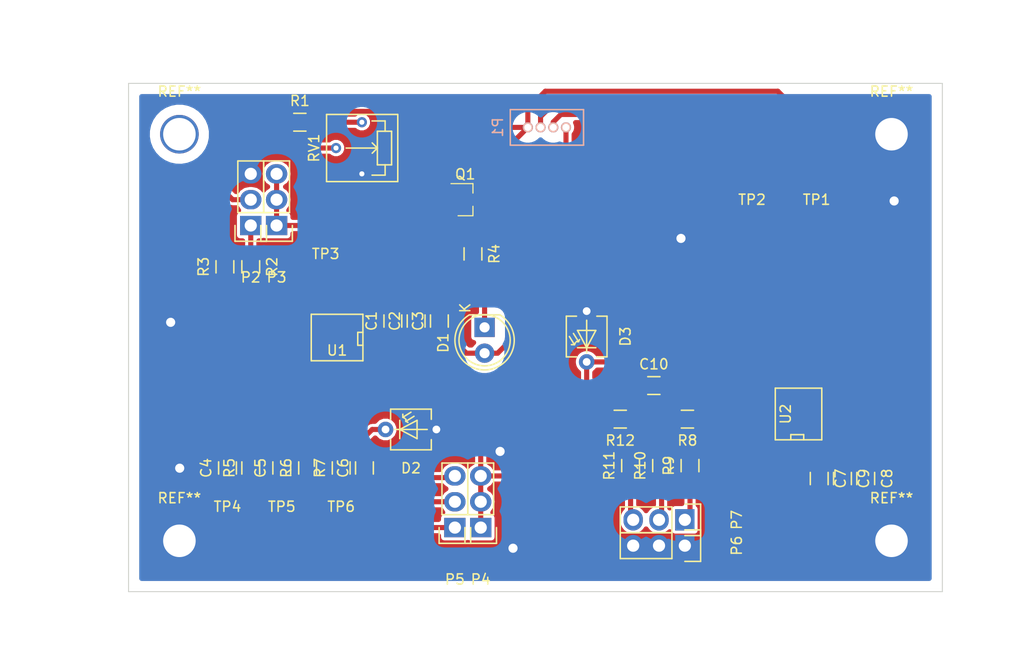
<source format=kicad_pcb>
(kicad_pcb (version 4) (host pcbnew 4.0.5+dfsg1-4)

  (general
    (links 86)
    (no_connects 4)
    (area 99.949999 79.949999 180.050001 130.050001)
    (thickness 1.6)
    (drawings 20)
    (tracks 171)
    (zones 0)
    (modules 52)
    (nets 21)
  )

  (page A4)
  (layers
    (0 F.Cu signal)
    (31 B.Cu signal hide)
    (32 B.Adhes user hide)
    (33 F.Adhes user hide)
    (34 B.Paste user hide)
    (35 F.Paste user hide)
    (36 B.SilkS user hide)
    (37 F.SilkS user)
    (38 B.Mask user hide)
    (39 F.Mask user hide)
    (40 Dwgs.User user)
    (41 Cmts.User user hide)
    (42 Eco1.User user hide)
    (43 Eco2.User user hide)
    (44 Edge.Cuts user)
    (45 Margin user hide)
    (46 B.CrtYd user hide)
    (47 F.CrtYd user hide)
    (48 B.Fab user hide)
    (49 F.Fab user hide)
  )

  (setup
    (last_trace_width 0.5)
    (user_trace_width 0.5)
    (user_trace_width 0.6)
    (user_trace_width 0.7)
    (user_trace_width 0.8)
    (user_trace_width 0.9)
    (user_trace_width 1)
    (trace_clearance 0.2)
    (zone_clearance 0.3)
    (zone_45_only no)
    (trace_min 0.2)
    (segment_width 0.2)
    (edge_width 0.1)
    (via_size 0.6)
    (via_drill 0.4)
    (via_min_size 0.4)
    (via_min_drill 0.3)
    (uvia_size 0.3)
    (uvia_drill 0.1)
    (uvias_allowed no)
    (uvia_min_size 0.2)
    (uvia_min_drill 0.1)
    (pcb_text_width 0.3)
    (pcb_text_size 1.5 1.5)
    (mod_edge_width 0.15)
    (mod_text_size 1 1)
    (mod_text_width 0.15)
    (pad_size 3.8 3.8)
    (pad_drill 3.2)
    (pad_to_mask_clearance 0)
    (aux_axis_origin 0 0)
    (visible_elements FFFFFF7F)
    (pcbplotparams
      (layerselection 0x00030_80000001)
      (usegerberextensions false)
      (excludeedgelayer true)
      (linewidth 0.100000)
      (plotframeref false)
      (viasonmask false)
      (mode 1)
      (useauxorigin false)
      (hpglpennumber 1)
      (hpglpenspeed 20)
      (hpglpendiameter 15)
      (hpglpenoverlay 2)
      (psnegative false)
      (psa4output false)
      (plotreference true)
      (plotvalue true)
      (plotinvisibletext false)
      (padsonsilk false)
      (subtractmaskfromsilk false)
      (outputformat 1)
      (mirror false)
      (drillshape 1)
      (scaleselection 1)
      (outputdirectory ""))
  )

  (net 0 "")
  (net 1 +5V)
  (net 2 GND)
  (net 3 "Net-(C4-Pad1)")
  (net 4 "Net-(C4-Pad2)")
  (net 5 "Net-(C5-Pad1)")
  (net 6 "Net-(C6-Pad1)")
  (net 7 "Net-(D1-Pad1)")
  (net 8 Signal)
  (net 9 "Net-(Q1-Pad1)")
  (net 10 "Net-(Q1-Pad2)")
  (net 11 "Net-(R1-Pad2)")
  (net 12 "Net-(R10-Pad2)")
  (net 13 "Net-(C10-Pad1)")
  (net 14 /lowCurrent/BPW34FA_OUT)
  (net 15 "Net-(P2-Pad1)")
  (net 16 "Net-(P2-Pad2)")
  (net 17 "Net-(P7-Pad1)")
  (net 18 "Net-(P7-Pad2)")
  (net 19 "Net-(P7-Pad3)")
  (net 20 /highCurrent/BPW34_OUT)

  (net_class Default "This is the default net class."
    (clearance 0.2)
    (trace_width 0.25)
    (via_dia 0.6)
    (via_drill 0.4)
    (uvia_dia 0.3)
    (uvia_drill 0.1)
    (add_net +5V)
    (add_net /highCurrent/BPW34_OUT)
    (add_net /lowCurrent/BPW34FA_OUT)
    (add_net GND)
    (add_net "Net-(C10-Pad1)")
    (add_net "Net-(C4-Pad1)")
    (add_net "Net-(C4-Pad2)")
    (add_net "Net-(C5-Pad1)")
    (add_net "Net-(C6-Pad1)")
    (add_net "Net-(D1-Pad1)")
    (add_net "Net-(P2-Pad1)")
    (add_net "Net-(P2-Pad2)")
    (add_net "Net-(P7-Pad1)")
    (add_net "Net-(P7-Pad2)")
    (add_net "Net-(P7-Pad3)")
    (add_net "Net-(Q1-Pad1)")
    (add_net "Net-(Q1-Pad2)")
    (add_net "Net-(R1-Pad2)")
    (add_net "Net-(R10-Pad2)")
    (add_net Signal)
  )

  (module Vias:Stitchging-Via-0.8-1.5 (layer F.Cu) (tedit 59416672) (tstamp 5941A20D)
    (at 105.029 117.856)
    (fp_text reference REF** (at 0 1.27) (layer F.SilkS) hide
      (effects (font (size 1 1) (thickness 0.15)))
    )
    (fp_text value Stitching-Via-0.8-1.5 (at 0 -1.27) (layer F.Fab)
      (effects (font (size 1 1) (thickness 0.15)))
    )
    (pad "" thru_hole circle (at 0 0) (size 1.5 1.5) (drill 0.9) (layers *.Cu)
      (net 2 GND) (zone_connect 2))
  )

  (module Vias:Stitchging-Via-0.8-1.5 (layer F.Cu) (tedit 59416672) (tstamp 5941A1CE)
    (at 175.26 91.567)
    (fp_text reference REF** (at 0 1.27) (layer F.SilkS) hide
      (effects (font (size 1 1) (thickness 0.15)))
    )
    (fp_text value Stitching-Via-0.8-1.5 (at 0 -1.27) (layer F.Fab)
      (effects (font (size 1 1) (thickness 0.15)))
    )
    (pad "" thru_hole circle (at 0 0) (size 1.5 1.5) (drill 0.9) (layers *.Cu)
      (net 2 GND) (zone_connect 2))
  )

  (module "Mounting Holes:MountingHole_3.2mm_M3" (layer F.Cu) (tedit 5941A1F2) (tstamp 5941A121)
    (at 105 85)
    (descr "Mounting Hole 3.2mm, no annular, M3")
    (tags "mounting hole 3.2mm no annular m3")
    (fp_text reference REF** (at 0 -4.2) (layer F.SilkS)
      (effects (font (size 1 1) (thickness 0.15)))
    )
    (fp_text value MountingHole_3.2mm_M3 (at 0 4.2) (layer F.Fab)
      (effects (font (size 1 1) (thickness 0.15)))
    )
    (pad "" thru_hole circle (at 0 0) (size 3.8 3.8) (drill 3.2) (layers *.Cu *.Mask))
  )

  (module "Mounting Holes:MountingHole_3.2mm_M3" (layer F.Cu) (tedit 5941A15D) (tstamp 5941A0FD)
    (at 105 125)
    (descr "Mounting Hole 3.2mm, no annular, M3")
    (tags "mounting hole 3.2mm no annular m3")
    (fp_text reference REF** (at 0 -4.2) (layer F.SilkS)
      (effects (font (size 1 1) (thickness 0.15)))
    )
    (fp_text value MountingHole_3.2mm_M3 (at 0 4.2) (layer F.Fab)
      (effects (font (size 1 1) (thickness 0.15)))
    )
    (pad "" thru_hole circle (at 0 0) (size 3.8 3.8) (drill 3.2) (layers *.Cu *.Mask)
      (net 2 GND))
  )

  (module "Mounting Holes:MountingHole_3.2mm_M3" (layer F.Cu) (tedit 5941A1D8) (tstamp 5941A0F2)
    (at 175 85)
    (descr "Mounting Hole 3.2mm, no annular, M3")
    (tags "mounting hole 3.2mm no annular m3")
    (fp_text reference REF** (at 0 -4.2) (layer F.SilkS)
      (effects (font (size 1 1) (thickness 0.15)))
    )
    (fp_text value MountingHole_3.2mm_M3 (at 0 4.2) (layer F.Fab)
      (effects (font (size 1 1) (thickness 0.15)))
    )
    (pad "" thru_hole circle (at 0 0) (size 3.8 3.8) (drill 3.2) (layers *.Cu *.Mask)
      (net 2 GND))
  )

  (module Vias:Stitchging-Via-0.8-1.5 (layer F.Cu) (tedit 59416672) (tstamp 5948E77D)
    (at 104.14 103.505)
    (fp_text reference REF** (at 0 1.27) (layer F.SilkS) hide
      (effects (font (size 1 1) (thickness 0.15)))
    )
    (fp_text value Stitching-Via-0.8-1.5 (at 0 -1.27) (layer F.Fab)
      (effects (font (size 1 1) (thickness 0.15)))
    )
    (pad "" thru_hole circle (at 0 0) (size 1.5 1.5) (drill 0.9) (layers *.Cu)
      (net 2 GND) (zone_connect 2))
  )

  (module Vias:Stitchging-Via-0.8-1.5 (layer F.Cu) (tedit 59416672) (tstamp 5948E774)
    (at 154.305 95.25)
    (fp_text reference REF** (at 0 1.27) (layer F.SilkS) hide
      (effects (font (size 1 1) (thickness 0.15)))
    )
    (fp_text value Stitching-Via-0.8-1.5 (at 0 -1.27) (layer F.Fab)
      (effects (font (size 1 1) (thickness 0.15)))
    )
    (pad "" thru_hole circle (at 0 0) (size 1.5 1.5) (drill 0.9) (layers *.Cu)
      (net 2 GND) (zone_connect 2))
  )

  (module Vias:Stitchging-Via-0.8-1.5 (layer F.Cu) (tedit 59416672) (tstamp 5948E75C)
    (at 137.795 125.73)
    (fp_text reference REF** (at 0 1.27) (layer F.SilkS) hide
      (effects (font (size 1 1) (thickness 0.15)))
    )
    (fp_text value Stitching-Via-0.8-1.5 (at 0 -1.27) (layer F.Fab)
      (effects (font (size 1 1) (thickness 0.15)))
    )
    (pad "" thru_hole circle (at 0 0) (size 1.5 1.5) (drill 0.9) (layers *.Cu)
      (net 2 GND) (zone_connect 2))
  )

  (module Photodiodes:BPW34FA (layer F.Cu) (tedit 58FDDC7C) (tstamp 5945E3E8)
    (at 127.762 114.046)
    (path /59409417/5940A54D)
    (fp_text reference D2 (at 0 3.81) (layer F.SilkS)
      (effects (font (size 1 1) (thickness 0.15)))
    )
    (fp_text value BPW34 (at 0 -3.81) (layer F.Fab)
      (effects (font (size 1 1) (thickness 0.15)))
    )
    (fp_line (start -0.8 -1.2) (end -0.6 -1.1) (layer F.SilkS) (width 0.15))
    (fp_line (start -0.8 -1.2) (end -0.8 -1.5) (layer F.SilkS) (width 0.15))
    (fp_line (start -0.5 -0.8) (end -0.5 -1) (layer F.SilkS) (width 0.15))
    (fp_line (start -0.5 -1) (end -0.5 -0.8) (layer F.SilkS) (width 0.15))
    (fp_line (start -0.5 -0.8) (end -0.3 -0.7) (layer F.SilkS) (width 0.15))
    (fp_line (start -0.5 -0.8) (end 0.3 -1.3) (layer F.SilkS) (width 0.15))
    (fp_line (start -0.8 -1.2) (end 0 -1.7) (layer F.SilkS) (width 0.15))
    (fp_line (start -1.1 -0.9) (end -1.1 0.9) (layer F.SilkS) (width 0.15))
    (fp_line (start -1.1 0) (end 0.6 0.9) (layer F.SilkS) (width 0.15))
    (fp_line (start 0.6 0) (end 0.6 0.9) (layer F.SilkS) (width 0.15))
    (fp_line (start 0.6 -0.9) (end 0.6 0) (layer F.SilkS) (width 0.15))
    (fp_line (start -1.1 0) (end 0.6 -0.9) (layer F.SilkS) (width 0.15))
    (fp_line (start -1.6 0) (end 1.5 0) (layer F.SilkS) (width 0.15))
    (fp_line (start 1.5 0) (end 1.6 0) (layer F.SilkS) (width 0.15))
    (fp_line (start 2 1) (end 2 2) (layer F.SilkS) (width 0.15))
    (fp_line (start 2 -2) (end 2 -1) (layer F.SilkS) (width 0.15))
    (fp_line (start -2 1) (end -2 2) (layer F.SilkS) (width 0.15))
    (fp_line (start -2 -2) (end 2 -2) (layer F.SilkS) (width 0.15))
    (fp_line (start -2 2) (end 2 2) (layer F.SilkS) (width 0.15))
    (fp_line (start -2 -2) (end -2 -1) (layer F.SilkS) (width 0.15))
    (pad 1 thru_hole circle (at -2.5 0) (size 1.524 1.524) (drill 0.762) (layers *.Cu *.Mask)
      (net 4 "Net-(C4-Pad2)"))
    (pad 2 thru_hole circle (at 2.5 0) (size 1.524 1.524) (drill 0.762) (layers *.Cu *.Mask)
      (net 2 GND))
  )

  (module Resistors_SMD:R_0805 (layer F.Cu) (tedit 58307B54) (tstamp 5945E342)
    (at 125.984 103.378 90)
    (descr "Resistor SMD 0805, reflow soldering, Vishay (see dcrcw.pdf)")
    (tags "resistor 0805")
    (path /59409417/594122D8)
    (attr smd)
    (fp_text reference C1 (at 0 -2.1 90) (layer F.SilkS)
      (effects (font (size 1 1) (thickness 0.15)))
    )
    (fp_text value 1u (at 0 2.1 90) (layer F.Fab)
      (effects (font (size 1 1) (thickness 0.15)))
    )
    (fp_line (start -1 0.625) (end -1 -0.625) (layer F.Fab) (width 0.1))
    (fp_line (start 1 0.625) (end -1 0.625) (layer F.Fab) (width 0.1))
    (fp_line (start 1 -0.625) (end 1 0.625) (layer F.Fab) (width 0.1))
    (fp_line (start -1 -0.625) (end 1 -0.625) (layer F.Fab) (width 0.1))
    (fp_line (start -1.6 -1) (end 1.6 -1) (layer F.CrtYd) (width 0.05))
    (fp_line (start -1.6 1) (end 1.6 1) (layer F.CrtYd) (width 0.05))
    (fp_line (start -1.6 -1) (end -1.6 1) (layer F.CrtYd) (width 0.05))
    (fp_line (start 1.6 -1) (end 1.6 1) (layer F.CrtYd) (width 0.05))
    (fp_line (start 0.6 0.875) (end -0.6 0.875) (layer F.SilkS) (width 0.15))
    (fp_line (start -0.6 -0.875) (end 0.6 -0.875) (layer F.SilkS) (width 0.15))
    (pad 1 smd rect (at -0.95 0 90) (size 0.7 1.3) (layers F.Cu F.Paste F.Mask)
      (net 1 +5V))
    (pad 2 smd rect (at 0.95 0 90) (size 0.7 1.3) (layers F.Cu F.Paste F.Mask)
      (net 2 GND))
    (model Resistors_SMD.3dshapes/R_0805.wrl
      (at (xyz 0 0 0))
      (scale (xyz 1 1 1))
      (rotate (xyz 0 0 0))
    )
  )

  (module Resistors_SMD:R_0805 (layer F.Cu) (tedit 58307B54) (tstamp 5945E352)
    (at 128.27 103.378 90)
    (descr "Resistor SMD 0805, reflow soldering, Vishay (see dcrcw.pdf)")
    (tags "resistor 0805")
    (path /59409417/594122E0)
    (attr smd)
    (fp_text reference C2 (at 0 -2.1 90) (layer F.SilkS)
      (effects (font (size 1 1) (thickness 0.15)))
    )
    (fp_text value 100n (at 0 2.1 90) (layer F.Fab)
      (effects (font (size 1 1) (thickness 0.15)))
    )
    (fp_line (start -1 0.625) (end -1 -0.625) (layer F.Fab) (width 0.1))
    (fp_line (start 1 0.625) (end -1 0.625) (layer F.Fab) (width 0.1))
    (fp_line (start 1 -0.625) (end 1 0.625) (layer F.Fab) (width 0.1))
    (fp_line (start -1 -0.625) (end 1 -0.625) (layer F.Fab) (width 0.1))
    (fp_line (start -1.6 -1) (end 1.6 -1) (layer F.CrtYd) (width 0.05))
    (fp_line (start -1.6 1) (end 1.6 1) (layer F.CrtYd) (width 0.05))
    (fp_line (start -1.6 -1) (end -1.6 1) (layer F.CrtYd) (width 0.05))
    (fp_line (start 1.6 -1) (end 1.6 1) (layer F.CrtYd) (width 0.05))
    (fp_line (start 0.6 0.875) (end -0.6 0.875) (layer F.SilkS) (width 0.15))
    (fp_line (start -0.6 -0.875) (end 0.6 -0.875) (layer F.SilkS) (width 0.15))
    (pad 1 smd rect (at -0.95 0 90) (size 0.7 1.3) (layers F.Cu F.Paste F.Mask)
      (net 1 +5V))
    (pad 2 smd rect (at 0.95 0 90) (size 0.7 1.3) (layers F.Cu F.Paste F.Mask)
      (net 2 GND))
    (model Resistors_SMD.3dshapes/R_0805.wrl
      (at (xyz 0 0 0))
      (scale (xyz 1 1 1))
      (rotate (xyz 0 0 0))
    )
  )

  (module Resistors_SMD:R_0805 (layer F.Cu) (tedit 58307B54) (tstamp 5945E362)
    (at 130.556 103.378 90)
    (descr "Resistor SMD 0805, reflow soldering, Vishay (see dcrcw.pdf)")
    (tags "resistor 0805")
    (path /59409417/594122E8)
    (attr smd)
    (fp_text reference C3 (at 0 -2.1 90) (layer F.SilkS)
      (effects (font (size 1 1) (thickness 0.15)))
    )
    (fp_text value 10n (at 0 2.1 90) (layer F.Fab)
      (effects (font (size 1 1) (thickness 0.15)))
    )
    (fp_line (start -1 0.625) (end -1 -0.625) (layer F.Fab) (width 0.1))
    (fp_line (start 1 0.625) (end -1 0.625) (layer F.Fab) (width 0.1))
    (fp_line (start 1 -0.625) (end 1 0.625) (layer F.Fab) (width 0.1))
    (fp_line (start -1 -0.625) (end 1 -0.625) (layer F.Fab) (width 0.1))
    (fp_line (start -1.6 -1) (end 1.6 -1) (layer F.CrtYd) (width 0.05))
    (fp_line (start -1.6 1) (end 1.6 1) (layer F.CrtYd) (width 0.05))
    (fp_line (start -1.6 -1) (end -1.6 1) (layer F.CrtYd) (width 0.05))
    (fp_line (start 1.6 -1) (end 1.6 1) (layer F.CrtYd) (width 0.05))
    (fp_line (start 0.6 0.875) (end -0.6 0.875) (layer F.SilkS) (width 0.15))
    (fp_line (start -0.6 -0.875) (end 0.6 -0.875) (layer F.SilkS) (width 0.15))
    (pad 1 smd rect (at -0.95 0 90) (size 0.7 1.3) (layers F.Cu F.Paste F.Mask)
      (net 1 +5V))
    (pad 2 smd rect (at 0.95 0 90) (size 0.7 1.3) (layers F.Cu F.Paste F.Mask)
      (net 2 GND))
    (model Resistors_SMD.3dshapes/R_0805.wrl
      (at (xyz 0 0 0))
      (scale (xyz 1 1 1))
      (rotate (xyz 0 0 0))
    )
  )

  (module Resistors_SMD:R_0805 (layer F.Cu) (tedit 58307B54) (tstamp 5945E372)
    (at 109.728 117.832 90)
    (descr "Resistor SMD 0805, reflow soldering, Vishay (see dcrcw.pdf)")
    (tags "resistor 0805")
    (path /59409417/5940A529)
    (attr smd)
    (fp_text reference C4 (at 0 -2.1 90) (layer F.SilkS)
      (effects (font (size 1 1) (thickness 0.15)))
    )
    (fp_text value 100p (at 0 2.1 90) (layer F.Fab)
      (effects (font (size 1 1) (thickness 0.15)))
    )
    (fp_line (start -1 0.625) (end -1 -0.625) (layer F.Fab) (width 0.1))
    (fp_line (start 1 0.625) (end -1 0.625) (layer F.Fab) (width 0.1))
    (fp_line (start 1 -0.625) (end 1 0.625) (layer F.Fab) (width 0.1))
    (fp_line (start -1 -0.625) (end 1 -0.625) (layer F.Fab) (width 0.1))
    (fp_line (start -1.6 -1) (end 1.6 -1) (layer F.CrtYd) (width 0.05))
    (fp_line (start -1.6 1) (end 1.6 1) (layer F.CrtYd) (width 0.05))
    (fp_line (start -1.6 -1) (end -1.6 1) (layer F.CrtYd) (width 0.05))
    (fp_line (start 1.6 -1) (end 1.6 1) (layer F.CrtYd) (width 0.05))
    (fp_line (start 0.6 0.875) (end -0.6 0.875) (layer F.SilkS) (width 0.15))
    (fp_line (start -0.6 -0.875) (end 0.6 -0.875) (layer F.SilkS) (width 0.15))
    (pad 1 smd rect (at -0.95 0 90) (size 0.7 1.3) (layers F.Cu F.Paste F.Mask)
      (net 3 "Net-(C4-Pad1)"))
    (pad 2 smd rect (at 0.95 0 90) (size 0.7 1.3) (layers F.Cu F.Paste F.Mask)
      (net 4 "Net-(C4-Pad2)"))
    (model Resistors_SMD.3dshapes/R_0805.wrl
      (at (xyz 0 0 0))
      (scale (xyz 1 1 1))
      (rotate (xyz 0 0 0))
    )
  )

  (module Resistors_SMD:R_0805 (layer F.Cu) (tedit 58307B54) (tstamp 5945E382)
    (at 115.062 117.832 90)
    (descr "Resistor SMD 0805, reflow soldering, Vishay (see dcrcw.pdf)")
    (tags "resistor 0805")
    (path /59409417/5940A51B)
    (attr smd)
    (fp_text reference C5 (at 0 -2.1 90) (layer F.SilkS)
      (effects (font (size 1 1) (thickness 0.15)))
    )
    (fp_text value 10p (at 0 2.1 90) (layer F.Fab)
      (effects (font (size 1 1) (thickness 0.15)))
    )
    (fp_line (start -1 0.625) (end -1 -0.625) (layer F.Fab) (width 0.1))
    (fp_line (start 1 0.625) (end -1 0.625) (layer F.Fab) (width 0.1))
    (fp_line (start 1 -0.625) (end 1 0.625) (layer F.Fab) (width 0.1))
    (fp_line (start -1 -0.625) (end 1 -0.625) (layer F.Fab) (width 0.1))
    (fp_line (start -1.6 -1) (end 1.6 -1) (layer F.CrtYd) (width 0.05))
    (fp_line (start -1.6 1) (end 1.6 1) (layer F.CrtYd) (width 0.05))
    (fp_line (start -1.6 -1) (end -1.6 1) (layer F.CrtYd) (width 0.05))
    (fp_line (start 1.6 -1) (end 1.6 1) (layer F.CrtYd) (width 0.05))
    (fp_line (start 0.6 0.875) (end -0.6 0.875) (layer F.SilkS) (width 0.15))
    (fp_line (start -0.6 -0.875) (end 0.6 -0.875) (layer F.SilkS) (width 0.15))
    (pad 1 smd rect (at -0.95 0 90) (size 0.7 1.3) (layers F.Cu F.Paste F.Mask)
      (net 5 "Net-(C5-Pad1)"))
    (pad 2 smd rect (at 0.95 0 90) (size 0.7 1.3) (layers F.Cu F.Paste F.Mask)
      (net 4 "Net-(C4-Pad2)"))
    (model Resistors_SMD.3dshapes/R_0805.wrl
      (at (xyz 0 0 0))
      (scale (xyz 1 1 1))
      (rotate (xyz 0 0 0))
    )
  )

  (module Resistors_SMD:R_0805 (layer F.Cu) (tedit 58307B54) (tstamp 5945E392)
    (at 123.19 117.832 90)
    (descr "Resistor SMD 0805, reflow soldering, Vishay (see dcrcw.pdf)")
    (tags "resistor 0805")
    (path /59409417/5940A506)
    (attr smd)
    (fp_text reference C6 (at 0 -2.1 90) (layer F.SilkS)
      (effects (font (size 1 1) (thickness 0.15)))
    )
    (fp_text value 1p (at 0 2.1 90) (layer F.Fab)
      (effects (font (size 1 1) (thickness 0.15)))
    )
    (fp_line (start -1 0.625) (end -1 -0.625) (layer F.Fab) (width 0.1))
    (fp_line (start 1 0.625) (end -1 0.625) (layer F.Fab) (width 0.1))
    (fp_line (start 1 -0.625) (end 1 0.625) (layer F.Fab) (width 0.1))
    (fp_line (start -1 -0.625) (end 1 -0.625) (layer F.Fab) (width 0.1))
    (fp_line (start -1.6 -1) (end 1.6 -1) (layer F.CrtYd) (width 0.05))
    (fp_line (start -1.6 1) (end 1.6 1) (layer F.CrtYd) (width 0.05))
    (fp_line (start -1.6 -1) (end -1.6 1) (layer F.CrtYd) (width 0.05))
    (fp_line (start 1.6 -1) (end 1.6 1) (layer F.CrtYd) (width 0.05))
    (fp_line (start 0.6 0.875) (end -0.6 0.875) (layer F.SilkS) (width 0.15))
    (fp_line (start -0.6 -0.875) (end 0.6 -0.875) (layer F.SilkS) (width 0.15))
    (pad 1 smd rect (at -0.95 0 90) (size 0.7 1.3) (layers F.Cu F.Paste F.Mask)
      (net 6 "Net-(C6-Pad1)"))
    (pad 2 smd rect (at 0.95 0 90) (size 0.7 1.3) (layers F.Cu F.Paste F.Mask)
      (net 4 "Net-(C4-Pad2)"))
    (model Resistors_SMD.3dshapes/R_0805.wrl
      (at (xyz 0 0 0))
      (scale (xyz 1 1 1))
      (rotate (xyz 0 0 0))
    )
  )

  (module Resistors_SMD:R_0805 (layer F.Cu) (tedit 58307B54) (tstamp 5945E3A2)
    (at 167.894 118.872 270)
    (descr "Resistor SMD 0805, reflow soldering, Vishay (see dcrcw.pdf)")
    (tags "resistor 0805")
    (path /5940AE3E/5941B3D6)
    (attr smd)
    (fp_text reference C7 (at 0 -2.1 270) (layer F.SilkS)
      (effects (font (size 1 1) (thickness 0.15)))
    )
    (fp_text value 1u (at 0 2.1 270) (layer F.Fab)
      (effects (font (size 1 1) (thickness 0.15)))
    )
    (fp_line (start -1 0.625) (end -1 -0.625) (layer F.Fab) (width 0.1))
    (fp_line (start 1 0.625) (end -1 0.625) (layer F.Fab) (width 0.1))
    (fp_line (start 1 -0.625) (end 1 0.625) (layer F.Fab) (width 0.1))
    (fp_line (start -1 -0.625) (end 1 -0.625) (layer F.Fab) (width 0.1))
    (fp_line (start -1.6 -1) (end 1.6 -1) (layer F.CrtYd) (width 0.05))
    (fp_line (start -1.6 1) (end 1.6 1) (layer F.CrtYd) (width 0.05))
    (fp_line (start -1.6 -1) (end -1.6 1) (layer F.CrtYd) (width 0.05))
    (fp_line (start 1.6 -1) (end 1.6 1) (layer F.CrtYd) (width 0.05))
    (fp_line (start 0.6 0.875) (end -0.6 0.875) (layer F.SilkS) (width 0.15))
    (fp_line (start -0.6 -0.875) (end 0.6 -0.875) (layer F.SilkS) (width 0.15))
    (pad 1 smd rect (at -0.95 0 270) (size 0.7 1.3) (layers F.Cu F.Paste F.Mask)
      (net 1 +5V))
    (pad 2 smd rect (at 0.95 0 270) (size 0.7 1.3) (layers F.Cu F.Paste F.Mask)
      (net 2 GND))
    (model Resistors_SMD.3dshapes/R_0805.wrl
      (at (xyz 0 0 0))
      (scale (xyz 1 1 1))
      (rotate (xyz 0 0 0))
    )
  )

  (module Resistors_SMD:R_0805 (layer F.Cu) (tedit 58307B54) (tstamp 5945E3B2)
    (at 172.466 118.872 270)
    (descr "Resistor SMD 0805, reflow soldering, Vishay (see dcrcw.pdf)")
    (tags "resistor 0805")
    (path /5940AE3E/5941B3DE)
    (attr smd)
    (fp_text reference C8 (at 0 -2.1 270) (layer F.SilkS)
      (effects (font (size 1 1) (thickness 0.15)))
    )
    (fp_text value 100n (at 0 2.1 270) (layer F.Fab)
      (effects (font (size 1 1) (thickness 0.15)))
    )
    (fp_line (start -1 0.625) (end -1 -0.625) (layer F.Fab) (width 0.1))
    (fp_line (start 1 0.625) (end -1 0.625) (layer F.Fab) (width 0.1))
    (fp_line (start 1 -0.625) (end 1 0.625) (layer F.Fab) (width 0.1))
    (fp_line (start -1 -0.625) (end 1 -0.625) (layer F.Fab) (width 0.1))
    (fp_line (start -1.6 -1) (end 1.6 -1) (layer F.CrtYd) (width 0.05))
    (fp_line (start -1.6 1) (end 1.6 1) (layer F.CrtYd) (width 0.05))
    (fp_line (start -1.6 -1) (end -1.6 1) (layer F.CrtYd) (width 0.05))
    (fp_line (start 1.6 -1) (end 1.6 1) (layer F.CrtYd) (width 0.05))
    (fp_line (start 0.6 0.875) (end -0.6 0.875) (layer F.SilkS) (width 0.15))
    (fp_line (start -0.6 -0.875) (end 0.6 -0.875) (layer F.SilkS) (width 0.15))
    (pad 1 smd rect (at -0.95 0 270) (size 0.7 1.3) (layers F.Cu F.Paste F.Mask)
      (net 1 +5V))
    (pad 2 smd rect (at 0.95 0 270) (size 0.7 1.3) (layers F.Cu F.Paste F.Mask)
      (net 2 GND))
    (model Resistors_SMD.3dshapes/R_0805.wrl
      (at (xyz 0 0 0))
      (scale (xyz 1 1 1))
      (rotate (xyz 0 0 0))
    )
  )

  (module Resistors_SMD:R_0805 (layer F.Cu) (tedit 58307B54) (tstamp 5945E3C2)
    (at 170.18 118.872 270)
    (descr "Resistor SMD 0805, reflow soldering, Vishay (see dcrcw.pdf)")
    (tags "resistor 0805")
    (path /5940AE3E/5941B3E6)
    (attr smd)
    (fp_text reference C9 (at 0 -2.1 270) (layer F.SilkS)
      (effects (font (size 1 1) (thickness 0.15)))
    )
    (fp_text value 10n (at 0 2.1 270) (layer F.Fab)
      (effects (font (size 1 1) (thickness 0.15)))
    )
    (fp_line (start -1 0.625) (end -1 -0.625) (layer F.Fab) (width 0.1))
    (fp_line (start 1 0.625) (end -1 0.625) (layer F.Fab) (width 0.1))
    (fp_line (start 1 -0.625) (end 1 0.625) (layer F.Fab) (width 0.1))
    (fp_line (start -1 -0.625) (end 1 -0.625) (layer F.Fab) (width 0.1))
    (fp_line (start -1.6 -1) (end 1.6 -1) (layer F.CrtYd) (width 0.05))
    (fp_line (start -1.6 1) (end 1.6 1) (layer F.CrtYd) (width 0.05))
    (fp_line (start -1.6 -1) (end -1.6 1) (layer F.CrtYd) (width 0.05))
    (fp_line (start 1.6 -1) (end 1.6 1) (layer F.CrtYd) (width 0.05))
    (fp_line (start 0.6 0.875) (end -0.6 0.875) (layer F.SilkS) (width 0.15))
    (fp_line (start -0.6 -0.875) (end 0.6 -0.875) (layer F.SilkS) (width 0.15))
    (pad 1 smd rect (at -0.95 0 270) (size 0.7 1.3) (layers F.Cu F.Paste F.Mask)
      (net 1 +5V))
    (pad 2 smd rect (at 0.95 0 270) (size 0.7 1.3) (layers F.Cu F.Paste F.Mask)
      (net 2 GND))
    (model Resistors_SMD.3dshapes/R_0805.wrl
      (at (xyz 0 0 0))
      (scale (xyz 1 1 1))
      (rotate (xyz 0 0 0))
    )
  )

  (module LEDs:LED-5MM (layer F.Cu) (tedit 5570F7EA) (tstamp 5945E3CE)
    (at 135 104 270)
    (descr "LED 5mm round vertical")
    (tags "LED 5mm round vertical")
    (path /59409417/5940A5C4)
    (fp_text reference D1 (at 1.524 4.064 270) (layer F.SilkS)
      (effects (font (size 1 1) (thickness 0.15)))
    )
    (fp_text value LED (at 1.524 -3.937 270) (layer F.Fab)
      (effects (font (size 1 1) (thickness 0.15)))
    )
    (fp_line (start -1.5 -1.55) (end -1.5 1.55) (layer F.CrtYd) (width 0.05))
    (fp_arc (start 1.3 0) (end -1.5 1.55) (angle -302) (layer F.CrtYd) (width 0.05))
    (fp_arc (start 1.27 0) (end -1.23 -1.5) (angle 297.5) (layer F.SilkS) (width 0.15))
    (fp_line (start -1.23 1.5) (end -1.23 -1.5) (layer F.SilkS) (width 0.15))
    (fp_circle (center 1.27 0) (end 0.97 -2.5) (layer F.SilkS) (width 0.15))
    (fp_text user K (at -1.905 1.905 270) (layer F.SilkS)
      (effects (font (size 1 1) (thickness 0.15)))
    )
    (pad 1 thru_hole rect (at 0 0) (size 2 1.9) (drill 1.00076) (layers *.Cu *.Mask)
      (net 7 "Net-(D1-Pad1)"))
    (pad 2 thru_hole circle (at 2.54 0 270) (size 1.9 1.9) (drill 1.00076) (layers *.Cu *.Mask)
      (net 1 +5V))
    (model LEDs.3dshapes/LED-5MM.wrl
      (at (xyz 0.05 0 0))
      (scale (xyz 1 1 1))
      (rotate (xyz 0 0 90))
    )
  )

  (module Photodiodes:BPW34FA (layer F.Cu) (tedit 58FDDC7C) (tstamp 5945E402)
    (at 145.034 104.902 90)
    (path /5940AE3E/5940C87D)
    (fp_text reference D3 (at 0 3.81 90) (layer F.SilkS)
      (effects (font (size 1 1) (thickness 0.15)))
    )
    (fp_text value BPW34 (at 0 -3.81 90) (layer F.Fab)
      (effects (font (size 1 1) (thickness 0.15)))
    )
    (fp_line (start -0.8 -1.2) (end -0.6 -1.1) (layer F.SilkS) (width 0.15))
    (fp_line (start -0.8 -1.2) (end -0.8 -1.5) (layer F.SilkS) (width 0.15))
    (fp_line (start -0.5 -0.8) (end -0.5 -1) (layer F.SilkS) (width 0.15))
    (fp_line (start -0.5 -1) (end -0.5 -0.8) (layer F.SilkS) (width 0.15))
    (fp_line (start -0.5 -0.8) (end -0.3 -0.7) (layer F.SilkS) (width 0.15))
    (fp_line (start -0.5 -0.8) (end 0.3 -1.3) (layer F.SilkS) (width 0.15))
    (fp_line (start -0.8 -1.2) (end 0 -1.7) (layer F.SilkS) (width 0.15))
    (fp_line (start -1.1 -0.9) (end -1.1 0.9) (layer F.SilkS) (width 0.15))
    (fp_line (start -1.1 0) (end 0.6 0.9) (layer F.SilkS) (width 0.15))
    (fp_line (start 0.6 0) (end 0.6 0.9) (layer F.SilkS) (width 0.15))
    (fp_line (start 0.6 -0.9) (end 0.6 0) (layer F.SilkS) (width 0.15))
    (fp_line (start -1.1 0) (end 0.6 -0.9) (layer F.SilkS) (width 0.15))
    (fp_line (start -1.6 0) (end 1.5 0) (layer F.SilkS) (width 0.15))
    (fp_line (start 1.5 0) (end 1.6 0) (layer F.SilkS) (width 0.15))
    (fp_line (start 2 1) (end 2 2) (layer F.SilkS) (width 0.15))
    (fp_line (start 2 -2) (end 2 -1) (layer F.SilkS) (width 0.15))
    (fp_line (start -2 1) (end -2 2) (layer F.SilkS) (width 0.15))
    (fp_line (start -2 -2) (end 2 -2) (layer F.SilkS) (width 0.15))
    (fp_line (start -2 2) (end 2 2) (layer F.SilkS) (width 0.15))
    (fp_line (start -2 -2) (end -2 -1) (layer F.SilkS) (width 0.15))
    (pad 1 thru_hole circle (at -2.5 0 90) (size 1.524 1.524) (drill 0.762) (layers *.Cu *.Mask)
      (net 13 "Net-(C10-Pad1)"))
    (pad 2 thru_hole circle (at 2.5 0 90) (size 1.524 1.524) (drill 0.762) (layers *.Cu *.Mask)
      (net 2 GND))
  )

  (module "Samtec Connectors:Samtec-PHT-1-3-01-L-S" (layer F.Cu) (tedit 59410BCC) (tstamp 5945E414)
    (at 112.014 93.98 180)
    (descr Samtec-PHT-1-3-01-L-S)
    (tags "pin header")
    (path /59409417/59416658)
    (fp_text reference P2 (at 0 -5.1 180) (layer F.SilkS)
      (effects (font (size 1 1) (thickness 0.15)))
    )
    (fp_text value CONN_01X03 (at 0 -3.1 180) (layer F.Fab)
      (effects (font (size 1 1) (thickness 0.15)))
    )
    (fp_line (start -1.75 -1.75) (end -1.75 6.85) (layer F.CrtYd) (width 0.05))
    (fp_line (start 1.75 -1.75) (end 1.75 6.85) (layer F.CrtYd) (width 0.05))
    (fp_line (start -1.75 -1.75) (end 1.75 -1.75) (layer F.CrtYd) (width 0.05))
    (fp_line (start -1.75 6.85) (end 1.75 6.85) (layer F.CrtYd) (width 0.05))
    (fp_line (start -1.27 1.27) (end -1.27 6.35) (layer F.SilkS) (width 0.15))
    (fp_line (start -1.27 6.35) (end 1.27 6.35) (layer F.SilkS) (width 0.15))
    (fp_line (start 1.27 6.35) (end 1.27 1.27) (layer F.SilkS) (width 0.15))
    (fp_line (start 1.55 -1.55) (end 1.55 0) (layer F.SilkS) (width 0.15))
    (fp_line (start 1.27 1.27) (end -1.27 1.27) (layer F.SilkS) (width 0.15))
    (fp_line (start -1.55 0) (end -1.55 -1.55) (layer F.SilkS) (width 0.15))
    (fp_line (start -1.55 -1.55) (end 1.55 -1.55) (layer F.SilkS) (width 0.15))
    (pad 1 thru_hole rect (at 0 0 180) (size 2.1 1.9) (drill 1.2) (layers *.Cu *.Mask)
      (net 15 "Net-(P2-Pad1)"))
    (pad 2 thru_hole oval (at 0 2.54 180) (size 2.1 1.9) (drill 1.2) (layers *.Cu *.Mask)
      (net 16 "Net-(P2-Pad2)"))
    (pad 3 thru_hole oval (at 0 5.08 180) (size 2.1 1.9) (drill 1.2) (layers *.Cu *.Mask)
      (net 2 GND))
    (model Pin_Headers.3dshapes/Pin_Header_Straight_1x03.wrl
      (at (xyz 0 -0.1 0))
      (scale (xyz 1 1 1))
      (rotate (xyz 0 0 90))
    )
  )

  (module "Samtec Connectors:Samtec-PHT-1-3-01-L-S" (layer F.Cu) (tedit 59410BCC) (tstamp 5945E426)
    (at 114.554 93.98 180)
    (descr Samtec-PHT-1-3-01-L-S)
    (tags "pin header")
    (path /59409417/5941362B)
    (fp_text reference P3 (at 0 -5.1 180) (layer F.SilkS)
      (effects (font (size 1 1) (thickness 0.15)))
    )
    (fp_text value CONN_01X03 (at 0 -3.1 180) (layer F.Fab)
      (effects (font (size 1 1) (thickness 0.15)))
    )
    (fp_line (start -1.75 -1.75) (end -1.75 6.85) (layer F.CrtYd) (width 0.05))
    (fp_line (start 1.75 -1.75) (end 1.75 6.85) (layer F.CrtYd) (width 0.05))
    (fp_line (start -1.75 -1.75) (end 1.75 -1.75) (layer F.CrtYd) (width 0.05))
    (fp_line (start -1.75 6.85) (end 1.75 6.85) (layer F.CrtYd) (width 0.05))
    (fp_line (start -1.27 1.27) (end -1.27 6.35) (layer F.SilkS) (width 0.15))
    (fp_line (start -1.27 6.35) (end 1.27 6.35) (layer F.SilkS) (width 0.15))
    (fp_line (start 1.27 6.35) (end 1.27 1.27) (layer F.SilkS) (width 0.15))
    (fp_line (start 1.55 -1.55) (end 1.55 0) (layer F.SilkS) (width 0.15))
    (fp_line (start 1.27 1.27) (end -1.27 1.27) (layer F.SilkS) (width 0.15))
    (fp_line (start -1.55 0) (end -1.55 -1.55) (layer F.SilkS) (width 0.15))
    (fp_line (start -1.55 -1.55) (end 1.55 -1.55) (layer F.SilkS) (width 0.15))
    (pad 1 thru_hole rect (at 0 0 180) (size 2.1 1.9) (drill 1.2) (layers *.Cu *.Mask)
      (net 8 Signal))
    (pad 2 thru_hole oval (at 0 2.54 180) (size 2.1 1.9) (drill 1.2) (layers *.Cu *.Mask)
      (net 8 Signal))
    (pad 3 thru_hole oval (at 0 5.08 180) (size 2.1 1.9) (drill 1.2) (layers *.Cu *.Mask)
      (net 8 Signal))
    (model Pin_Headers.3dshapes/Pin_Header_Straight_1x03.wrl
      (at (xyz 0 -0.1 0))
      (scale (xyz 1 1 1))
      (rotate (xyz 0 0 90))
    )
  )

  (module "Samtec Connectors:Samtec-PHT-1-3-01-L-S" (layer F.Cu) (tedit 59410BCC) (tstamp 5945E438)
    (at 134.62 123.698 180)
    (descr Samtec-PHT-1-3-01-L-S)
    (tags "pin header")
    (path /59409417/594137A6)
    (fp_text reference P4 (at 0 -5.1 180) (layer F.SilkS)
      (effects (font (size 1 1) (thickness 0.15)))
    )
    (fp_text value CONN_01X03 (at 0 -3.1 180) (layer F.Fab)
      (effects (font (size 1 1) (thickness 0.15)))
    )
    (fp_line (start -1.75 -1.75) (end -1.75 6.85) (layer F.CrtYd) (width 0.05))
    (fp_line (start 1.75 -1.75) (end 1.75 6.85) (layer F.CrtYd) (width 0.05))
    (fp_line (start -1.75 -1.75) (end 1.75 -1.75) (layer F.CrtYd) (width 0.05))
    (fp_line (start -1.75 6.85) (end 1.75 6.85) (layer F.CrtYd) (width 0.05))
    (fp_line (start -1.27 1.27) (end -1.27 6.35) (layer F.SilkS) (width 0.15))
    (fp_line (start -1.27 6.35) (end 1.27 6.35) (layer F.SilkS) (width 0.15))
    (fp_line (start 1.27 6.35) (end 1.27 1.27) (layer F.SilkS) (width 0.15))
    (fp_line (start 1.55 -1.55) (end 1.55 0) (layer F.SilkS) (width 0.15))
    (fp_line (start 1.27 1.27) (end -1.27 1.27) (layer F.SilkS) (width 0.15))
    (fp_line (start -1.55 0) (end -1.55 -1.55) (layer F.SilkS) (width 0.15))
    (fp_line (start -1.55 -1.55) (end 1.55 -1.55) (layer F.SilkS) (width 0.15))
    (pad 1 thru_hole rect (at 0 0 180) (size 2.1 1.9) (drill 1.2) (layers *.Cu *.Mask)
      (net 20 /highCurrent/BPW34_OUT))
    (pad 2 thru_hole oval (at 0 2.54 180) (size 2.1 1.9) (drill 1.2) (layers *.Cu *.Mask)
      (net 20 /highCurrent/BPW34_OUT))
    (pad 3 thru_hole oval (at 0 5.08 180) (size 2.1 1.9) (drill 1.2) (layers *.Cu *.Mask)
      (net 20 /highCurrent/BPW34_OUT))
    (model Pin_Headers.3dshapes/Pin_Header_Straight_1x03.wrl
      (at (xyz 0 -0.1 0))
      (scale (xyz 1 1 1))
      (rotate (xyz 0 0 90))
    )
  )

  (module "Samtec Connectors:Samtec-PHT-1-3-01-L-S" (layer F.Cu) (tedit 59410BCC) (tstamp 5945E44A)
    (at 132.08 123.698 180)
    (descr Samtec-PHT-1-3-01-L-S)
    (tags "pin header")
    (path /59409417/5941342E)
    (fp_text reference P5 (at 0 -5.1 180) (layer F.SilkS)
      (effects (font (size 1 1) (thickness 0.15)))
    )
    (fp_text value CONN_01X03 (at 0 -3.1 180) (layer F.Fab)
      (effects (font (size 1 1) (thickness 0.15)))
    )
    (fp_line (start -1.75 -1.75) (end -1.75 6.85) (layer F.CrtYd) (width 0.05))
    (fp_line (start 1.75 -1.75) (end 1.75 6.85) (layer F.CrtYd) (width 0.05))
    (fp_line (start -1.75 -1.75) (end 1.75 -1.75) (layer F.CrtYd) (width 0.05))
    (fp_line (start -1.75 6.85) (end 1.75 6.85) (layer F.CrtYd) (width 0.05))
    (fp_line (start -1.27 1.27) (end -1.27 6.35) (layer F.SilkS) (width 0.15))
    (fp_line (start -1.27 6.35) (end 1.27 6.35) (layer F.SilkS) (width 0.15))
    (fp_line (start 1.27 6.35) (end 1.27 1.27) (layer F.SilkS) (width 0.15))
    (fp_line (start 1.55 -1.55) (end 1.55 0) (layer F.SilkS) (width 0.15))
    (fp_line (start 1.27 1.27) (end -1.27 1.27) (layer F.SilkS) (width 0.15))
    (fp_line (start -1.55 0) (end -1.55 -1.55) (layer F.SilkS) (width 0.15))
    (fp_line (start -1.55 -1.55) (end 1.55 -1.55) (layer F.SilkS) (width 0.15))
    (pad 1 thru_hole rect (at 0 0 180) (size 2.1 1.9) (drill 1.2) (layers *.Cu *.Mask)
      (net 3 "Net-(C4-Pad1)"))
    (pad 2 thru_hole oval (at 0 2.54 180) (size 2.1 1.9) (drill 1.2) (layers *.Cu *.Mask)
      (net 5 "Net-(C5-Pad1)"))
    (pad 3 thru_hole oval (at 0 5.08 180) (size 2.1 1.9) (drill 1.2) (layers *.Cu *.Mask)
      (net 6 "Net-(C6-Pad1)"))
    (model Pin_Headers.3dshapes/Pin_Header_Straight_1x03.wrl
      (at (xyz 0 -0.1 0))
      (scale (xyz 1 1 1))
      (rotate (xyz 0 0 90))
    )
  )

  (module "Samtec Connectors:Samtec-PHT-1-3-01-L-S" (layer F.Cu) (tedit 59410BCC) (tstamp 5945E480)
    (at 154.686 125.476 270)
    (descr Samtec-PHT-1-3-01-L-S)
    (tags "pin header")
    (path /5940AE3E/5940F760)
    (fp_text reference P6 (at 0 -5.1 270) (layer F.SilkS)
      (effects (font (size 1 1) (thickness 0.15)))
    )
    (fp_text value CONN_01X03 (at 0 -3.1 270) (layer F.Fab)
      (effects (font (size 1 1) (thickness 0.15)))
    )
    (fp_line (start -1.75 -1.75) (end -1.75 6.85) (layer F.CrtYd) (width 0.05))
    (fp_line (start 1.75 -1.75) (end 1.75 6.85) (layer F.CrtYd) (width 0.05))
    (fp_line (start -1.75 -1.75) (end 1.75 -1.75) (layer F.CrtYd) (width 0.05))
    (fp_line (start -1.75 6.85) (end 1.75 6.85) (layer F.CrtYd) (width 0.05))
    (fp_line (start -1.27 1.27) (end -1.27 6.35) (layer F.SilkS) (width 0.15))
    (fp_line (start -1.27 6.35) (end 1.27 6.35) (layer F.SilkS) (width 0.15))
    (fp_line (start 1.27 6.35) (end 1.27 1.27) (layer F.SilkS) (width 0.15))
    (fp_line (start 1.55 -1.55) (end 1.55 0) (layer F.SilkS) (width 0.15))
    (fp_line (start 1.27 1.27) (end -1.27 1.27) (layer F.SilkS) (width 0.15))
    (fp_line (start -1.55 0) (end -1.55 -1.55) (layer F.SilkS) (width 0.15))
    (fp_line (start -1.55 -1.55) (end 1.55 -1.55) (layer F.SilkS) (width 0.15))
    (pad 1 thru_hole rect (at 0 0 270) (size 2.1 1.9) (drill 1.2) (layers *.Cu *.Mask)
      (net 2 GND))
    (pad 2 thru_hole oval (at 0 2.54 270) (size 2.1 1.9) (drill 1.2) (layers *.Cu *.Mask)
      (net 2 GND))
    (pad 3 thru_hole oval (at 0 5.08 270) (size 2.1 1.9) (drill 1.2) (layers *.Cu *.Mask)
      (net 2 GND))
    (model Pin_Headers.3dshapes/Pin_Header_Straight_1x03.wrl
      (at (xyz 0 -0.1 0))
      (scale (xyz 1 1 1))
      (rotate (xyz 0 0 90))
    )
  )

  (module "Samtec Connectors:Samtec-PHT-1-3-01-L-S" (layer F.Cu) (tedit 59410BCC) (tstamp 5945E492)
    (at 154.686 122.936 270)
    (descr Samtec-PHT-1-3-01-L-S)
    (tags "pin header")
    (path /5940AE3E/5940F5BC)
    (fp_text reference P7 (at 0 -5.1 270) (layer F.SilkS)
      (effects (font (size 1 1) (thickness 0.15)))
    )
    (fp_text value CONN_01X03 (at 0 -3.1 270) (layer F.Fab)
      (effects (font (size 1 1) (thickness 0.15)))
    )
    (fp_line (start -1.75 -1.75) (end -1.75 6.85) (layer F.CrtYd) (width 0.05))
    (fp_line (start 1.75 -1.75) (end 1.75 6.85) (layer F.CrtYd) (width 0.05))
    (fp_line (start -1.75 -1.75) (end 1.75 -1.75) (layer F.CrtYd) (width 0.05))
    (fp_line (start -1.75 6.85) (end 1.75 6.85) (layer F.CrtYd) (width 0.05))
    (fp_line (start -1.27 1.27) (end -1.27 6.35) (layer F.SilkS) (width 0.15))
    (fp_line (start -1.27 6.35) (end 1.27 6.35) (layer F.SilkS) (width 0.15))
    (fp_line (start 1.27 6.35) (end 1.27 1.27) (layer F.SilkS) (width 0.15))
    (fp_line (start 1.55 -1.55) (end 1.55 0) (layer F.SilkS) (width 0.15))
    (fp_line (start 1.27 1.27) (end -1.27 1.27) (layer F.SilkS) (width 0.15))
    (fp_line (start -1.55 0) (end -1.55 -1.55) (layer F.SilkS) (width 0.15))
    (fp_line (start -1.55 -1.55) (end 1.55 -1.55) (layer F.SilkS) (width 0.15))
    (pad 1 thru_hole rect (at 0 0 270) (size 2.1 1.9) (drill 1.2) (layers *.Cu *.Mask)
      (net 17 "Net-(P7-Pad1)"))
    (pad 2 thru_hole oval (at 0 2.54 270) (size 2.1 1.9) (drill 1.2) (layers *.Cu *.Mask)
      (net 18 "Net-(P7-Pad2)"))
    (pad 3 thru_hole oval (at 0 5.08 270) (size 2.1 1.9) (drill 1.2) (layers *.Cu *.Mask)
      (net 19 "Net-(P7-Pad3)"))
    (model Pin_Headers.3dshapes/Pin_Header_Straight_1x03.wrl
      (at (xyz 0 -0.1 0))
      (scale (xyz 1 1 1))
      (rotate (xyz 0 0 90))
    )
  )

  (module TO_SOT_Packages_SMD:SOT-23 (layer F.Cu) (tedit 583F39EB) (tstamp 5945E4A5)
    (at 133.096 91.44)
    (descr "SOT-23, Standard")
    (tags SOT-23)
    (path /59409417/5940A5EB)
    (attr smd)
    (fp_text reference Q1 (at 0 -2.5) (layer F.SilkS)
      (effects (font (size 1 1) (thickness 0.15)))
    )
    (fp_text value MMBT3904 (at 0 2.5) (layer F.Fab)
      (effects (font (size 1 1) (thickness 0.15)))
    )
    (fp_line (start 0.76 1.58) (end 0.76 0.65) (layer F.SilkS) (width 0.12))
    (fp_line (start 0.76 -1.58) (end 0.76 -0.65) (layer F.SilkS) (width 0.12))
    (fp_line (start 0.7 -1.52) (end 0.7 1.52) (layer F.Fab) (width 0.15))
    (fp_line (start -0.7 1.52) (end 0.7 1.52) (layer F.Fab) (width 0.15))
    (fp_line (start -1.7 -1.75) (end 1.7 -1.75) (layer F.CrtYd) (width 0.05))
    (fp_line (start 1.7 -1.75) (end 1.7 1.75) (layer F.CrtYd) (width 0.05))
    (fp_line (start 1.7 1.75) (end -1.7 1.75) (layer F.CrtYd) (width 0.05))
    (fp_line (start -1.7 1.75) (end -1.7 -1.75) (layer F.CrtYd) (width 0.05))
    (fp_line (start 0.76 -1.58) (end -1.4 -1.58) (layer F.SilkS) (width 0.12))
    (fp_line (start -0.7 -1.52) (end 0.7 -1.52) (layer F.Fab) (width 0.15))
    (fp_line (start -0.7 -1.52) (end -0.7 1.52) (layer F.Fab) (width 0.15))
    (fp_line (start 0.76 1.58) (end -0.7 1.58) (layer F.SilkS) (width 0.12))
    (pad 1 smd rect (at -1 -0.95) (size 0.9 0.8) (layers F.Cu F.Paste F.Mask)
      (net 9 "Net-(Q1-Pad1)"))
    (pad 2 smd rect (at -1 0.95) (size 0.9 0.8) (layers F.Cu F.Paste F.Mask)
      (net 10 "Net-(Q1-Pad2)"))
    (pad 3 smd rect (at 1 0) (size 0.9 0.8) (layers F.Cu F.Paste F.Mask)
      (net 7 "Net-(D1-Pad1)"))
    (model TO_SOT_Packages_SMD.3dshapes/SOT-23.wrl
      (at (xyz 0 0 0))
      (scale (xyz 1 1 1))
      (rotate (xyz 0 0 90))
    )
  )

  (module Resistors_SMD:R_0805 (layer F.Cu) (tedit 58307B54) (tstamp 5945E4B5)
    (at 116.84 83.82)
    (descr "Resistor SMD 0805, reflow soldering, Vishay (see dcrcw.pdf)")
    (tags "resistor 0805")
    (path /59409417/59417DE3)
    (attr smd)
    (fp_text reference R1 (at 0 -2.1) (layer F.SilkS)
      (effects (font (size 1 1) (thickness 0.15)))
    )
    (fp_text value 100k (at 0 2.1) (layer F.Fab)
      (effects (font (size 1 1) (thickness 0.15)))
    )
    (fp_line (start -1 0.625) (end -1 -0.625) (layer F.Fab) (width 0.1))
    (fp_line (start 1 0.625) (end -1 0.625) (layer F.Fab) (width 0.1))
    (fp_line (start 1 -0.625) (end 1 0.625) (layer F.Fab) (width 0.1))
    (fp_line (start -1 -0.625) (end 1 -0.625) (layer F.Fab) (width 0.1))
    (fp_line (start -1.6 -1) (end 1.6 -1) (layer F.CrtYd) (width 0.05))
    (fp_line (start -1.6 1) (end 1.6 1) (layer F.CrtYd) (width 0.05))
    (fp_line (start -1.6 -1) (end -1.6 1) (layer F.CrtYd) (width 0.05))
    (fp_line (start 1.6 -1) (end 1.6 1) (layer F.CrtYd) (width 0.05))
    (fp_line (start 0.6 0.875) (end -0.6 0.875) (layer F.SilkS) (width 0.15))
    (fp_line (start -0.6 -0.875) (end 0.6 -0.875) (layer F.SilkS) (width 0.15))
    (pad 1 smd rect (at -0.95 0) (size 0.7 1.3) (layers F.Cu F.Paste F.Mask)
      (net 1 +5V))
    (pad 2 smd rect (at 0.95 0) (size 0.7 1.3) (layers F.Cu F.Paste F.Mask)
      (net 11 "Net-(R1-Pad2)"))
    (model Resistors_SMD.3dshapes/R_0805.wrl
      (at (xyz 0 0 0))
      (scale (xyz 1 1 1))
      (rotate (xyz 0 0 0))
    )
  )

  (module Resistors_SMD:R_0805 (layer F.Cu) (tedit 58307B54) (tstamp 5945E4C5)
    (at 112.014 98.044 270)
    (descr "Resistor SMD 0805, reflow soldering, Vishay (see dcrcw.pdf)")
    (tags "resistor 0805")
    (path /59409417/59417DEB)
    (attr smd)
    (fp_text reference R2 (at 0 -2.1 270) (layer F.SilkS)
      (effects (font (size 1 1) (thickness 0.15)))
    )
    (fp_text value 10k (at 0 2.1 270) (layer F.Fab)
      (effects (font (size 1 1) (thickness 0.15)))
    )
    (fp_line (start -1 0.625) (end -1 -0.625) (layer F.Fab) (width 0.1))
    (fp_line (start 1 0.625) (end -1 0.625) (layer F.Fab) (width 0.1))
    (fp_line (start 1 -0.625) (end 1 0.625) (layer F.Fab) (width 0.1))
    (fp_line (start -1 -0.625) (end 1 -0.625) (layer F.Fab) (width 0.1))
    (fp_line (start -1.6 -1) (end 1.6 -1) (layer F.CrtYd) (width 0.05))
    (fp_line (start -1.6 1) (end 1.6 1) (layer F.CrtYd) (width 0.05))
    (fp_line (start -1.6 -1) (end -1.6 1) (layer F.CrtYd) (width 0.05))
    (fp_line (start 1.6 -1) (end 1.6 1) (layer F.CrtYd) (width 0.05))
    (fp_line (start 0.6 0.875) (end -0.6 0.875) (layer F.SilkS) (width 0.15))
    (fp_line (start -0.6 -0.875) (end 0.6 -0.875) (layer F.SilkS) (width 0.15))
    (pad 1 smd rect (at -0.95 0 270) (size 0.7 1.3) (layers F.Cu F.Paste F.Mask)
      (net 15 "Net-(P2-Pad1)"))
    (pad 2 smd rect (at 0.95 0 270) (size 0.7 1.3) (layers F.Cu F.Paste F.Mask)
      (net 2 GND))
    (model Resistors_SMD.3dshapes/R_0805.wrl
      (at (xyz 0 0 0))
      (scale (xyz 1 1 1))
      (rotate (xyz 0 0 0))
    )
  )

  (module Resistors_SMD:R_0805 (layer F.Cu) (tedit 58307B54) (tstamp 5945E4D5)
    (at 109.474 98.044 90)
    (descr "Resistor SMD 0805, reflow soldering, Vishay (see dcrcw.pdf)")
    (tags "resistor 0805")
    (path /59409417/594182DF)
    (attr smd)
    (fp_text reference R3 (at 0 -2.1 90) (layer F.SilkS)
      (effects (font (size 1 1) (thickness 0.15)))
    )
    (fp_text value 100k (at 0 2.1 90) (layer F.Fab)
      (effects (font (size 1 1) (thickness 0.15)))
    )
    (fp_line (start -1 0.625) (end -1 -0.625) (layer F.Fab) (width 0.1))
    (fp_line (start 1 0.625) (end -1 0.625) (layer F.Fab) (width 0.1))
    (fp_line (start 1 -0.625) (end 1 0.625) (layer F.Fab) (width 0.1))
    (fp_line (start -1 -0.625) (end 1 -0.625) (layer F.Fab) (width 0.1))
    (fp_line (start -1.6 -1) (end 1.6 -1) (layer F.CrtYd) (width 0.05))
    (fp_line (start -1.6 1) (end 1.6 1) (layer F.CrtYd) (width 0.05))
    (fp_line (start -1.6 -1) (end -1.6 1) (layer F.CrtYd) (width 0.05))
    (fp_line (start 1.6 -1) (end 1.6 1) (layer F.CrtYd) (width 0.05))
    (fp_line (start 0.6 0.875) (end -0.6 0.875) (layer F.SilkS) (width 0.15))
    (fp_line (start -0.6 -0.875) (end 0.6 -0.875) (layer F.SilkS) (width 0.15))
    (pad 1 smd rect (at -0.95 0 90) (size 0.7 1.3) (layers F.Cu F.Paste F.Mask)
      (net 1 +5V))
    (pad 2 smd rect (at 0.95 0 90) (size 0.7 1.3) (layers F.Cu F.Paste F.Mask)
      (net 15 "Net-(P2-Pad1)"))
    (model Resistors_SMD.3dshapes/R_0805.wrl
      (at (xyz 0 0 0))
      (scale (xyz 1 1 1))
      (rotate (xyz 0 0 0))
    )
  )

  (module Resistors_SMD:R_0805 (layer F.Cu) (tedit 58307B54) (tstamp 5945E4E5)
    (at 133.858 96.774 270)
    (descr "Resistor SMD 0805, reflow soldering, Vishay (see dcrcw.pdf)")
    (tags "resistor 0805")
    (path /59409417/5940A5D3)
    (attr smd)
    (fp_text reference R4 (at 0 -2.1 270) (layer F.SilkS)
      (effects (font (size 1 1) (thickness 0.15)))
    )
    (fp_text value 100R (at 0 2.1 270) (layer F.Fab)
      (effects (font (size 1 1) (thickness 0.15)))
    )
    (fp_line (start -1 0.625) (end -1 -0.625) (layer F.Fab) (width 0.1))
    (fp_line (start 1 0.625) (end -1 0.625) (layer F.Fab) (width 0.1))
    (fp_line (start 1 -0.625) (end 1 0.625) (layer F.Fab) (width 0.1))
    (fp_line (start -1 -0.625) (end 1 -0.625) (layer F.Fab) (width 0.1))
    (fp_line (start -1.6 -1) (end 1.6 -1) (layer F.CrtYd) (width 0.05))
    (fp_line (start -1.6 1) (end 1.6 1) (layer F.CrtYd) (width 0.05))
    (fp_line (start -1.6 -1) (end -1.6 1) (layer F.CrtYd) (width 0.05))
    (fp_line (start 1.6 -1) (end 1.6 1) (layer F.CrtYd) (width 0.05))
    (fp_line (start 0.6 0.875) (end -0.6 0.875) (layer F.SilkS) (width 0.15))
    (fp_line (start -0.6 -0.875) (end 0.6 -0.875) (layer F.SilkS) (width 0.15))
    (pad 1 smd rect (at -0.95 0 270) (size 0.7 1.3) (layers F.Cu F.Paste F.Mask)
      (net 10 "Net-(Q1-Pad2)"))
    (pad 2 smd rect (at 0.95 0 270) (size 0.7 1.3) (layers F.Cu F.Paste F.Mask)
      (net 2 GND))
    (model Resistors_SMD.3dshapes/R_0805.wrl
      (at (xyz 0 0 0))
      (scale (xyz 1 1 1))
      (rotate (xyz 0 0 0))
    )
  )

  (module Resistors_SMD:R_0805 (layer F.Cu) (tedit 58307B54) (tstamp 5945E4F5)
    (at 112.014 117.832 90)
    (descr "Resistor SMD 0805, reflow soldering, Vishay (see dcrcw.pdf)")
    (tags "resistor 0805")
    (path /59409417/5940A522)
    (attr smd)
    (fp_text reference R5 (at 0 -2.1 90) (layer F.SilkS)
      (effects (font (size 1 1) (thickness 0.15)))
    )
    (fp_text value 1M (at 0 2.1 90) (layer F.Fab)
      (effects (font (size 1 1) (thickness 0.15)))
    )
    (fp_line (start -1 0.625) (end -1 -0.625) (layer F.Fab) (width 0.1))
    (fp_line (start 1 0.625) (end -1 0.625) (layer F.Fab) (width 0.1))
    (fp_line (start 1 -0.625) (end 1 0.625) (layer F.Fab) (width 0.1))
    (fp_line (start -1 -0.625) (end 1 -0.625) (layer F.Fab) (width 0.1))
    (fp_line (start -1.6 -1) (end 1.6 -1) (layer F.CrtYd) (width 0.05))
    (fp_line (start -1.6 1) (end 1.6 1) (layer F.CrtYd) (width 0.05))
    (fp_line (start -1.6 -1) (end -1.6 1) (layer F.CrtYd) (width 0.05))
    (fp_line (start 1.6 -1) (end 1.6 1) (layer F.CrtYd) (width 0.05))
    (fp_line (start 0.6 0.875) (end -0.6 0.875) (layer F.SilkS) (width 0.15))
    (fp_line (start -0.6 -0.875) (end 0.6 -0.875) (layer F.SilkS) (width 0.15))
    (pad 1 smd rect (at -0.95 0 90) (size 0.7 1.3) (layers F.Cu F.Paste F.Mask)
      (net 3 "Net-(C4-Pad1)"))
    (pad 2 smd rect (at 0.95 0 90) (size 0.7 1.3) (layers F.Cu F.Paste F.Mask)
      (net 4 "Net-(C4-Pad2)"))
    (model Resistors_SMD.3dshapes/R_0805.wrl
      (at (xyz 0 0 0))
      (scale (xyz 1 1 1))
      (rotate (xyz 0 0 0))
    )
  )

  (module Resistors_SMD:R_0805 (layer F.Cu) (tedit 58307B54) (tstamp 5945E505)
    (at 117.602 117.832 90)
    (descr "Resistor SMD 0805, reflow soldering, Vishay (see dcrcw.pdf)")
    (tags "resistor 0805")
    (path /59409417/5940A514)
    (attr smd)
    (fp_text reference R6 (at 0 -2.1 90) (layer F.SilkS)
      (effects (font (size 1 1) (thickness 0.15)))
    )
    (fp_text value 10M (at 0 2.1 90) (layer F.Fab)
      (effects (font (size 1 1) (thickness 0.15)))
    )
    (fp_line (start -1 0.625) (end -1 -0.625) (layer F.Fab) (width 0.1))
    (fp_line (start 1 0.625) (end -1 0.625) (layer F.Fab) (width 0.1))
    (fp_line (start 1 -0.625) (end 1 0.625) (layer F.Fab) (width 0.1))
    (fp_line (start -1 -0.625) (end 1 -0.625) (layer F.Fab) (width 0.1))
    (fp_line (start -1.6 -1) (end 1.6 -1) (layer F.CrtYd) (width 0.05))
    (fp_line (start -1.6 1) (end 1.6 1) (layer F.CrtYd) (width 0.05))
    (fp_line (start -1.6 -1) (end -1.6 1) (layer F.CrtYd) (width 0.05))
    (fp_line (start 1.6 -1) (end 1.6 1) (layer F.CrtYd) (width 0.05))
    (fp_line (start 0.6 0.875) (end -0.6 0.875) (layer F.SilkS) (width 0.15))
    (fp_line (start -0.6 -0.875) (end 0.6 -0.875) (layer F.SilkS) (width 0.15))
    (pad 1 smd rect (at -0.95 0 90) (size 0.7 1.3) (layers F.Cu F.Paste F.Mask)
      (net 5 "Net-(C5-Pad1)"))
    (pad 2 smd rect (at 0.95 0 90) (size 0.7 1.3) (layers F.Cu F.Paste F.Mask)
      (net 4 "Net-(C4-Pad2)"))
    (model Resistors_SMD.3dshapes/R_0805.wrl
      (at (xyz 0 0 0))
      (scale (xyz 1 1 1))
      (rotate (xyz 0 0 0))
    )
  )

  (module Resistors_SMD:R_0805 (layer F.Cu) (tedit 58307B54) (tstamp 5945E515)
    (at 120.904 117.832 90)
    (descr "Resistor SMD 0805, reflow soldering, Vishay (see dcrcw.pdf)")
    (tags "resistor 0805")
    (path /59409417/5940A4FF)
    (attr smd)
    (fp_text reference R7 (at 0 -2.1 90) (layer F.SilkS)
      (effects (font (size 1 1) (thickness 0.15)))
    )
    (fp_text value 100M (at 0 2.1 90) (layer F.Fab)
      (effects (font (size 1 1) (thickness 0.15)))
    )
    (fp_line (start -1 0.625) (end -1 -0.625) (layer F.Fab) (width 0.1))
    (fp_line (start 1 0.625) (end -1 0.625) (layer F.Fab) (width 0.1))
    (fp_line (start 1 -0.625) (end 1 0.625) (layer F.Fab) (width 0.1))
    (fp_line (start -1 -0.625) (end 1 -0.625) (layer F.Fab) (width 0.1))
    (fp_line (start -1.6 -1) (end 1.6 -1) (layer F.CrtYd) (width 0.05))
    (fp_line (start -1.6 1) (end 1.6 1) (layer F.CrtYd) (width 0.05))
    (fp_line (start -1.6 -1) (end -1.6 1) (layer F.CrtYd) (width 0.05))
    (fp_line (start 1.6 -1) (end 1.6 1) (layer F.CrtYd) (width 0.05))
    (fp_line (start 0.6 0.875) (end -0.6 0.875) (layer F.SilkS) (width 0.15))
    (fp_line (start -0.6 -0.875) (end 0.6 -0.875) (layer F.SilkS) (width 0.15))
    (pad 1 smd rect (at -0.95 0 90) (size 0.7 1.3) (layers F.Cu F.Paste F.Mask)
      (net 6 "Net-(C6-Pad1)"))
    (pad 2 smd rect (at 0.95 0 90) (size 0.7 1.3) (layers F.Cu F.Paste F.Mask)
      (net 4 "Net-(C4-Pad2)"))
    (model Resistors_SMD.3dshapes/R_0805.wrl
      (at (xyz 0 0 0))
      (scale (xyz 1 1 1))
      (rotate (xyz 0 0 0))
    )
  )

  (module Resistors_SMD:R_0805 (layer F.Cu) (tedit 58307B54) (tstamp 5945E525)
    (at 154.94 113.03 180)
    (descr "Resistor SMD 0805, reflow soldering, Vishay (see dcrcw.pdf)")
    (tags "resistor 0805")
    (path /5940AE3E/5940D158)
    (attr smd)
    (fp_text reference R8 (at 0 -2.1 180) (layer F.SilkS)
      (effects (font (size 1 1) (thickness 0.15)))
    )
    (fp_text value 100k (at 0 2.1 180) (layer F.Fab)
      (effects (font (size 1 1) (thickness 0.15)))
    )
    (fp_line (start -1 0.625) (end -1 -0.625) (layer F.Fab) (width 0.1))
    (fp_line (start 1 0.625) (end -1 0.625) (layer F.Fab) (width 0.1))
    (fp_line (start 1 -0.625) (end 1 0.625) (layer F.Fab) (width 0.1))
    (fp_line (start -1 -0.625) (end 1 -0.625) (layer F.Fab) (width 0.1))
    (fp_line (start -1.6 -1) (end 1.6 -1) (layer F.CrtYd) (width 0.05))
    (fp_line (start -1.6 1) (end 1.6 1) (layer F.CrtYd) (width 0.05))
    (fp_line (start -1.6 -1) (end -1.6 1) (layer F.CrtYd) (width 0.05))
    (fp_line (start 1.6 -1) (end 1.6 1) (layer F.CrtYd) (width 0.05))
    (fp_line (start 0.6 0.875) (end -0.6 0.875) (layer F.SilkS) (width 0.15))
    (fp_line (start -0.6 -0.875) (end 0.6 -0.875) (layer F.SilkS) (width 0.15))
    (pad 1 smd rect (at -0.95 0 180) (size 0.7 1.3) (layers F.Cu F.Paste F.Mask)
      (net 14 /lowCurrent/BPW34FA_OUT))
    (pad 2 smd rect (at 0.95 0 180) (size 0.7 1.3) (layers F.Cu F.Paste F.Mask)
      (net 12 "Net-(R10-Pad2)"))
    (model Resistors_SMD.3dshapes/R_0805.wrl
      (at (xyz 0 0 0))
      (scale (xyz 1 1 1))
      (rotate (xyz 0 0 0))
    )
  )

  (module Resistors_SMD:R_0805 (layer F.Cu) (tedit 58307B54) (tstamp 5945E535)
    (at 155.194 117.602 90)
    (descr "Resistor SMD 0805, reflow soldering, Vishay (see dcrcw.pdf)")
    (tags "resistor 0805")
    (path /5940AE3E/5940FA2A)
    (attr smd)
    (fp_text reference R9 (at 0 -2.1 90) (layer F.SilkS)
      (effects (font (size 1 1) (thickness 0.15)))
    )
    (fp_text value 10k (at 0 2.1 90) (layer F.Fab)
      (effects (font (size 1 1) (thickness 0.15)))
    )
    (fp_line (start -1 0.625) (end -1 -0.625) (layer F.Fab) (width 0.1))
    (fp_line (start 1 0.625) (end -1 0.625) (layer F.Fab) (width 0.1))
    (fp_line (start 1 -0.625) (end 1 0.625) (layer F.Fab) (width 0.1))
    (fp_line (start -1 -0.625) (end 1 -0.625) (layer F.Fab) (width 0.1))
    (fp_line (start -1.6 -1) (end 1.6 -1) (layer F.CrtYd) (width 0.05))
    (fp_line (start -1.6 1) (end 1.6 1) (layer F.CrtYd) (width 0.05))
    (fp_line (start -1.6 -1) (end -1.6 1) (layer F.CrtYd) (width 0.05))
    (fp_line (start 1.6 -1) (end 1.6 1) (layer F.CrtYd) (width 0.05))
    (fp_line (start 0.6 0.875) (end -0.6 0.875) (layer F.SilkS) (width 0.15))
    (fp_line (start -0.6 -0.875) (end 0.6 -0.875) (layer F.SilkS) (width 0.15))
    (pad 1 smd rect (at -0.95 0 90) (size 0.7 1.3) (layers F.Cu F.Paste F.Mask)
      (net 17 "Net-(P7-Pad1)"))
    (pad 2 smd rect (at 0.95 0 90) (size 0.7 1.3) (layers F.Cu F.Paste F.Mask)
      (net 12 "Net-(R10-Pad2)"))
    (model Resistors_SMD.3dshapes/R_0805.wrl
      (at (xyz 0 0 0))
      (scale (xyz 1 1 1))
      (rotate (xyz 0 0 0))
    )
  )

  (module Resistors_SMD:R_0805 (layer F.Cu) (tedit 58307B54) (tstamp 5945E545)
    (at 152.4 117.602 90)
    (descr "Resistor SMD 0805, reflow soldering, Vishay (see dcrcw.pdf)")
    (tags "resistor 0805")
    (path /5940AE3E/5940F9FA)
    (attr smd)
    (fp_text reference R10 (at 0 -2.1 90) (layer F.SilkS)
      (effects (font (size 1 1) (thickness 0.15)))
    )
    (fp_text value 1K (at 0 2.1 90) (layer F.Fab)
      (effects (font (size 1 1) (thickness 0.15)))
    )
    (fp_line (start -1 0.625) (end -1 -0.625) (layer F.Fab) (width 0.1))
    (fp_line (start 1 0.625) (end -1 0.625) (layer F.Fab) (width 0.1))
    (fp_line (start 1 -0.625) (end 1 0.625) (layer F.Fab) (width 0.1))
    (fp_line (start -1 -0.625) (end 1 -0.625) (layer F.Fab) (width 0.1))
    (fp_line (start -1.6 -1) (end 1.6 -1) (layer F.CrtYd) (width 0.05))
    (fp_line (start -1.6 1) (end 1.6 1) (layer F.CrtYd) (width 0.05))
    (fp_line (start -1.6 -1) (end -1.6 1) (layer F.CrtYd) (width 0.05))
    (fp_line (start 1.6 -1) (end 1.6 1) (layer F.CrtYd) (width 0.05))
    (fp_line (start 0.6 0.875) (end -0.6 0.875) (layer F.SilkS) (width 0.15))
    (fp_line (start -0.6 -0.875) (end 0.6 -0.875) (layer F.SilkS) (width 0.15))
    (pad 1 smd rect (at -0.95 0 90) (size 0.7 1.3) (layers F.Cu F.Paste F.Mask)
      (net 18 "Net-(P7-Pad2)"))
    (pad 2 smd rect (at 0.95 0 90) (size 0.7 1.3) (layers F.Cu F.Paste F.Mask)
      (net 12 "Net-(R10-Pad2)"))
    (model Resistors_SMD.3dshapes/R_0805.wrl
      (at (xyz 0 0 0))
      (scale (xyz 1 1 1))
      (rotate (xyz 0 0 0))
    )
  )

  (module Resistors_SMD:R_0805 (layer F.Cu) (tedit 58307B54) (tstamp 5945E555)
    (at 149.352 117.602 90)
    (descr "Resistor SMD 0805, reflow soldering, Vishay (see dcrcw.pdf)")
    (tags "resistor 0805")
    (path /5940AE3E/5940FA82)
    (attr smd)
    (fp_text reference R11 (at 0 -2.1 90) (layer F.SilkS)
      (effects (font (size 1 1) (thickness 0.15)))
    )
    (fp_text value 0.1k (at 0 2.1 90) (layer F.Fab)
      (effects (font (size 1 1) (thickness 0.15)))
    )
    (fp_line (start -1 0.625) (end -1 -0.625) (layer F.Fab) (width 0.1))
    (fp_line (start 1 0.625) (end -1 0.625) (layer F.Fab) (width 0.1))
    (fp_line (start 1 -0.625) (end 1 0.625) (layer F.Fab) (width 0.1))
    (fp_line (start -1 -0.625) (end 1 -0.625) (layer F.Fab) (width 0.1))
    (fp_line (start -1.6 -1) (end 1.6 -1) (layer F.CrtYd) (width 0.05))
    (fp_line (start -1.6 1) (end 1.6 1) (layer F.CrtYd) (width 0.05))
    (fp_line (start -1.6 -1) (end -1.6 1) (layer F.CrtYd) (width 0.05))
    (fp_line (start 1.6 -1) (end 1.6 1) (layer F.CrtYd) (width 0.05))
    (fp_line (start 0.6 0.875) (end -0.6 0.875) (layer F.SilkS) (width 0.15))
    (fp_line (start -0.6 -0.875) (end 0.6 -0.875) (layer F.SilkS) (width 0.15))
    (pad 1 smd rect (at -0.95 0 90) (size 0.7 1.3) (layers F.Cu F.Paste F.Mask)
      (net 19 "Net-(P7-Pad3)"))
    (pad 2 smd rect (at 0.95 0 90) (size 0.7 1.3) (layers F.Cu F.Paste F.Mask)
      (net 12 "Net-(R10-Pad2)"))
    (model Resistors_SMD.3dshapes/R_0805.wrl
      (at (xyz 0 0 0))
      (scale (xyz 1 1 1))
      (rotate (xyz 0 0 0))
    )
  )

  (module Resistors_SMD:R_0805 (layer F.Cu) (tedit 58307B54) (tstamp 5945E565)
    (at 148.336 113.03 180)
    (descr "Resistor SMD 0805, reflow soldering, Vishay (see dcrcw.pdf)")
    (tags "resistor 0805")
    (path /5940AE3E/5940CEAF)
    (attr smd)
    (fp_text reference R12 (at 0 -2.1 180) (layer F.SilkS)
      (effects (font (size 1 1) (thickness 0.15)))
    )
    (fp_text value 10M (at 0 2.1 180) (layer F.Fab)
      (effects (font (size 1 1) (thickness 0.15)))
    )
    (fp_line (start -1 0.625) (end -1 -0.625) (layer F.Fab) (width 0.1))
    (fp_line (start 1 0.625) (end -1 0.625) (layer F.Fab) (width 0.1))
    (fp_line (start 1 -0.625) (end 1 0.625) (layer F.Fab) (width 0.1))
    (fp_line (start -1 -0.625) (end 1 -0.625) (layer F.Fab) (width 0.1))
    (fp_line (start -1.6 -1) (end 1.6 -1) (layer F.CrtYd) (width 0.05))
    (fp_line (start -1.6 1) (end 1.6 1) (layer F.CrtYd) (width 0.05))
    (fp_line (start -1.6 -1) (end -1.6 1) (layer F.CrtYd) (width 0.05))
    (fp_line (start 1.6 -1) (end 1.6 1) (layer F.CrtYd) (width 0.05))
    (fp_line (start 0.6 0.875) (end -0.6 0.875) (layer F.SilkS) (width 0.15))
    (fp_line (start -0.6 -0.875) (end 0.6 -0.875) (layer F.SilkS) (width 0.15))
    (pad 1 smd rect (at -0.95 0 180) (size 0.7 1.3) (layers F.Cu F.Paste F.Mask)
      (net 12 "Net-(R10-Pad2)"))
    (pad 2 smd rect (at 0.95 0 180) (size 0.7 1.3) (layers F.Cu F.Paste F.Mask)
      (net 13 "Net-(C10-Pad1)"))
    (model Resistors_SMD.3dshapes/R_0805.wrl
      (at (xyz 0 0 0))
      (scale (xyz 1 1 1))
      (rotate (xyz 0 0 0))
    )
  )

  (module MyPotis:Vishay_T73YE103KT20 (layer F.Cu) (tedit 594113A3) (tstamp 5945E570)
    (at 120.396 86.36 90)
    (descr "Vishay T73YE103KT20")
    (tags "Potentiometer, Wire Pads only, small, RevA, 02 Aug 2010,")
    (path /59409417/5940A5CC)
    (fp_text reference RV1 (at 0 -2.159 90) (layer F.SilkS)
      (effects (font (size 1 1) (thickness 0.15)))
    )
    (fp_text value T73YE103KT20 (at 0 7.747 90) (layer F.Fab)
      (effects (font (size 1 1) (thickness 0.15)))
    )
    (fp_line (start 3.304 -0.93) (end 3.304 6.07) (layer F.SilkS) (width 0.15))
    (fp_line (start -3.3 -0.93) (end -3.3 6.07) (layer F.SilkS) (width 0.15))
    (fp_line (start -3.3 -0.93) (end 3.3 -0.93) (layer F.SilkS) (width 0.15))
    (fp_line (start -3.3 6.07) (end 3.3 6.07) (layer F.SilkS) (width 0.15))
    (fp_line (start -1.651 4.826) (end -2.667 4.826) (layer F.SilkS) (width 0.15))
    (fp_line (start -2.667 3.54) (end -2.667 4.826) (layer F.SilkS) (width 0.15))
    (fp_line (start 1.651 4.826) (end 2.667 4.826) (layer F.SilkS) (width 0.15))
    (fp_line (start 2.667 3.54) (end 2.667 4.826) (layer F.SilkS) (width 0.15))
    (fp_line (start 0 1) (end 0 4.064) (layer F.SilkS) (width 0.15))
    (fp_line (start 0 4.064) (end -0.508 3.556) (layer F.SilkS) (width 0.15))
    (fp_line (start 0 4.064) (end 0.508 3.556) (layer F.SilkS) (width 0.15))
    (fp_line (start 1.651 4.064) (end 1.651 5.461) (layer F.SilkS) (width 0.15))
    (fp_line (start 1.651 5.461) (end -1.651 5.461) (layer F.SilkS) (width 0.15))
    (fp_line (start -1.651 5.461) (end -1.651 4.064) (layer F.SilkS) (width 0.15))
    (fp_line (start -1.651 4.064) (end 1.651 4.064) (layer F.SilkS) (width 0.15))
    (pad 1 thru_hole circle (at 2.54 2.54 90) (size 1 1) (drill 0.5) (layers *.Cu *.Mask)
      (net 11 "Net-(R1-Pad2)"))
    (pad 3 thru_hole circle (at -2.54 2.54 90) (size 1 1) (drill 0.5) (layers *.Cu *.Mask)
      (net 2 GND))
    (pad 2 thru_hole circle (at 0 0 90) (size 1 1) (drill 0.5) (layers *.Cu *.Mask)
      (net 16 "Net-(P2-Pad2)"))
  )

  (module Testpoints:TP_SMD_quadr_3mm (layer F.Cu) (tedit 58FF0D14) (tstamp 5945E575)
    (at 167.64 88.9)
    (path /58FEC254)
    (fp_text reference TP1 (at 0 2.54) (layer F.SilkS)
      (effects (font (size 1 1) (thickness 0.15)))
    )
    (fp_text value TEST (at 0 -2.54) (layer F.Fab)
      (effects (font (size 1 1) (thickness 0.15)))
    )
    (pad 1 smd rect (at 0 0) (size 3 3) (layers F.Cu F.Paste F.Mask)
      (net 1 +5V))
  )

  (module Testpoints:TP_SMD_quadr_3mm (layer F.Cu) (tedit 58FF0D14) (tstamp 5945E57A)
    (at 161.29 88.9)
    (path /58FF116B)
    (fp_text reference TP2 (at 0 2.54) (layer F.SilkS)
      (effects (font (size 1 1) (thickness 0.15)))
    )
    (fp_text value TEST (at 0 -2.54) (layer F.Fab)
      (effects (font (size 1 1) (thickness 0.15)))
    )
    (pad 1 smd rect (at 0 0) (size 3 3) (layers F.Cu F.Paste F.Mask)
      (net 2 GND))
  )

  (module Testpoints:TP_SMD_quadr_3mm (layer F.Cu) (tedit 58FF0D14) (tstamp 5945E57F)
    (at 119.38 94.234)
    (path /59409417/594174AB)
    (fp_text reference TP3 (at 0 2.54) (layer F.SilkS)
      (effects (font (size 1 1) (thickness 0.15)))
    )
    (fp_text value TEST (at 0 -2.54) (layer F.Fab)
      (effects (font (size 1 1) (thickness 0.15)))
    )
    (pad 1 smd rect (at 0 0) (size 3 3) (layers F.Cu F.Paste F.Mask)
      (net 8 Signal))
  )

  (module SMD_Packages:SOIC-8-N (layer F.Cu) (tedit 0) (tstamp 5945E597)
    (at 120.5 105 180)
    (descr "Module Narrow CMS SOJ 8 pins large")
    (tags "CMS SOJ")
    (path /59409417/5940A4EA)
    (attr smd)
    (fp_text reference U1 (at 0 -1.27 180) (layer F.SilkS)
      (effects (font (size 1 1) (thickness 0.15)))
    )
    (fp_text value AD8616 (at 0 1.27 180) (layer F.Fab)
      (effects (font (size 1 1) (thickness 0.15)))
    )
    (fp_line (start -2.54 -2.286) (end 2.54 -2.286) (layer F.SilkS) (width 0.15))
    (fp_line (start 2.54 -2.286) (end 2.54 2.286) (layer F.SilkS) (width 0.15))
    (fp_line (start 2.54 2.286) (end -2.54 2.286) (layer F.SilkS) (width 0.15))
    (fp_line (start -2.54 2.286) (end -2.54 -2.286) (layer F.SilkS) (width 0.15))
    (fp_line (start -2.54 -0.762) (end -2.032 -0.762) (layer F.SilkS) (width 0.15))
    (fp_line (start -2.032 -0.762) (end -2.032 0.508) (layer F.SilkS) (width 0.15))
    (fp_line (start -2.032 0.508) (end -2.54 0.508) (layer F.SilkS) (width 0.15))
    (pad 8 smd rect (at -1.905 -3.175 180) (size 0.508 1.143) (layers F.Cu F.Paste F.Mask)
      (net 1 +5V))
    (pad 7 smd rect (at -0.635 -3.175 180) (size 0.508 1.143) (layers F.Cu F.Paste F.Mask)
      (net 20 /highCurrent/BPW34_OUT))
    (pad 6 smd rect (at 0.635 -3.175 180) (size 0.508 1.143) (layers F.Cu F.Paste F.Mask)
      (net 4 "Net-(C4-Pad2)"))
    (pad 5 smd rect (at 1.905 -3.175 180) (size 0.508 1.143) (layers F.Cu F.Paste F.Mask)
      (net 2 GND))
    (pad 4 smd rect (at 1.905 3.175 180) (size 0.508 1.143) (layers F.Cu F.Paste F.Mask)
      (net 2 GND))
    (pad 3 smd rect (at 0.635 3.175 180) (size 0.508 1.143) (layers F.Cu F.Paste F.Mask)
      (net 8 Signal))
    (pad 2 smd rect (at -0.635 3.175 180) (size 0.508 1.143) (layers F.Cu F.Paste F.Mask)
      (net 10 "Net-(Q1-Pad2)"))
    (pad 1 smd rect (at -1.905 3.175 180) (size 0.508 1.143) (layers F.Cu F.Paste F.Mask)
      (net 9 "Net-(Q1-Pad1)"))
    (model SMD_Packages.3dshapes/SOIC-8-N.wrl
      (at (xyz 0 0 0))
      (scale (xyz 0.5 0.38 0.5))
      (rotate (xyz 0 0 0))
    )
  )

  (module SMD_Packages:SOIC-8-N (layer F.Cu) (tedit 0) (tstamp 5945E5AA)
    (at 165.862 112.522 90)
    (descr "Module Narrow CMS SOJ 8 pins large")
    (tags "CMS SOJ")
    (path /5940AE3E/5940C81A)
    (attr smd)
    (fp_text reference U2 (at 0 -1.27 90) (layer F.SilkS)
      (effects (font (size 1 1) (thickness 0.15)))
    )
    (fp_text value AD8616 (at 0 1.27 90) (layer F.Fab)
      (effects (font (size 1 1) (thickness 0.15)))
    )
    (fp_line (start -2.54 -2.286) (end 2.54 -2.286) (layer F.SilkS) (width 0.15))
    (fp_line (start 2.54 -2.286) (end 2.54 2.286) (layer F.SilkS) (width 0.15))
    (fp_line (start 2.54 2.286) (end -2.54 2.286) (layer F.SilkS) (width 0.15))
    (fp_line (start -2.54 2.286) (end -2.54 -2.286) (layer F.SilkS) (width 0.15))
    (fp_line (start -2.54 -0.762) (end -2.032 -0.762) (layer F.SilkS) (width 0.15))
    (fp_line (start -2.032 -0.762) (end -2.032 0.508) (layer F.SilkS) (width 0.15))
    (fp_line (start -2.032 0.508) (end -2.54 0.508) (layer F.SilkS) (width 0.15))
    (pad 8 smd rect (at -1.905 -3.175 90) (size 0.508 1.143) (layers F.Cu F.Paste F.Mask)
      (net 1 +5V))
    (pad 7 smd rect (at -0.635 -3.175 90) (size 0.508 1.143) (layers F.Cu F.Paste F.Mask)
      (net 14 /lowCurrent/BPW34FA_OUT))
    (pad 6 smd rect (at 0.635 -3.175 90) (size 0.508 1.143) (layers F.Cu F.Paste F.Mask)
      (net 13 "Net-(C10-Pad1)"))
    (pad 5 smd rect (at 1.905 -3.175 90) (size 0.508 1.143) (layers F.Cu F.Paste F.Mask)
      (net 2 GND))
    (pad 4 smd rect (at 1.905 3.175 90) (size 0.508 1.143) (layers F.Cu F.Paste F.Mask)
      (net 2 GND))
    (pad 3 smd rect (at 0.635 3.175 90) (size 0.508 1.143) (layers F.Cu F.Paste F.Mask))
    (pad 2 smd rect (at -0.635 3.175 90) (size 0.508 1.143) (layers F.Cu F.Paste F.Mask))
    (pad 1 smd rect (at -1.905 3.175 90) (size 0.508 1.143) (layers F.Cu F.Paste F.Mask))
    (model SMD_Packages.3dshapes/SOIC-8-N.wrl
      (at (xyz 0 0 0))
      (scale (xyz 0.5 0.38 0.5))
      (rotate (xyz 0 0 0))
    )
  )

  (module Resistors_SMD:R_0805 (layer F.Cu) (tedit 58307B54) (tstamp 5945EE1C)
    (at 151.638 109.728)
    (descr "Resistor SMD 0805, reflow soldering, Vishay (see dcrcw.pdf)")
    (tags "resistor 0805")
    (path /5940AE3E/59421E44)
    (attr smd)
    (fp_text reference C10 (at 0 -2.1) (layer F.SilkS)
      (effects (font (size 1 1) (thickness 0.15)))
    )
    (fp_text value 1p (at 0 2.1) (layer F.Fab)
      (effects (font (size 1 1) (thickness 0.15)))
    )
    (fp_line (start -1 0.625) (end -1 -0.625) (layer F.Fab) (width 0.1))
    (fp_line (start 1 0.625) (end -1 0.625) (layer F.Fab) (width 0.1))
    (fp_line (start 1 -0.625) (end 1 0.625) (layer F.Fab) (width 0.1))
    (fp_line (start -1 -0.625) (end 1 -0.625) (layer F.Fab) (width 0.1))
    (fp_line (start -1.6 -1) (end 1.6 -1) (layer F.CrtYd) (width 0.05))
    (fp_line (start -1.6 1) (end 1.6 1) (layer F.CrtYd) (width 0.05))
    (fp_line (start -1.6 -1) (end -1.6 1) (layer F.CrtYd) (width 0.05))
    (fp_line (start 1.6 -1) (end 1.6 1) (layer F.CrtYd) (width 0.05))
    (fp_line (start 0.6 0.875) (end -0.6 0.875) (layer F.SilkS) (width 0.15))
    (fp_line (start -0.6 -0.875) (end 0.6 -0.875) (layer F.SilkS) (width 0.15))
    (pad 1 smd rect (at -0.95 0) (size 0.7 1.3) (layers F.Cu F.Paste F.Mask)
      (net 13 "Net-(C10-Pad1)"))
    (pad 2 smd rect (at 0.95 0) (size 0.7 1.3) (layers F.Cu F.Paste F.Mask)
      (net 14 /lowCurrent/BPW34FA_OUT))
    (model Resistors_SMD.3dshapes/R_0805.wrl
      (at (xyz 0 0 0))
      (scale (xyz 1 1 1))
      (rotate (xyz 0 0 0))
    )
  )

  (module Testpoints:TP_SMD_quadr_1mm (layer F.Cu) (tedit 59412ED1) (tstamp 5945F10E)
    (at 109.728 120.372)
    (path /59409417/5940A55A)
    (fp_text reference TP4 (at 0 1.27) (layer F.SilkS)
      (effects (font (size 1 1) (thickness 0.15)))
    )
    (fp_text value TEST (at 0 -1.27) (layer F.Fab)
      (effects (font (size 1 1) (thickness 0.15)))
    )
    (pad 1 smd rect (at 0 0) (size 1 1) (layers F.Cu F.Paste F.Mask)
      (net 3 "Net-(C4-Pad1)"))
  )

  (module Testpoints:TP_SMD_quadr_1mm (layer F.Cu) (tedit 59412ED1) (tstamp 5945F112)
    (at 115.062 120.372)
    (path /59409417/59420B4B)
    (fp_text reference TP5 (at 0 1.27) (layer F.SilkS)
      (effects (font (size 1 1) (thickness 0.15)))
    )
    (fp_text value TEST (at 0 -1.27) (layer F.Fab)
      (effects (font (size 1 1) (thickness 0.15)))
    )
    (pad 1 smd rect (at 0 0) (size 1 1) (layers F.Cu F.Paste F.Mask)
      (net 5 "Net-(C5-Pad1)"))
  )

  (module Testpoints:TP_SMD_quadr_1mm (layer F.Cu) (tedit 59412ED1) (tstamp 5945F116)
    (at 120.904 120.372)
    (path /59409417/59420C55)
    (fp_text reference TP6 (at 0 1.27) (layer F.SilkS)
      (effects (font (size 1 1) (thickness 0.15)))
    )
    (fp_text value TEST (at 0 -1.27) (layer F.Fab)
      (effects (font (size 1 1) (thickness 0.15)))
    )
    (pad 1 smd rect (at 0 0) (size 1 1) (layers F.Cu F.Paste F.Mask)
      (net 6 "Net-(C6-Pad1)"))
  )

  (module ConnectorsChina:LED_CONN_1.25_PITCH (layer B.Cu) (tedit 59415C5D) (tstamp 5945FDE2)
    (at 143.002 84.328 90)
    (path /59424F6E)
    (fp_text reference P1 (at 0 -6.7 270) (layer B.SilkS)
      (effects (font (size 1 1) (thickness 0.15)) (justify mirror))
    )
    (fp_text value CONN_01X04 (at 0 2.6 90) (layer B.Fab)
      (effects (font (size 1 1) (thickness 0.15)) (justify mirror))
    )
    (fp_line (start 1.75 1.725) (end 1.75 -5.475) (layer B.SilkS) (width 0.15))
    (fp_line (start -1.75 1.725) (end -1.75 -5.475) (layer B.SilkS) (width 0.15))
    (fp_line (start -1.75 -5.475) (end 1.75 -5.475) (layer B.SilkS) (width 0.15))
    (fp_line (start -1.75 1.725) (end 1.75 1.725) (layer B.SilkS) (width 0.15))
    (pad 4 thru_hole circle (at 0 -3.75 90) (size 1 1) (drill 0.7) (layers *.Cu *.Mask B.SilkS)
      (net 1 +5V))
    (pad 3 thru_hole circle (at 0 -2.5 90) (size 1 1) (drill 0.7) (layers *.Cu *.Mask B.SilkS)
      (net 2 GND))
    (pad 1 thru_hole circle (at 0 0 90) (size 1 1) (drill 0.7) (layers *.Cu *.Mask B.SilkS)
      (net 20 /highCurrent/BPW34_OUT))
    (pad 2 thru_hole circle (at 0 -1.25 90) (size 1 1) (drill 0.7) (layers *.Cu *.Mask B.SilkS)
      (net 14 /lowCurrent/BPW34FA_OUT))
  )

  (module Vias:Stitchging-Via-0.8-1.5 (layer F.Cu) (tedit 59416672) (tstamp 5948E669)
    (at 136.525 116.205)
    (fp_text reference REF** (at 0 1.27) (layer F.SilkS) hide
      (effects (font (size 1 1) (thickness 0.15)))
    )
    (fp_text value Stitching-Via-0.8-1.5 (at 0 -1.27) (layer F.Fab)
      (effects (font (size 1 1) (thickness 0.15)))
    )
    (pad "" thru_hole circle (at 0 0) (size 1.5 1.5) (drill 0.9) (layers *.Cu)
      (net 2 GND) (zone_connect 2))
  )

  (module "Mounting Holes:MountingHole_3.2mm_M3" (layer F.Cu) (tedit 5941A157) (tstamp 5941A0C3)
    (at 175 125)
    (descr "Mounting Hole 3.2mm, no annular, M3")
    (tags "mounting hole 3.2mm no annular m3")
    (fp_text reference REF** (at 0 -4.2) (layer F.SilkS)
      (effects (font (size 1 1) (thickness 0.15)))
    )
    (fp_text value MountingHole_3.2mm_M3 (at 0 4.2) (layer F.Fab)
      (effects (font (size 1 1) (thickness 0.15)))
    )
    (pad "" thru_hole circle (at 0 0) (size 3.8 3.8) (drill 3.2) (layers *.Cu *.Mask)
      (net 2 GND))
  )

  (gr_text FIXED (at 102.87 93.98) (layer F.Cu)
    (effects (font (size 0.8 0.8) (thickness 0.1)) (justify left))
  )
  (gr_text POTI (at 102.87 91.44) (layer F.Cu)
    (effects (font (size 0.8 0.8) (thickness 0.1)) (justify left))
  )
  (gr_text OFF (at 102.87 88.9) (layer F.Cu)
    (effects (font (size 0.8 0.8) (thickness 0.1)) (justify left))
  )
  (gr_text GND (at 156.845 88.9) (layer F.Cu)
    (effects (font (size 0.8 0.8) (thickness 0.1)) (justify left))
  )
  (gr_text 0.1k (at 147.955 127.635) (layer F.Cu)
    (effects (font (size 0.8 0.8) (thickness 0.1)) (justify left))
  )
  (gr_text 1k (at 151.765 127.635) (layer F.Cu)
    (effects (font (size 0.8 0.8) (thickness 0.1)) (justify left))
  )
  (gr_text 10k (at 154.305 127.635) (layer F.Cu)
    (effects (font (size 0.8 0.8) (thickness 0.1)) (justify left))
  )
  (gr_text 1M (at 139.065 123.825) (layer F.Cu)
    (effects (font (size 0.8 0.8) (thickness 0.1)) (justify left))
  )
  (gr_text 10M (at 139.065 121.285) (layer F.Cu)
    (effects (font (size 0.8 0.8) (thickness 0.1)) (justify left))
  )
  (gr_text 100M (at 139.065 118.745) (layer F.Cu)
    (effects (font (size 0.8 0.8) (thickness 0.1)) (justify left))
  )
  (gr_text "Uwe Zimmermann\nMaximilian Stiefel\n2017" (at 102.87 110.49) (layer F.Cu)
    (effects (font (size 1 1) (thickness 0.2)) (justify left))
  )
  (gr_text +5V (at 169.545 88.9) (layer F.Cu)
    (effects (font (size 0.8 0.8) (thickness 0.1)) (justify left))
  )
  (dimension 25 (width 0.3) (layer Dwgs.User)
    (gr_text "25,000 mm" (at 185.35 92.5 270) (layer Dwgs.User)
      (effects (font (size 1.5 1.5) (thickness 0.3)))
    )
    (feature1 (pts (xy 100 105) (xy 186.7 105)))
    (feature2 (pts (xy 100 80) (xy 186.7 80)))
    (crossbar (pts (xy 184 80) (xy 184 105)))
    (arrow1a (pts (xy 184 105) (xy 183.413579 103.873496)))
    (arrow1b (pts (xy 184 105) (xy 184.586421 103.873496)))
    (arrow2a (pts (xy 184 80) (xy 183.413579 81.126504)))
    (arrow2b (pts (xy 184 80) (xy 184.586421 81.126504)))
  )
  (dimension 40 (width 0.3) (layer Dwgs.User)
    (gr_text "40,000 mm" (at 119 73) (layer Dwgs.User)
      (effects (font (size 1.5 1.5) (thickness 0.3)))
    )
    (feature1 (pts (xy 140 80) (xy 140 75)))
    (feature2 (pts (xy 100 80) (xy 100 75)))
    (crossbar (pts (xy 100 75) (xy 140 75)))
    (arrow1a (pts (xy 140 75) (xy 138.873496 75.586421)))
    (arrow1b (pts (xy 140 75) (xy 138.873496 74.413579)))
    (arrow2a (pts (xy 100 75) (xy 101.126504 75.586421)))
    (arrow2b (pts (xy 100 75) (xy 101.126504 74.413579)))
  )
  (dimension 50 (width 0.3) (layer Dwgs.User)
    (gr_text "50,000 mm" (at 93.65 105 270) (layer Dwgs.User)
      (effects (font (size 1.5 1.5) (thickness 0.3)))
    )
    (feature1 (pts (xy 100 130) (xy 92.3 130)))
    (feature2 (pts (xy 100 80) (xy 92.3 80)))
    (crossbar (pts (xy 95 80) (xy 95 130)))
    (arrow1a (pts (xy 95 130) (xy 94.413579 128.873496)))
    (arrow1b (pts (xy 95 130) (xy 95.586421 128.873496)))
    (arrow2a (pts (xy 95 80) (xy 94.413579 81.126504)))
    (arrow2b (pts (xy 95 80) (xy 95.586421 81.126504)))
  )
  (dimension 80 (width 0.3) (layer Dwgs.User)
    (gr_text "80,000 mm" (at 140 136.35) (layer Dwgs.User)
      (effects (font (size 1.5 1.5) (thickness 0.3)))
    )
    (feature1 (pts (xy 180 130) (xy 180 137.7)))
    (feature2 (pts (xy 100 130) (xy 100 137.7)))
    (crossbar (pts (xy 100 135) (xy 180 135)))
    (arrow1a (pts (xy 180 135) (xy 178.873496 135.586421)))
    (arrow1b (pts (xy 180 135) (xy 178.873496 134.413579)))
    (arrow2a (pts (xy 100 135) (xy 101.126504 135.586421)))
    (arrow2b (pts (xy 100 135) (xy 101.126504 134.413579)))
  )
  (gr_line (start 180 80) (end 180 130) (angle 90) (layer Edge.Cuts) (width 0.1) (tstamp 5945D985))
  (gr_line (start 100 80) (end 100 130) (angle 90) (layer Edge.Cuts) (width 0.1) (tstamp 5945D979))
  (gr_line (start 100 130) (end 180 130) (angle 90) (layer Edge.Cuts) (width 0.1) (tstamp 5945D970))
  (gr_line (start 100 80) (end 180 80) (angle 90) (layer Edge.Cuts) (width 0.1))

  (segment (start 125.984 104.328) (end 124.78 104.328) (width 0.5) (layer F.Cu) (net 1))
  (segment (start 122.405 106.703) (end 122.405 108.175) (width 0.5) (layer F.Cu) (net 1) (tstamp 5941A912))
  (segment (start 124.78 104.328) (end 122.405 106.703) (width 0.5) (layer F.Cu) (net 1) (tstamp 5941A90F))
  (segment (start 135 106.54) (end 133.21 106.54) (width 0.5) (layer F.Cu) (net 1))
  (segment (start 133.21 106.54) (end 130.998 104.328) (width 0.5) (layer F.Cu) (net 1) (tstamp 5941A909))
  (segment (start 130.998 104.328) (end 130.556 104.328) (width 0.5) (layer F.Cu) (net 1) (tstamp 5941A90C))
  (segment (start 130.556 104.328) (end 128.27 104.328) (width 0.5) (layer F.Cu) (net 1))
  (segment (start 125.984 104.328) (end 128.27 104.328) (width 0.5) (layer F.Cu) (net 1))
  (segment (start 115.89 83.82) (end 110.744 83.82) (width 0.5) (layer F.Cu) (net 1))
  (segment (start 108.138 98.994) (end 109.474 98.994) (width 0.5) (layer F.Cu) (net 1) (tstamp 5941A13B))
  (segment (start 106.68 97.536) (end 108.138 98.994) (width 0.5) (layer F.Cu) (net 1) (tstamp 5941A13A))
  (segment (start 106.68 87.884) (end 106.68 97.536) (width 0.5) (layer F.Cu) (net 1) (tstamp 5941A133))
  (segment (start 110.744 83.82) (end 106.68 87.884) (width 0.5) (layer F.Cu) (net 1) (tstamp 5941A12B))
  (segment (start 135 106.54) (end 136.284 106.54) (width 0.5) (layer F.Cu) (net 1))
  (segment (start 136.284 106.54) (end 137.668 105.156) (width 0.5) (layer F.Cu) (net 1) (tstamp 5948E72F))
  (segment (start 137.668 105.156) (end 137.668 85.912) (width 0.5) (layer F.Cu) (net 1) (tstamp 5948E730))
  (segment (start 167.64 88.9) (end 167.64 92.964) (width 0.5) (layer F.Cu) (net 1))
  (segment (start 173.924 117.922) (end 172.466 117.922) (width 0.5) (layer F.Cu) (net 1) (tstamp 5948E728))
  (segment (start 175.006 116.84) (end 173.924 117.922) (width 0.5) (layer F.Cu) (net 1) (tstamp 5948E727))
  (segment (start 175.006 96.774) (end 175.006 116.84) (width 0.5) (layer F.Cu) (net 1) (tstamp 5948E725))
  (segment (start 172.72 94.488) (end 175.006 96.774) (width 0.5) (layer F.Cu) (net 1) (tstamp 5948E723))
  (segment (start 169.164 94.488) (end 172.72 94.488) (width 0.5) (layer F.Cu) (net 1) (tstamp 5948E722))
  (segment (start 167.64 92.964) (end 169.164 94.488) (width 0.5) (layer F.Cu) (net 1) (tstamp 5948E721))
  (segment (start 167.64 84.582) (end 167.64 88.9) (width 0.5) (layer F.Cu) (net 1) (tstamp 5948E6E4))
  (segment (start 163.83 80.772) (end 167.64 84.582) (width 0.5) (layer F.Cu) (net 1) (tstamp 5948E6E2))
  (segment (start 140.97 80.772) (end 163.83 80.772) (width 0.5) (layer F.Cu) (net 1) (tstamp 5948E6E1))
  (segment (start 115.89 82.738) (end 115.89 83.82) (width 0.5) (layer F.Cu) (net 1) (tstamp 5948E6C4))
  (segment (start 109.408 99.06) (end 109.474 98.994) (width 0.5) (layer F.Cu) (net 1) (tstamp 5948E679))
  (segment (start 170.942 117.922) (end 170.942 117.856) (width 0.5) (layer F.Cu) (net 1) (tstamp 5945FE87))
  (segment (start 170.942 117.856) (end 170.942 117.922) (width 0.5) (layer F.Cu) (net 1) (tstamp 5945FE89))
  (segment (start 172.466 117.922) (end 170.942 117.922) (width 0.5) (layer F.Cu) (net 1) (tstamp 5945FE07))
  (segment (start 170.942 117.922) (end 167.894 117.922) (width 0.5) (layer F.Cu) (net 1) (tstamp 5945FE8A))
  (segment (start 167.894 117.922) (end 167.828 117.856) (width 0.5) (layer F.Cu) (net 1) (tstamp 5945FE08))
  (segment (start 167.828 117.856) (end 164.084 117.856) (width 0.5) (layer F.Cu) (net 1) (tstamp 5945FE09))
  (segment (start 164.084 117.856) (end 162.687 116.459) (width 0.5) (layer F.Cu) (net 1) (tstamp 5945FE0A))
  (segment (start 162.687 116.459) (end 162.687 114.427) (width 0.5) (layer F.Cu) (net 1) (tstamp 5945FE0B))
  (segment (start 172.466 117.922) (end 172.532 117.856) (width 0.5) (layer F.Cu) (net 1) (tstamp 5945FDB1))
  (segment (start 137.668 85.912) (end 139.252 84.328) (width 0.5) (layer F.Cu) (net 1) (tstamp 5948E731))
  (segment (start 139.252 84.328) (end 139.252 82.49) (width 0.5) (layer F.Cu) (net 1))
  (segment (start 139.252 82.49) (end 140.97 80.772) (width 0.5) (layer F.Cu) (net 1) (tstamp 5948E6E0))
  (segment (start 139.252 84.328) (end 136.906 84.328) (width 0.5) (layer F.Cu) (net 1))
  (segment (start 136.906 84.328) (end 134.112 81.534) (width 0.5) (layer F.Cu) (net 1) (tstamp 5948E6BF))
  (segment (start 134.112 81.534) (end 117.094 81.534) (width 0.5) (layer F.Cu) (net 1) (tstamp 5948E6C1))
  (segment (start 117.094 81.534) (end 115.89 82.738) (width 0.5) (layer F.Cu) (net 1) (tstamp 5948E6C3))
  (segment (start 161.29 83.566) (end 161.29 88.9) (width 0.5) (layer F.Cu) (net 2) (tstamp 5948E85D))
  (segment (start 159.512 81.788) (end 161.29 83.566) (width 0.5) (layer F.Cu) (net 2) (tstamp 5948E85C))
  (segment (start 141.986 81.788) (end 159.512 81.788) (width 0.5) (layer F.Cu) (net 2) (tstamp 5948E85B))
  (segment (start 140.502 84.328) (end 140.502 83.272) (width 0.5) (layer F.Cu) (net 2))
  (segment (start 140.502 83.272) (end 141.986 81.788) (width 0.5) (layer F.Cu) (net 2) (tstamp 5948E85A))
  (segment (start 109.728 118.782) (end 109.728 120.372) (width 0.5) (layer F.Cu) (net 3))
  (segment (start 132.08 123.698) (end 128.778 123.698) (width 0.5) (layer F.Cu) (net 3))
  (segment (start 112.014 123.698) (end 112.014 118.782) (width 0.5) (layer F.Cu) (net 3) (tstamp 5945F29D))
  (segment (start 114.3 125.984) (end 112.014 123.698) (width 0.5) (layer F.Cu) (net 3) (tstamp 5945F29B))
  (segment (start 126.492 125.984) (end 114.3 125.984) (width 0.5) (layer F.Cu) (net 3) (tstamp 5945F299))
  (segment (start 128.778 123.698) (end 126.492 125.984) (width 0.5) (layer F.Cu) (net 3) (tstamp 5945F298))
  (segment (start 125.262 114.046) (end 123.952 114.046) (width 0.5) (layer F.Cu) (net 4))
  (segment (start 123.19 114.808) (end 123.19 116.882) (width 0.5) (layer F.Cu) (net 4) (tstamp 5945F2E7))
  (segment (start 123.952 114.046) (end 123.19 114.808) (width 0.5) (layer F.Cu) (net 4) (tstamp 5945F2E6))
  (segment (start 120.904 116.882) (end 120.904 114.3) (width 0.5) (layer F.Cu) (net 4))
  (segment (start 119.888 113.284) (end 119.888 108.198) (width 0.5) (layer F.Cu) (net 4) (tstamp 5945F2B5))
  (segment (start 120.904 114.3) (end 119.888 113.284) (width 0.5) (layer F.Cu) (net 4) (tstamp 5945F2B4))
  (segment (start 119.888 108.198) (end 119.865 108.175) (width 0.5) (layer F.Cu) (net 4) (tstamp 5945F2B6))
  (segment (start 123.19 116.882) (end 120.904 116.882) (width 0.5) (layer F.Cu) (net 4))
  (segment (start 117.602 116.882) (end 120.904 116.882) (width 0.5) (layer F.Cu) (net 4))
  (segment (start 115.062 116.882) (end 117.602 116.882) (width 0.5) (layer F.Cu) (net 4))
  (segment (start 109.728 116.882) (end 112.014 116.882) (width 0.5) (layer F.Cu) (net 4))
  (segment (start 112.014 116.882) (end 115.062 116.882) (width 0.5) (layer F.Cu) (net 4) (tstamp 5945F2A7))
  (segment (start 115.062 118.782) (end 115.062 120.372) (width 0.5) (layer F.Cu) (net 5))
  (segment (start 117.602 118.782) (end 117.602 121.666) (width 0.5) (layer F.Cu) (net 5))
  (segment (start 124.714 121.158) (end 132.08 121.158) (width 0.5) (layer F.Cu) (net 5) (tstamp 5945F290))
  (segment (start 122.682 123.19) (end 124.714 121.158) (width 0.5) (layer F.Cu) (net 5) (tstamp 5945F28F))
  (segment (start 119.126 123.19) (end 122.682 123.19) (width 0.5) (layer F.Cu) (net 5) (tstamp 5945F28E))
  (segment (start 117.602 121.666) (end 119.126 123.19) (width 0.5) (layer F.Cu) (net 5) (tstamp 5945F28D))
  (segment (start 120.904 118.782) (end 120.904 120.372) (width 0.5) (layer F.Cu) (net 6))
  (segment (start 123.19 118.782) (end 131.916 118.782) (width 0.5) (layer F.Cu) (net 6))
  (segment (start 131.916 118.782) (end 132.08 118.618) (width 0.5) (layer F.Cu) (net 6) (tstamp 5945F289))
  (segment (start 134.096 91.44) (end 135.128 91.44) (width 0.5) (layer F.Cu) (net 7))
  (segment (start 135.128 91.44) (end 136.398 92.71) (width 0.5) (layer F.Cu) (net 7) (tstamp 5945F4A6))
  (segment (start 136.398 92.71) (end 136.398 100.33) (width 0.5) (layer F.Cu) (net 7) (tstamp 5945F4A7))
  (segment (start 136.398 100.33) (end 135 101.728) (width 0.5) (layer F.Cu) (net 7) (tstamp 5945F4A8))
  (segment (start 135 101.728) (end 135 104) (width 0.5) (layer F.Cu) (net 7) (tstamp 5945F4A9))
  (segment (start 119.865 101.825) (end 119.865 94.719) (width 0.5) (layer F.Cu) (net 8))
  (segment (start 119.865 94.719) (end 119.38 94.234) (width 0.5) (layer F.Cu) (net 8) (tstamp 5945FAC3))
  (segment (start 114.554 93.98) (end 119.126 93.98) (width 0.5) (layer F.Cu) (net 8))
  (segment (start 119.126 93.98) (end 119.38 94.234) (width 0.5) (layer F.Cu) (net 8) (tstamp 5945FABF))
  (segment (start 114.554 93.98) (end 114.554 91.44) (width 0.5) (layer F.Cu) (net 8))
  (segment (start 114.554 91.44) (end 114.554 88.9) (width 0.5) (layer F.Cu) (net 8) (tstamp 5945F53A))
  (segment (start 122.405 101.825) (end 122.405 93.495) (width 0.5) (layer F.Cu) (net 9))
  (segment (start 122.405 93.495) (end 125.41 90.49) (width 0.5) (layer F.Cu) (net 9) (tstamp 5945F496))
  (segment (start 125.41 90.49) (end 132.096 90.49) (width 0.5) (layer F.Cu) (net 9) (tstamp 5945F498))
  (segment (start 121.135 101.825) (end 121.135 103.355) (width 0.5) (layer F.Cu) (net 10))
  (segment (start 121.135 103.355) (end 121.666 103.886) (width 0.5) (layer F.Cu) (net 10) (tstamp 5945F49D))
  (segment (start 121.666 103.886) (end 123.19 103.886) (width 0.5) (layer F.Cu) (net 10) (tstamp 5945F49E))
  (segment (start 123.19 103.886) (end 123.698 103.378) (width 0.5) (layer F.Cu) (net 10) (tstamp 5945F49F))
  (segment (start 123.698 103.378) (end 123.698 94.742) (width 0.5) (layer F.Cu) (net 10) (tstamp 5945F4A0))
  (segment (start 123.698 94.742) (end 126.05 92.39) (width 0.5) (layer F.Cu) (net 10) (tstamp 5945F4A1))
  (segment (start 126.05 92.39) (end 132.096 92.39) (width 0.5) (layer F.Cu) (net 10) (tstamp 5945F4A2))
  (segment (start 133.858 95.824) (end 133.858 94.152) (width 0.5) (layer F.Cu) (net 10))
  (segment (start 133.858 94.152) (end 132.096 92.39) (width 0.5) (layer F.Cu) (net 10) (tstamp 5945F4AC))
  (segment (start 117.79 83.82) (end 122.936 83.82) (width 0.5) (layer F.Cu) (net 11))
  (segment (start 149.286 113.03) (end 149.286 116.586) (width 0.5) (layer F.Cu) (net 12))
  (segment (start 149.286 116.586) (end 149.352 116.652) (width 0.5) (layer F.Cu) (net 12) (tstamp 5945FA74))
  (segment (start 152.4 116.652) (end 149.352 116.652) (width 0.5) (layer F.Cu) (net 12))
  (segment (start 155.194 116.652) (end 152.4 116.652) (width 0.5) (layer F.Cu) (net 12))
  (segment (start 149.286 113.03) (end 153.99 113.03) (width 0.5) (layer F.Cu) (net 12))
  (segment (start 150.688 109.728) (end 145.034 109.728) (width 0.5) (layer F.Cu) (net 13))
  (segment (start 145.034 107.402) (end 147.106 107.402) (width 0.5) (layer F.Cu) (net 13))
  (segment (start 160.909 111.887) (end 162.687 111.887) (width 0.5) (layer F.Cu) (net 13) (tstamp 5945F9D3))
  (segment (start 160.528 111.506) (end 160.909 111.887) (width 0.5) (layer F.Cu) (net 13) (tstamp 5945F9D2))
  (segment (start 160.528 106.934) (end 160.528 111.506) (width 0.5) (layer F.Cu) (net 13) (tstamp 5945F9D1))
  (segment (start 160.02 106.426) (end 160.528 106.934) (width 0.5) (layer F.Cu) (net 13) (tstamp 5945F9D0))
  (segment (start 148.082 106.426) (end 160.02 106.426) (width 0.5) (layer F.Cu) (net 13) (tstamp 5945F9CF))
  (segment (start 147.106 107.402) (end 148.082 106.426) (width 0.5) (layer F.Cu) (net 13) (tstamp 5945F9CE))
  (segment (start 147.386 113.03) (end 145.542 113.03) (width 0.5) (layer F.Cu) (net 13))
  (segment (start 145.034 112.522) (end 145.034 111.252) (width 0.5) (layer F.Cu) (net 13) (tstamp 5945F977))
  (segment (start 145.034 111.252) (end 145.034 109.728) (width 0.5) (layer F.Cu) (net 13) (tstamp 5945F97C))
  (segment (start 145.034 109.728) (end 145.034 107.402) (width 0.5) (layer F.Cu) (net 13) (tstamp 5945F9F1))
  (segment (start 145.542 113.03) (end 145.034 112.522) (width 0.5) (layer F.Cu) (net 13) (tstamp 5945F976))
  (segment (start 165.354 115.316) (end 165.354 113.792) (width 0.5) (layer F.Cu) (net 14))
  (segment (start 141.752 83.8) (end 142.494 83.058) (width 0.5) (layer F.Cu) (net 14) (tstamp 5948E6F7))
  (segment (start 142.494 83.058) (end 146.558 83.058) (width 0.5) (layer F.Cu) (net 14) (tstamp 5948E6F8))
  (segment (start 146.558 83.058) (end 148.59 85.09) (width 0.5) (layer F.Cu) (net 14) (tstamp 5948E6F9))
  (segment (start 148.59 85.09) (end 148.59 98.298) (width 0.5) (layer F.Cu) (net 14) (tstamp 5948E6FA))
  (segment (start 148.59 98.298) (end 150.368 100.076) (width 0.5) (layer F.Cu) (net 14) (tstamp 5948E6FC))
  (segment (start 150.368 100.076) (end 168.656 100.076) (width 0.5) (layer F.Cu) (net 14) (tstamp 5948E6FE))
  (segment (start 168.656 100.076) (end 170.942 102.362) (width 0.5) (layer F.Cu) (net 14) (tstamp 5948E6FF))
  (segment (start 170.942 102.362) (end 170.942 115.316) (width 0.5) (layer F.Cu) (net 14) (tstamp 5948E700))
  (segment (start 170.942 115.316) (end 169.926 116.332) (width 0.5) (layer F.Cu) (net 14) (tstamp 5948E702))
  (segment (start 169.926 116.332) (end 166.37 116.332) (width 0.5) (layer F.Cu) (net 14) (tstamp 5948E703))
  (segment (start 166.37 116.332) (end 165.354 115.316) (width 0.5) (layer F.Cu) (net 14) (tstamp 5948E704))
  (segment (start 141.752 84.328) (end 141.752 83.8) (width 0.5) (layer F.Cu) (net 14))
  (segment (start 164.719 113.157) (end 162.687 113.157) (width 0.5) (layer F.Cu) (net 14) (tstamp 5948E70C))
  (segment (start 165.354 113.792) (end 164.719 113.157) (width 0.5) (layer F.Cu) (net 14) (tstamp 5948E70B))
  (segment (start 163.195 113.157) (end 162.687 113.157) (width 0.5) (layer F.Cu) (net 14) (tstamp 5948E705))
  (segment (start 163.195 113.157) (end 162.687 113.157) (width 0.5) (layer F.Cu) (net 14) (tstamp 5945FE21))
  (segment (start 152.588 109.728) (end 154.686 109.728) (width 0.5) (layer F.Cu) (net 14))
  (segment (start 155.89 110.932) (end 155.89 113.03) (width 0.5) (layer F.Cu) (net 14) (tstamp 5945F9F4))
  (segment (start 154.686 109.728) (end 155.89 110.932) (width 0.5) (layer F.Cu) (net 14) (tstamp 5945F9F3))
  (segment (start 162.687 113.157) (end 160.528 113.157) (width 0.5) (layer F.Cu) (net 14))
  (segment (start 160.528 113.157) (end 159.512 113.157) (width 0.5) (layer F.Cu) (net 14) (tstamp 5945FE79))
  (segment (start 159.512 113.157) (end 159.004 113.157) (width 0.5) (layer F.Cu) (net 14) (tstamp 5945FE64))
  (segment (start 159.004 113.157) (end 156.017 113.157) (width 0.5) (layer F.Cu) (net 14) (tstamp 5945F9CB))
  (segment (start 156.017 113.157) (end 155.89 113.03) (width 0.5) (layer F.Cu) (net 14) (tstamp 5945F9BA))
  (segment (start 109.474 97.094) (end 112.014 97.094) (width 0.5) (layer F.Cu) (net 15))
  (segment (start 112.014 97.094) (end 112.014 93.98) (width 0.5) (layer F.Cu) (net 15))
  (segment (start 120.396 86.36) (end 110.49 86.36) (width 0.5) (layer F.Cu) (net 16))
  (segment (start 110.236 91.44) (end 112.014 91.44) (width 0.5) (layer F.Cu) (net 16) (tstamp 5945FAF1))
  (segment (start 109.22 90.424) (end 110.236 91.44) (width 0.5) (layer F.Cu) (net 16) (tstamp 5945FAF0))
  (segment (start 109.22 87.63) (end 109.22 90.424) (width 0.5) (layer F.Cu) (net 16) (tstamp 5945FAEF))
  (segment (start 110.49 86.36) (end 109.22 87.63) (width 0.5) (layer F.Cu) (net 16) (tstamp 5945FAEE))
  (segment (start 155.194 118.552) (end 155.194 122.428) (width 0.5) (layer F.Cu) (net 17))
  (segment (start 155.194 122.428) (end 154.686 122.936) (width 0.5) (layer F.Cu) (net 17) (tstamp 5945FE36))
  (segment (start 152.4 118.552) (end 152.4 122.682) (width 0.5) (layer F.Cu) (net 18))
  (segment (start 152.4 122.682) (end 152.146 122.936) (width 0.5) (layer F.Cu) (net 18) (tstamp 5945FE33))
  (segment (start 149.352 118.552) (end 149.352 122.682) (width 0.5) (layer F.Cu) (net 19))
  (segment (start 149.352 122.682) (end 149.606 122.936) (width 0.5) (layer F.Cu) (net 19) (tstamp 5945FE30))
  (segment (start 139.192 89.154) (end 139.192 88.646) (width 0.5) (layer F.Cu) (net 20))
  (segment (start 143.002 87.122) (end 143.002 84.328) (width 0.5) (layer F.Cu) (net 20) (tstamp 5948E739))
  (segment (start 142.24 87.884) (end 143.002 87.122) (width 0.5) (layer F.Cu) (net 20) (tstamp 5948E738))
  (segment (start 139.954 87.884) (end 142.24 87.884) (width 0.5) (layer F.Cu) (net 20) (tstamp 5948E737))
  (segment (start 139.192 88.646) (end 139.954 87.884) (width 0.5) (layer F.Cu) (net 20) (tstamp 5948E736))
  (segment (start 139.192 89.154) (end 139.192 116.84) (width 0.5) (layer F.Cu) (net 20) (tstamp 5948E6C9))
  (segment (start 139.192 116.84) (end 137.414 118.618) (width 0.5) (layer F.Cu) (net 20) (tstamp 5948E6CB))
  (segment (start 134.62 118.618) (end 137.414 118.618) (width 0.5) (layer F.Cu) (net 20) (tstamp 5948E6CC))
  (segment (start 134.62 121.158) (end 134.62 123.698) (width 0.5) (layer F.Cu) (net 20))
  (segment (start 134.62 118.618) (end 134.62 121.158) (width 0.5) (layer F.Cu) (net 20))
  (segment (start 134.62 118.618) (end 134.62 115.316) (width 0.5) (layer F.Cu) (net 20))
  (segment (start 121.135 109.451) (end 121.135 108.175) (width 0.5) (layer F.Cu) (net 20) (tstamp 5945F2EE))
  (segment (start 122.174 110.49) (end 121.135 109.451) (width 0.5) (layer F.Cu) (net 20) (tstamp 5945F2ED))
  (segment (start 129.794 110.49) (end 122.174 110.49) (width 0.5) (layer F.Cu) (net 20) (tstamp 5945F2EB))
  (segment (start 134.62 115.316) (end 129.794 110.49) (width 0.5) (layer F.Cu) (net 20) (tstamp 5945F2EA))

  (zone (net 2) (net_name GND) (layer F.Cu) (tstamp 5945E615) (hatch none 0.508)
    (connect_pads yes (clearance 0.3))
    (min_thickness 0.5)
    (fill yes (arc_segments 32) (thermal_gap 0.2) (thermal_bridge_width 0.5))
    (polygon
      (pts
        (xy 177.5 127.5) (xy 142.5 127.5) (xy 142.5 82.5) (xy 177.5 82.5)
      )
    )
    (filled_polygon
      (pts
        (xy 177.25 127.25) (xy 157.026429 127.25) (xy 157.026429 126.475) (xy 153.755 126.475) (xy 153.755 127.25)
        (xy 153.724524 127.25) (xy 153.724524 126.475) (xy 151.215 126.475) (xy 151.215 127.25) (xy 151.057381 127.25)
        (xy 151.057381 126.475) (xy 147.405 126.475) (xy 147.405 127.25) (xy 142.75 127.25) (xy 142.75 122.828258)
        (xy 148.106 122.828258) (xy 148.106 123.043742) (xy 148.134567 123.335094) (xy 148.219181 123.615348) (xy 148.356618 123.873829)
        (xy 148.541644 124.100693) (xy 148.767211 124.287298) (xy 149.024727 124.426537) (xy 149.304383 124.513105) (xy 149.595528 124.543705)
        (xy 149.887072 124.517173) (xy 150.16791 124.434518) (xy 150.427345 124.298888) (xy 150.655495 124.115451) (xy 150.84367 123.891193)
        (xy 150.875279 123.833696) (xy 150.896618 123.873829) (xy 151.081644 124.100693) (xy 151.307211 124.287298) (xy 151.564727 124.426537)
        (xy 151.844383 124.513105) (xy 152.135528 124.543705) (xy 152.427072 124.517173) (xy 152.70791 124.434518) (xy 152.967345 124.298888)
        (xy 153.195495 124.115451) (xy 153.201187 124.108667) (xy 153.236328 124.22214) (xy 153.321897 124.351996) (xy 153.440256 124.452872)
        (xy 153.582032 124.516781) (xy 153.736 124.538661) (xy 155.636 124.538661) (xy 155.723585 124.531677) (xy 155.87214 124.485672)
        (xy 156.001996 124.400103) (xy 156.102872 124.281744) (xy 156.166781 124.139968) (xy 156.188661 123.986) (xy 156.188661 121.886)
        (xy 156.181677 121.798415) (xy 156.135672 121.64986) (xy 156.050103 121.520004) (xy 155.994 121.472188) (xy 155.994 119.428348)
        (xy 156.08014 119.401672) (xy 156.209996 119.316103) (xy 156.310872 119.197744) (xy 156.374781 119.055968) (xy 156.396661 118.902)
        (xy 156.396661 118.202) (xy 156.389677 118.114415) (xy 156.343672 117.96586) (xy 156.258103 117.836004) (xy 156.139744 117.735128)
        (xy 155.997968 117.671219) (xy 155.844 117.649339) (xy 154.544 117.649339) (xy 154.456415 117.656323) (xy 154.30786 117.702328)
        (xy 154.178004 117.787897) (xy 154.077128 117.906256) (xy 154.013219 118.048032) (xy 153.991339 118.202) (xy 153.991339 118.902)
        (xy 153.998323 118.989585) (xy 154.044328 119.13814) (xy 154.129897 119.267996) (xy 154.248256 119.368872) (xy 154.390032 119.432781)
        (xy 154.394 119.433345) (xy 154.394 121.333339) (xy 153.736 121.333339) (xy 153.648415 121.340323) (xy 153.49986 121.386328)
        (xy 153.370004 121.471897) (xy 153.269128 121.590256) (xy 153.205219 121.732032) (xy 153.200765 121.763373) (xy 153.2 121.76274)
        (xy 153.2 119.428348) (xy 153.28614 119.401672) (xy 153.415996 119.316103) (xy 153.516872 119.197744) (xy 153.580781 119.055968)
        (xy 153.602661 118.902) (xy 153.602661 118.202) (xy 153.595677 118.114415) (xy 153.549672 117.96586) (xy 153.464103 117.836004)
        (xy 153.345744 117.735128) (xy 153.203968 117.671219) (xy 153.05 117.649339) (xy 151.75 117.649339) (xy 151.662415 117.656323)
        (xy 151.51386 117.702328) (xy 151.384004 117.787897) (xy 151.283128 117.906256) (xy 151.219219 118.048032) (xy 151.197339 118.202)
        (xy 151.197339 118.902) (xy 151.204323 118.989585) (xy 151.250328 119.13814) (xy 151.335897 119.267996) (xy 151.454256 119.368872)
        (xy 151.596032 119.432781) (xy 151.6 119.433345) (xy 151.6 121.432799) (xy 151.58409 121.437482) (xy 151.324655 121.573112)
        (xy 151.096505 121.756549) (xy 150.90833 121.980807) (xy 150.876721 122.038304) (xy 150.855382 121.998171) (xy 150.670356 121.771307)
        (xy 150.444789 121.584702) (xy 150.187273 121.445463) (xy 150.152 121.434544) (xy 150.152 119.428348) (xy 150.23814 119.401672)
        (xy 150.367996 119.316103) (xy 150.468872 119.197744) (xy 150.532781 119.055968) (xy 150.554661 118.902) (xy 150.554661 118.202)
        (xy 150.547677 118.114415) (xy 150.501672 117.96586) (xy 150.416103 117.836004) (xy 150.297744 117.735128) (xy 150.155968 117.671219)
        (xy 150.002 117.649339) (xy 148.702 117.649339) (xy 148.614415 117.656323) (xy 148.46586 117.702328) (xy 148.336004 117.787897)
        (xy 148.235128 117.906256) (xy 148.171219 118.048032) (xy 148.149339 118.202) (xy 148.149339 118.902) (xy 148.156323 118.989585)
        (xy 148.202328 119.13814) (xy 148.287897 119.267996) (xy 148.406256 119.368872) (xy 148.548032 119.432781) (xy 148.552 119.433345)
        (xy 148.552 121.761918) (xy 148.36833 121.980807) (xy 148.227297 122.237345) (xy 148.138779 122.51639) (xy 148.106146 122.807315)
        (xy 148.106 122.828258) (xy 142.75 122.828258) (xy 142.75 119.985) (xy 142.815001 119.985) (xy 142.815001 117.585)
        (xy 142.75 117.585) (xy 142.75 116.302) (xy 148.149339 116.302) (xy 148.149339 117.002) (xy 148.156323 117.089585)
        (xy 148.202328 117.23814) (xy 148.287897 117.367996) (xy 148.406256 117.468872) (xy 148.548032 117.532781) (xy 148.702 117.554661)
        (xy 150.002 117.554661) (xy 150.089585 117.547677) (xy 150.23814 117.501672) (xy 150.31352 117.452) (xy 151.43446 117.452)
        (xy 151.454256 117.468872) (xy 151.596032 117.532781) (xy 151.75 117.554661) (xy 153.05 117.554661) (xy 153.137585 117.547677)
        (xy 153.28614 117.501672) (xy 153.36152 117.452) (xy 154.22846 117.452) (xy 154.248256 117.468872) (xy 154.390032 117.532781)
        (xy 154.544 117.554661) (xy 155.844 117.554661) (xy 155.931585 117.547677) (xy 156.08014 117.501672) (xy 156.209996 117.416103)
        (xy 156.310872 117.297744) (xy 156.374781 117.155968) (xy 156.396661 117.002) (xy 156.396661 116.302) (xy 156.389677 116.214415)
        (xy 156.343672 116.06586) (xy 156.258103 115.936004) (xy 156.139744 115.835128) (xy 155.997968 115.771219) (xy 155.844 115.749339)
        (xy 154.544 115.749339) (xy 154.456415 115.756323) (xy 154.30786 115.802328) (xy 154.23248 115.852) (xy 153.36554 115.852)
        (xy 153.345744 115.835128) (xy 153.203968 115.771219) (xy 153.05 115.749339) (xy 151.75 115.749339) (xy 151.662415 115.756323)
        (xy 151.51386 115.802328) (xy 151.43848 115.852) (xy 150.31754 115.852) (xy 150.297744 115.835128) (xy 150.155968 115.771219)
        (xy 150.086 115.761276) (xy 150.086 113.99554) (xy 150.102872 113.975744) (xy 150.166781 113.833968) (xy 150.167345 113.83)
        (xy 153.113652 113.83) (xy 153.140328 113.91614) (xy 153.225897 114.045996) (xy 153.344256 114.146872) (xy 153.486032 114.210781)
        (xy 153.64 114.232661) (xy 154.34 114.232661) (xy 154.427585 114.225677) (xy 154.57614 114.179672) (xy 154.705996 114.094103)
        (xy 154.806872 113.975744) (xy 154.870781 113.833968) (xy 154.892661 113.68) (xy 154.892661 112.38) (xy 154.885677 112.292415)
        (xy 154.839672 112.14386) (xy 154.754103 112.014004) (xy 154.635744 111.913128) (xy 154.493968 111.849219) (xy 154.34 111.827339)
        (xy 153.64 111.827339) (xy 153.552415 111.834323) (xy 153.40386 111.880328) (xy 153.274004 111.965897) (xy 153.173128 112.084256)
        (xy 153.109219 112.226032) (xy 153.108655 112.23) (xy 150.162348 112.23) (xy 150.135672 112.14386) (xy 150.050103 112.014004)
        (xy 149.931744 111.913128) (xy 149.789968 111.849219) (xy 149.636 111.827339) (xy 148.936 111.827339) (xy 148.848415 111.834323)
        (xy 148.69986 111.880328) (xy 148.570004 111.965897) (xy 148.469128 112.084256) (xy 148.405219 112.226032) (xy 148.383339 112.38)
        (xy 148.383339 113.68) (xy 148.390323 113.767585) (xy 148.436328 113.91614) (xy 148.486 113.99152) (xy 148.486 115.796091)
        (xy 148.46586 115.802328) (xy 148.336004 115.887897) (xy 148.235128 116.006256) (xy 148.171219 116.148032) (xy 148.149339 116.302)
        (xy 142.75 116.302) (xy 142.75 88.495633) (xy 142.797732 88.457529) (xy 142.803583 88.451758) (xy 142.803707 88.451657)
        (xy 142.803802 88.451542) (xy 142.805685 88.449685) (xy 143.567686 87.687685) (xy 143.614575 87.630601) (xy 143.662091 87.573974)
        (xy 143.664119 87.570285) (xy 143.666787 87.567037) (xy 143.701688 87.501947) (xy 143.737308 87.437154) (xy 143.73858 87.433143)
        (xy 143.740568 87.429436) (xy 143.762176 87.358761) (xy 143.784518 87.288329) (xy 143.784987 87.28415) (xy 143.786217 87.280126)
        (xy 143.793685 87.206602) (xy 143.801922 87.13317) (xy 143.801979 87.124946) (xy 143.801995 87.124793) (xy 143.801981 87.12465)
        (xy 143.802 87.122) (xy 143.802 85.015556) (xy 143.919388 84.849149) (xy 144.003141 84.661035) (xy 144.048761 84.460237)
        (xy 144.052046 84.225042) (xy 144.01205 84.023048) (xy 143.944022 83.858) (xy 146.22663 83.858) (xy 147.79 85.42137)
        (xy 147.79 98.298) (xy 147.797207 98.371506) (xy 147.803651 98.445161) (xy 147.804826 98.449205) (xy 147.805236 98.453387)
        (xy 147.82658 98.524081) (xy 147.847211 98.595094) (xy 147.849147 98.59883) (xy 147.850363 98.602856) (xy 147.885062 98.668116)
        (xy 147.919064 98.733711) (xy 147.921687 98.736997) (xy 147.923663 98.740713) (xy 147.970369 98.797981) (xy 148.016471 98.855732)
        (xy 148.022242 98.861583) (xy 148.022343 98.861707) (xy 148.022458 98.861802) (xy 148.024315 98.863685) (xy 149.802315 100.641686)
        (xy 149.859399 100.688575) (xy 149.916026 100.736091) (xy 149.919715 100.738119) (xy 149.922963 100.740787) (xy 149.988053 100.775688)
        (xy 150.052846 100.811308) (xy 150.056857 100.81258) (xy 150.060564 100.814568) (xy 150.131239 100.836176) (xy 150.201671 100.858518)
        (xy 150.20585 100.858987) (xy 150.209874 100.860217) (xy 150.283398 100.867685) (xy 150.35683 100.875922) (xy 150.365054 100.875979)
        (xy 150.365207 100.875995) (xy 150.36535 100.875981) (xy 150.368 100.876) (xy 168.32463 100.876) (xy 170.142 102.693371)
        (xy 170.142 111.506094) (xy 170.108172 111.39686) (xy 170.022603 111.267004) (xy 169.904244 111.166128) (xy 169.762468 111.102219)
        (xy 169.6085 111.080339) (xy 168.4655 111.080339) (xy 168.377915 111.087323) (xy 168.22936 111.133328) (xy 168.099504 111.218897)
        (xy 167.998628 111.337256) (xy 167.934719 111.479032) (xy 167.912839 111.633) (xy 167.912839 112.141) (xy 167.919823 112.228585)
        (xy 167.965828 112.37714) (xy 168.051397 112.506996) (xy 168.070327 112.52313) (xy 167.998628 112.607256) (xy 167.934719 112.749032)
        (xy 167.912839 112.903) (xy 167.912839 113.411) (xy 167.919823 113.498585) (xy 167.965828 113.64714) (xy 168.051397 113.776996)
        (xy 168.070327 113.79313) (xy 167.998628 113.877256) (xy 167.934719 114.019032) (xy 167.912839 114.173) (xy 167.912839 114.681)
        (xy 167.919823 114.768585) (xy 167.965828 114.91714) (xy 168.051397 115.046996) (xy 168.169756 115.147872) (xy 168.311532 115.211781)
        (xy 168.4655 115.233661) (xy 169.6085 115.233661) (xy 169.696085 115.226677) (xy 169.84464 115.180672) (xy 169.974496 115.095103)
        (xy 170.075372 114.976744) (xy 170.139281 114.834968) (xy 170.142 114.815835) (xy 170.142 114.98463) (xy 169.59463 115.532)
        (xy 166.70137 115.532) (xy 166.154 114.98463) (xy 166.154 113.792) (xy 166.146797 113.718539) (xy 166.140349 113.644839)
        (xy 166.139174 113.640795) (xy 166.138764 113.636613) (xy 166.117416 113.565906) (xy 166.096789 113.494907) (xy 166.094853 113.491173)
        (xy 166.093637 113.487144) (xy 166.058928 113.421866) (xy 166.024936 113.356289) (xy 166.022313 113.353003) (xy 166.020337 113.349287)
        (xy 165.973631 113.292019) (xy 165.927529 113.234268) (xy 165.921754 113.228412) (xy 165.921657 113.228293) (xy 165.921546 113.228202)
        (xy 165.919686 113.226315) (xy 165.284685 112.591315) (xy 165.227631 112.54445) (xy 165.170974 112.496909) (xy 165.167285 112.494881)
        (xy 165.164037 112.492213) (xy 165.098929 112.457302) (xy 165.034154 112.421692) (xy 165.030145 112.42042) (xy 165.026437 112.418432)
        (xy 164.955747 112.39682) (xy 164.885329 112.374482) (xy 164.88115 112.374013) (xy 164.877126 112.372783) (xy 164.803602 112.365315)
        (xy 164.73017 112.357078) (xy 164.721946 112.357021) (xy 164.721793 112.357005) (xy 164.72165 112.357019) (xy 164.719 112.357)
        (xy 163.761319 112.357) (xy 163.789281 112.294968) (xy 163.811161 112.141) (xy 163.811161 111.633) (xy 163.804177 111.545415)
        (xy 163.758172 111.39686) (xy 163.672603 111.267004) (xy 163.554244 111.166128) (xy 163.412468 111.102219) (xy 163.2585 111.080339)
        (xy 162.1155 111.080339) (xy 162.031966 111.087) (xy 161.328 111.087) (xy 161.328 106.934) (xy 161.320788 106.860444)
        (xy 161.314348 106.786839) (xy 161.313175 106.7828) (xy 161.312764 106.778613) (xy 161.291394 106.707831) (xy 161.270788 106.636906)
        (xy 161.268854 106.633175) (xy 161.267637 106.629144) (xy 161.23293 106.563869) (xy 161.198936 106.498288) (xy 161.196311 106.495)
        (xy 161.194337 106.491287) (xy 161.147624 106.434011) (xy 161.101528 106.376268) (xy 161.095756 106.370414) (xy 161.095657 106.370293)
        (xy 161.095545 106.3702) (xy 161.093685 106.368314) (xy 160.585685 105.860315) (xy 160.528631 105.81345) (xy 160.471974 105.765909)
        (xy 160.468285 105.763881) (xy 160.465037 105.761213) (xy 160.399929 105.726302) (xy 160.335154 105.690692) (xy 160.331145 105.68942)
        (xy 160.327437 105.687432) (xy 160.256747 105.66582) (xy 160.186329 105.643482) (xy 160.18215 105.643013) (xy 160.178126 105.641783)
        (xy 160.104602 105.634315) (xy 160.03117 105.626078) (xy 160.022946 105.626021) (xy 160.022793 105.626005) (xy 160.02265 105.626019)
        (xy 160.02 105.626) (xy 148.082 105.626) (xy 148.008444 105.633212) (xy 147.934839 105.639652) (xy 147.9308 105.640825)
        (xy 147.926613 105.641236) (xy 147.855831 105.662606) (xy 147.784906 105.683212) (xy 147.781175 105.685146) (xy 147.777144 105.686363)
        (xy 147.711869 105.72107) (xy 147.646288 105.755064) (xy 147.643 105.757689) (xy 147.639287 105.759663) (xy 147.582011 105.806376)
        (xy 147.524268 105.852472) (xy 147.518414 105.858244) (xy 147.518293 105.858343) (xy 147.5182 105.858455) (xy 147.516314 105.860315)
        (xy 146.77463 106.602) (xy 146.077728 106.602) (xy 146.055647 106.568765) (xy 145.874347 106.386195) (xy 145.661038 106.242317)
        (xy 145.423846 106.142611) (xy 145.171805 106.090874) (xy 144.914515 106.089078) (xy 144.661776 106.13729) (xy 144.423215 106.233675)
        (xy 144.207918 106.374561) (xy 144.024087 106.554582) (xy 143.878723 106.766881) (xy 143.777363 107.003371) (xy 143.723868 107.255045)
        (xy 143.720276 107.512317) (xy 143.766723 107.765386) (xy 143.86144 108.004614) (xy 144.000819 108.220889) (xy 144.179552 108.405973)
        (xy 144.234 108.443815) (xy 144.234 112.522) (xy 144.241207 112.595506) (xy 144.247651 112.669161) (xy 144.248826 112.673205)
        (xy 144.249236 112.677387) (xy 144.27058 112.748081) (xy 144.291211 112.819094) (xy 144.293147 112.82283) (xy 144.294363 112.826856)
        (xy 144.329062 112.892116) (xy 144.363064 112.957711) (xy 144.365687 112.960997) (xy 144.367663 112.964713) (xy 144.414369 113.021981)
        (xy 144.460471 113.079732) (xy 144.466242 113.085583) (xy 144.466343 113.085707) (xy 144.466458 113.085802) (xy 144.468315 113.087685)
        (xy 144.976314 113.595685) (xy 145.033393 113.64257) (xy 145.090026 113.690091) (xy 145.093715 113.692119) (xy 145.096963 113.694787)
        (xy 145.162071 113.729698) (xy 145.226846 113.765308) (xy 145.230855 113.76658) (xy 145.234563 113.768568) (xy 145.305211 113.790167)
        (xy 145.375671 113.812518) (xy 145.379855 113.812987) (xy 145.383874 113.814216) (xy 145.457349 113.82168) (xy 145.53083 113.829922)
        (xy 145.539054 113.829979) (xy 145.539207 113.829995) (xy 145.53935 113.829981) (xy 145.542 113.83) (xy 146.509652 113.83)
        (xy 146.536328 113.91614) (xy 146.621897 114.045996) (xy 146.740256 114.146872) (xy 146.882032 114.210781) (xy 147.036 114.232661)
        (xy 147.736 114.232661) (xy 147.823585 114.225677) (xy 147.97214 114.179672) (xy 148.101996 114.094103) (xy 148.202872 113.975744)
        (xy 148.266781 113.833968) (xy 148.288661 113.68) (xy 148.288661 112.38) (xy 148.281677 112.292415) (xy 148.235672 112.14386)
        (xy 148.150103 112.014004) (xy 148.031744 111.913128) (xy 147.889968 111.849219) (xy 147.736 111.827339) (xy 147.036 111.827339)
        (xy 146.948415 111.834323) (xy 146.79986 111.880328) (xy 146.670004 111.965897) (xy 146.569128 112.084256) (xy 146.505219 112.226032)
        (xy 146.504655 112.23) (xy 145.873371 112.23) (xy 145.834 112.19063) (xy 145.834 110.528) (xy 149.811652 110.528)
        (xy 149.838328 110.61414) (xy 149.923897 110.743996) (xy 150.042256 110.844872) (xy 150.184032 110.908781) (xy 150.338 110.930661)
        (xy 151.038 110.930661) (xy 151.125585 110.923677) (xy 151.27414 110.877672) (xy 151.403996 110.792103) (xy 151.504872 110.673744)
        (xy 151.568781 110.531968) (xy 151.590661 110.378) (xy 151.590661 109.078) (xy 151.583677 108.990415) (xy 151.537672 108.84186)
        (xy 151.452103 108.712004) (xy 151.333744 108.611128) (xy 151.191968 108.547219) (xy 151.038 108.525339) (xy 150.338 108.525339)
        (xy 150.250415 108.532323) (xy 150.10186 108.578328) (xy 149.972004 108.663897) (xy 149.871128 108.782256) (xy 149.807219 108.924032)
        (xy 149.806655 108.928) (xy 145.834 108.928) (xy 145.834 108.448269) (xy 145.845656 108.440872) (xy 146.031983 108.263436)
        (xy 146.075321 108.202) (xy 147.106 108.202) (xy 147.179506 108.194793) (xy 147.253161 108.188349) (xy 147.257205 108.187174)
        (xy 147.261387 108.186764) (xy 147.332081 108.16542) (xy 147.403094 108.144789) (xy 147.40683 108.142853) (xy 147.410856 108.141637)
        (xy 147.476116 108.106938) (xy 147.541711 108.072936) (xy 147.544997 108.070313) (xy 147.548713 108.068337) (xy 147.605981 108.021631)
        (xy 147.663732 107.975529) (xy 147.669583 107.969758) (xy 147.669707 107.969657) (xy 147.669802 107.969542) (xy 147.671685 107.967685)
        (xy 148.413371 107.226) (xy 159.68863 107.226) (xy 159.728 107.265371) (xy 159.728 111.506) (xy 159.735207 111.579506)
        (xy 159.741651 111.653161) (xy 159.742826 111.657205) (xy 159.743236 111.661387) (xy 159.76458 111.732081) (xy 159.785211 111.803094)
        (xy 159.787147 111.80683) (xy 159.788363 111.810856) (xy 159.823062 111.876116) (xy 159.857064 111.941711) (xy 159.859687 111.944997)
        (xy 159.861663 111.948713) (xy 159.908369 112.005981) (xy 159.954471 112.063732) (xy 159.960242 112.069583) (xy 159.960343 112.069707)
        (xy 159.960458 112.069802) (xy 159.962315 112.071685) (xy 160.247629 112.357) (xy 156.790827 112.357) (xy 156.785677 112.292415)
        (xy 156.739672 112.14386) (xy 156.69 112.06848) (xy 156.69 110.932) (xy 156.682793 110.858494) (xy 156.676349 110.784839)
        (xy 156.675174 110.780795) (xy 156.674764 110.776613) (xy 156.65342 110.705919) (xy 156.632789 110.634906) (xy 156.630853 110.63117)
        (xy 156.629637 110.627144) (xy 156.594949 110.561905) (xy 156.560936 110.496288) (xy 156.558311 110.493) (xy 156.556337 110.489287)
        (xy 156.509649 110.432041) (xy 156.463529 110.374268) (xy 156.457754 110.368412) (xy 156.457657 110.368293) (xy 156.457546 110.368202)
        (xy 156.455685 110.366314) (xy 155.251685 109.162315) (xy 155.194631 109.11545) (xy 155.137974 109.067909) (xy 155.134285 109.065881)
        (xy 155.131037 109.063213) (xy 155.065929 109.028302) (xy 155.001154 108.992692) (xy 154.997145 108.99142) (xy 154.993437 108.989432)
        (xy 154.922747 108.96782) (xy 154.852329 108.945482) (xy 154.84815 108.945013) (xy 154.844126 108.943783) (xy 154.770602 108.936315)
        (xy 154.69717 108.928078) (xy 154.688946 108.928021) (xy 154.688793 108.928005) (xy 154.68865 108.928019) (xy 154.686 108.928)
        (xy 153.464348 108.928) (xy 153.437672 108.84186) (xy 153.352103 108.712004) (xy 153.233744 108.611128) (xy 153.091968 108.547219)
        (xy 152.938 108.525339) (xy 152.238 108.525339) (xy 152.150415 108.532323) (xy 152.00186 108.578328) (xy 151.872004 108.663897)
        (xy 151.771128 108.782256) (xy 151.707219 108.924032) (xy 151.685339 109.078) (xy 151.685339 110.378) (xy 151.692323 110.465585)
        (xy 151.738328 110.61414) (xy 151.823897 110.743996) (xy 151.942256 110.844872) (xy 152.084032 110.908781) (xy 152.238 110.930661)
        (xy 152.938 110.930661) (xy 153.025585 110.923677) (xy 153.17414 110.877672) (xy 153.303996 110.792103) (xy 153.404872 110.673744)
        (xy 153.468781 110.531968) (xy 153.469345 110.528) (xy 154.35463 110.528) (xy 155.09 111.263371) (xy 155.09 112.06446)
        (xy 155.073128 112.084256) (xy 155.009219 112.226032) (xy 154.987339 112.38) (xy 154.987339 113.68) (xy 154.994323 113.767585)
        (xy 155.040328 113.91614) (xy 155.125897 114.045996) (xy 155.244256 114.146872) (xy 155.386032 114.210781) (xy 155.54 114.232661)
        (xy 156.24 114.232661) (xy 156.327585 114.225677) (xy 156.47614 114.179672) (xy 156.605996 114.094103) (xy 156.706872 113.975744)
        (xy 156.715321 113.957) (xy 161.612681 113.957) (xy 161.584719 114.019032) (xy 161.562839 114.173) (xy 161.562839 114.681)
        (xy 161.569823 114.768585) (xy 161.615828 114.91714) (xy 161.701397 115.046996) (xy 161.819756 115.147872) (xy 161.887 115.178184)
        (xy 161.887 116.459) (xy 161.894207 116.532506) (xy 161.900651 116.606161) (xy 161.901826 116.610205) (xy 161.902236 116.614387)
        (xy 161.92358 116.685081) (xy 161.944211 116.756094) (xy 161.946147 116.75983) (xy 161.947363 116.763856) (xy 161.982062 116.829116)
        (xy 162.016064 116.894711) (xy 162.018687 116.897997) (xy 162.020663 116.901713) (xy 162.067369 116.958981) (xy 162.113471 117.016732)
        (xy 162.119242 117.022583) (xy 162.119343 117.022707) (xy 162.119458 117.022802) (xy 162.121315 117.024685) (xy 163.518314 118.421685)
        (xy 163.575393 118.46857) (xy 163.632026 118.516091) (xy 163.635715 118.518119) (xy 163.638963 118.520787) (xy 163.704071 118.555698)
        (xy 163.768846 118.591308) (xy 163.772855 118.59258) (xy 163.776563 118.594568) (xy 163.847253 118.61618) (xy 163.917671 118.638518)
        (xy 163.92185 118.638987) (xy 163.925874 118.640217) (xy 163.999398 118.647685) (xy 164.07283 118.655922) (xy 164.081054 118.655979)
        (xy 164.081207 118.655995) (xy 164.08135 118.655981) (xy 164.084 118.656) (xy 166.851021 118.656) (xy 166.948256 118.738872)
        (xy 167.090032 118.802781) (xy 167.244 118.824661) (xy 168.544 118.824661) (xy 168.631585 118.817677) (xy 168.78014 118.771672)
        (xy 168.85552 118.722) (xy 169.21446 118.722) (xy 169.234256 118.738872) (xy 169.376032 118.802781) (xy 169.53 118.824661)
        (xy 170.83 118.824661) (xy 170.917585 118.817677) (xy 171.06614 118.771672) (xy 171.14152 118.722) (xy 171.50046 118.722)
        (xy 171.520256 118.738872) (xy 171.662032 118.802781) (xy 171.816 118.824661) (xy 173.116 118.824661) (xy 173.203585 118.817677)
        (xy 173.35214 118.771672) (xy 173.42752 118.722) (xy 173.924 118.722) (xy 173.997506 118.714793) (xy 174.071161 118.708349)
        (xy 174.075205 118.707174) (xy 174.079387 118.706764) (xy 174.150081 118.68542) (xy 174.221094 118.664789) (xy 174.22483 118.662853)
        (xy 174.228856 118.661637) (xy 174.294116 118.626938) (xy 174.359711 118.592936) (xy 174.362997 118.590313) (xy 174.366713 118.588337)
        (xy 174.423981 118.541631) (xy 174.481732 118.495529) (xy 174.487583 118.489758) (xy 174.487707 118.489657) (xy 174.487802 118.489542)
        (xy 174.489685 118.487685) (xy 175.571685 117.405685) (xy 175.61855 117.348631) (xy 175.666091 117.291974) (xy 175.668119 117.288285)
        (xy 175.670787 117.285037) (xy 175.705698 117.219929) (xy 175.741308 117.155154) (xy 175.74258 117.151145) (xy 175.744568 117.147437)
        (xy 175.76618 117.076747) (xy 175.788518 117.006329) (xy 175.788987 117.00215) (xy 175.790217 116.998126) (xy 175.797685 116.924602)
        (xy 175.805922 116.85117) (xy 175.805979 116.842946) (xy 175.805995 116.842793) (xy 175.805981 116.84265) (xy 175.806 116.84)
        (xy 175.806 96.774) (xy 175.798793 96.700494) (xy 175.792349 96.626839) (xy 175.791174 96.622795) (xy 175.790764 96.618613)
        (xy 175.76942 96.547919) (xy 175.748789 96.476906) (xy 175.746853 96.47317) (xy 175.745637 96.469144) (xy 175.710949 96.403905)
        (xy 175.676936 96.338288) (xy 175.674311 96.335) (xy 175.672337 96.331287) (xy 175.625649 96.274041) (xy 175.579529 96.216268)
        (xy 175.573754 96.210412) (xy 175.573657 96.210293) (xy 175.573546 96.210202) (xy 175.571685 96.208314) (xy 173.285685 93.922315)
        (xy 173.228631 93.87545) (xy 173.171974 93.827909) (xy 173.168285 93.825881) (xy 173.165037 93.823213) (xy 173.099929 93.788302)
        (xy 173.035154 93.752692) (xy 173.031145 93.75142) (xy 173.027437 93.749432) (xy 172.956747 93.72782) (xy 172.886329 93.705482)
        (xy 172.88215 93.705013) (xy 172.878126 93.703783) (xy 172.804602 93.696315) (xy 172.73117 93.688078) (xy 172.722946 93.688021)
        (xy 172.722793 93.688005) (xy 172.72265 93.688019) (xy 172.72 93.688) (xy 169.495371 93.688) (xy 168.44 92.63263)
        (xy 168.44 90.952661) (xy 169.14 90.952661) (xy 169.227585 90.945677) (xy 169.37614 90.899672) (xy 169.505996 90.814103)
        (xy 169.606872 90.695744) (xy 169.670781 90.553968) (xy 169.692661 90.4) (xy 169.692661 90.14) (xy 172.533095 90.14)
        (xy 172.533095 87.74) (xy 169.692661 87.74) (xy 169.692661 87.4) (xy 169.685677 87.312415) (xy 169.639672 87.16386)
        (xy 169.554103 87.034004) (xy 169.435744 86.933128) (xy 169.293968 86.869219) (xy 169.14 86.847339) (xy 168.44 86.847339)
        (xy 168.44 84.582) (xy 168.432793 84.508494) (xy 168.426349 84.434839) (xy 168.425174 84.430795) (xy 168.424764 84.426613)
        (xy 168.40342 84.355919) (xy 168.382789 84.284906) (xy 168.380853 84.28117) (xy 168.379637 84.277144) (xy 168.344938 84.211884)
        (xy 168.310936 84.146289) (xy 168.308313 84.143003) (xy 168.306337 84.139287) (xy 168.259631 84.082019) (xy 168.213529 84.024268)
        (xy 168.207754 84.018412) (xy 168.207657 84.018293) (xy 168.207546 84.018202) (xy 168.205686 84.016315) (xy 166.939371 82.75)
        (xy 177.25 82.75)
      )
    )
    (filled_polygon
      (pts
        (xy 166.84 84.913371) (xy 166.84 86.847339) (xy 166.14 86.847339) (xy 166.052415 86.854323) (xy 165.90386 86.900328)
        (xy 165.774004 86.985897) (xy 165.673128 87.104256) (xy 165.609219 87.246032) (xy 165.587339 87.4) (xy 165.587339 90.4)
        (xy 165.594323 90.487585) (xy 165.640328 90.63614) (xy 165.725897 90.765996) (xy 165.844256 90.866872) (xy 165.986032 90.930781)
        (xy 166.14 90.952661) (xy 166.84 90.952661) (xy 166.84 92.964) (xy 166.847207 93.037506) (xy 166.853651 93.111161)
        (xy 166.854826 93.115205) (xy 166.855236 93.119387) (xy 166.87658 93.190081) (xy 166.897211 93.261094) (xy 166.899147 93.26483)
        (xy 166.900363 93.268856) (xy 166.935062 93.334116) (xy 166.969064 93.399711) (xy 166.971687 93.402997) (xy 166.973663 93.406713)
        (xy 167.020369 93.463981) (xy 167.066471 93.521732) (xy 167.072242 93.527583) (xy 167.072343 93.527707) (xy 167.072458 93.527802)
        (xy 167.074315 93.529685) (xy 168.598314 95.053685) (xy 168.655393 95.10057) (xy 168.712026 95.148091) (xy 168.715715 95.150119)
        (xy 168.718963 95.152787) (xy 168.784071 95.187698) (xy 168.848846 95.223308) (xy 168.852855 95.22458) (xy 168.856563 95.226568)
        (xy 168.927211 95.248167) (xy 168.997671 95.270518) (xy 169.001855 95.270987) (xy 169.005874 95.272216) (xy 169.079349 95.27968)
        (xy 169.15283 95.287922) (xy 169.161054 95.287979) (xy 169.161207 95.287995) (xy 169.16135 95.287981) (xy 169.164 95.288)
        (xy 172.38863 95.288) (xy 174.206 97.105371) (xy 174.206 116.50863) (xy 173.59263 117.122) (xy 173.43154 117.122)
        (xy 173.411744 117.105128) (xy 173.269968 117.041219) (xy 173.116 117.019339) (xy 171.816 117.019339) (xy 171.728415 117.026323)
        (xy 171.57986 117.072328) (xy 171.50448 117.122) (xy 171.258468 117.122) (xy 171.252012 117.118509) (xy 171.102862 117.07234)
        (xy 171.037847 117.065506) (xy 170.983968 117.041219) (xy 170.83 117.019339) (xy 170.330067 117.019339) (xy 170.361711 117.002936)
        (xy 170.364997 117.000313) (xy 170.368713 116.998337) (xy 170.425981 116.951631) (xy 170.483732 116.905529) (xy 170.489583 116.899758)
        (xy 170.489707 116.899657) (xy 170.489802 116.899542) (xy 170.491685 116.897685) (xy 171.507685 115.881685) (xy 171.55455 115.824631)
        (xy 171.602091 115.767974) (xy 171.604119 115.764285) (xy 171.606787 115.761037) (xy 171.641698 115.695929) (xy 171.677308 115.631154)
        (xy 171.67858 115.627145) (xy 171.680568 115.623437) (xy 171.70218 115.552747) (xy 171.724518 115.482329) (xy 171.724987 115.47815)
        (xy 171.726217 115.474126) (xy 171.733685 115.400602) (xy 171.741922 115.32717) (xy 171.741979 115.318946) (xy 171.741995 115.318793)
        (xy 171.741981 115.31865) (xy 171.742 115.316) (xy 171.742 102.362) (xy 171.734793 102.288494) (xy 171.728349 102.214839)
        (xy 171.727174 102.210795) (xy 171.726764 102.206613) (xy 171.70542 102.135919) (xy 171.684789 102.064906) (xy 171.682853 102.06117)
        (xy 171.681637 102.057144) (xy 171.646949 101.991905) (xy 171.612936 101.926288) (xy 171.610311 101.923) (xy 171.608337 101.919287)
        (xy 171.561649 101.862041) (xy 171.515529 101.804268) (xy 171.509754 101.798412) (xy 171.509657 101.798293) (xy 171.509546 101.798202)
        (xy 171.507685 101.796314) (xy 169.221685 99.510315) (xy 169.164631 99.46345) (xy 169.107974 99.415909) (xy 169.104285 99.413881)
        (xy 169.101037 99.411213) (xy 169.035929 99.376302) (xy 168.971154 99.340692) (xy 168.967145 99.33942) (xy 168.963437 99.337432)
        (xy 168.892747 99.31582) (xy 168.822329 99.293482) (xy 168.81815 99.293013) (xy 168.814126 99.291783) (xy 168.740602 99.284315)
        (xy 168.66717 99.276078) (xy 168.658946 99.276021) (xy 168.658793 99.276005) (xy 168.65865 99.276019) (xy 168.656 99.276)
        (xy 150.699371 99.276) (xy 149.39 97.96663) (xy 149.39 87.74) (xy 156.295 87.74) (xy 156.295 90.14)
        (xy 159.833095 90.14) (xy 159.833095 87.74) (xy 156.295 87.74) (xy 149.39 87.74) (xy 149.39 85.09)
        (xy 149.382793 85.016494) (xy 149.376349 84.942839) (xy 149.375174 84.938795) (xy 149.374764 84.934613) (xy 149.35342 84.863919)
        (xy 149.332789 84.792906) (xy 149.330853 84.78917) (xy 149.329637 84.785144) (xy 149.294938 84.719884) (xy 149.260936 84.654289)
        (xy 149.258313 84.651003) (xy 149.256337 84.647287) (xy 149.209631 84.590019) (xy 149.163529 84.532268) (xy 149.157758 84.526417)
        (xy 149.157657 84.526293) (xy 149.157542 84.526198) (xy 149.155685 84.524315) (xy 147.38137 82.75) (xy 164.67663 82.75)
      )
    )
  )
  (zone (net 2) (net_name GND) (layer F.Cu) (tstamp 5945FCFC) (hatch none 0.508)
    (connect_pads yes (clearance 0.3))
    (min_thickness 0.5)
    (fill yes (arc_segments 16) (thermal_gap 0.2) (thermal_bridge_width 0.5))
    (polygon
      (pts
        (xy 140 107.5) (xy 130 107.5) (xy 130 105) (xy 102.5 105) (xy 102.5 82.5)
        (xy 140 82.5)
      )
    )
    (filled_polygon
      (pts
        (xy 117.048988 82.768032) (xy 116.923406 82.951827) (xy 116.879225 83.17) (xy 116.879225 84.47) (xy 116.917576 84.673818)
        (xy 117.038032 84.861012) (xy 117.221827 84.986594) (xy 117.44 85.030775) (xy 118.14 85.030775) (xy 118.343818 84.992424)
        (xy 118.531012 84.871968) (xy 118.656594 84.688173) (xy 118.670399 84.62) (xy 122.250974 84.62) (xy 122.340446 84.709628)
        (xy 122.726226 84.869818) (xy 123.143942 84.870182) (xy 123.53 84.710666) (xy 123.825628 84.415554) (xy 123.985818 84.029774)
        (xy 123.986182 83.612058) (xy 123.826666 83.226) (xy 123.531554 82.930372) (xy 123.145774 82.770182) (xy 122.728058 82.769818)
        (xy 122.342 82.929334) (xy 122.251175 83.02) (xy 118.672551 83.02) (xy 118.662424 82.966182) (xy 118.541968 82.778988)
        (xy 118.499543 82.75) (xy 134.19663 82.75) (xy 136.340315 84.893686) (xy 136.488087 84.992424) (xy 136.599853 85.067104)
        (xy 136.906 85.128) (xy 137.32063 85.128) (xy 137.102315 85.346315) (xy 136.928896 85.605853) (xy 136.868 85.912)
        (xy 136.868 92.048629) (xy 135.693685 90.874315) (xy 135.434147 90.700896) (xy 135.128 90.64) (xy 134.934814 90.64)
        (xy 134.764173 90.523406) (xy 134.546 90.479225) (xy 133.646 90.479225) (xy 133.442182 90.517576) (xy 133.254988 90.638032)
        (xy 133.129406 90.821827) (xy 133.085225 91.04) (xy 133.085225 91.84) (xy 133.123576 92.043818) (xy 133.244032 92.231012)
        (xy 133.427827 92.356594) (xy 133.646 92.400775) (xy 134.546 92.400775) (xy 134.749818 92.362424) (xy 134.852792 92.296162)
        (xy 135.598 93.041371) (xy 135.598 99.998629) (xy 134.434315 101.162315) (xy 134.260896 101.421853) (xy 134.2 101.728)
        (xy 134.2 102.489225) (xy 134 102.489225) (xy 133.796182 102.527576) (xy 133.608988 102.648032) (xy 133.483406 102.831827)
        (xy 133.439225 103.05) (xy 133.439225 104.95) (xy 133.477576 105.153818) (xy 133.598032 105.341012) (xy 133.781827 105.466594)
        (xy 133.92339 105.495261) (xy 133.729103 105.689209) (xy 133.708013 105.74) (xy 133.541371 105.74) (xy 131.763856 103.962486)
        (xy 131.728424 103.774182) (xy 131.607968 103.586988) (xy 131.424173 103.461406) (xy 131.206 103.417225) (xy 129.906 103.417225)
        (xy 129.702182 103.455576) (xy 129.589632 103.528) (xy 129.235636 103.528) (xy 129.138173 103.461406) (xy 128.92 103.417225)
        (xy 127.62 103.417225) (xy 127.416182 103.455576) (xy 127.303632 103.528) (xy 126.949636 103.528) (xy 126.852173 103.461406)
        (xy 126.634 103.417225) (xy 125.334 103.417225) (xy 125.130182 103.455576) (xy 125.017632 103.528) (xy 124.78 103.528)
        (xy 124.519316 103.579853) (xy 124.473853 103.588896) (xy 124.453321 103.602615) (xy 124.468163 103.528) (xy 124.498 103.378)
        (xy 124.498 95.07337) (xy 126.381371 93.19) (xy 131.257186 93.19) (xy 131.427827 93.306594) (xy 131.646 93.350775)
        (xy 131.925405 93.350775) (xy 133.058 94.483371) (xy 133.058 94.941449) (xy 133.004182 94.951576) (xy 132.816988 95.072032)
        (xy 132.691406 95.255827) (xy 132.647225 95.474) (xy 132.647225 96.174) (xy 132.685576 96.377818) (xy 132.806032 96.565012)
        (xy 132.989827 96.690594) (xy 133.208 96.734775) (xy 134.508 96.734775) (xy 134.711818 96.696424) (xy 134.899012 96.575968)
        (xy 135.024594 96.392173) (xy 135.068775 96.174) (xy 135.068775 95.474) (xy 135.030424 95.270182) (xy 134.909968 95.082988)
        (xy 134.726173 94.957406) (xy 134.658 94.943601) (xy 134.658 94.152) (xy 134.597104 93.845853) (xy 134.567232 93.801147)
        (xy 134.423685 93.586314) (xy 133.106775 92.269405) (xy 133.106775 91.99) (xy 133.068424 91.786182) (xy 132.947968 91.598988)
        (xy 132.764173 91.473406) (xy 132.601162 91.440396) (xy 132.749818 91.412424) (xy 132.937012 91.291968) (xy 133.062594 91.108173)
        (xy 133.106775 90.89) (xy 133.106775 90.09) (xy 133.068424 89.886182) (xy 132.947968 89.698988) (xy 132.764173 89.573406)
        (xy 132.546 89.529225) (xy 131.646 89.529225) (xy 131.442182 89.567576) (xy 131.254988 89.688032) (xy 131.253643 89.69)
        (xy 125.41 89.69) (xy 125.103853 89.750896) (xy 124.844315 89.924314) (xy 121.839315 92.929315) (xy 121.665896 93.188853)
        (xy 121.605 93.495) (xy 121.605 100.736466) (xy 121.389 100.692725) (xy 120.881 100.692725) (xy 120.677182 100.731076)
        (xy 120.665 100.738915) (xy 120.665 96.294775) (xy 120.88 96.294775) (xy 121.083818 96.256424) (xy 121.271012 96.135968)
        (xy 121.396594 95.952173) (xy 121.440775 95.734) (xy 121.440775 92.734) (xy 121.402424 92.530182) (xy 121.281968 92.342988)
        (xy 121.098173 92.217406) (xy 120.88 92.173225) (xy 117.88 92.173225) (xy 117.676182 92.211576) (xy 117.488988 92.332032)
        (xy 117.363406 92.515827) (xy 117.319225 92.734) (xy 117.319225 93.18) (xy 116.164775 93.18) (xy 116.164775 93.03)
        (xy 116.126424 92.826182) (xy 116.005968 92.638988) (xy 115.822173 92.513406) (xy 115.747582 92.498301) (xy 116.071165 92.014025)
        (xy 116.185346 91.44) (xy 116.071165 90.865975) (xy 115.746006 90.37934) (xy 115.432706 90.17) (xy 115.746006 89.96066)
        (xy 116.071165 89.474025) (xy 116.185346 88.9) (xy 116.071165 88.325975) (xy 115.746006 87.83934) (xy 115.259371 87.514181)
        (xy 114.685346 87.4) (xy 114.422654 87.4) (xy 113.848629 87.514181) (xy 113.361994 87.83934) (xy 113.036835 88.325975)
        (xy 112.922654 88.9) (xy 113.036835 89.474025) (xy 113.361994 89.96066) (xy 113.675294 90.17) (xy 113.361994 90.37934)
        (xy 113.284 90.496066) (xy 113.206006 90.37934) (xy 112.719371 90.054181) (xy 112.145346 89.94) (xy 111.882654 89.94)
        (xy 111.308629 90.054181) (xy 110.821994 90.37934) (xy 110.647827 90.64) (xy 110.56737 90.64) (xy 110.02 90.09263)
        (xy 110.02 87.96137) (xy 110.821371 87.16) (xy 119.710974 87.16) (xy 119.800446 87.249628) (xy 120.186226 87.409818)
        (xy 120.603942 87.410182) (xy 120.99 87.250666) (xy 121.285628 86.955554) (xy 121.445818 86.569774) (xy 121.446182 86.152058)
        (xy 121.286666 85.766) (xy 120.991554 85.470372) (xy 120.605774 85.310182) (xy 120.188058 85.309818) (xy 119.802 85.469334)
        (xy 119.711175 85.56) (xy 110.49 85.56) (xy 110.183853 85.620896) (xy 109.924314 85.794315) (xy 108.654315 87.064315)
        (xy 108.480896 87.323853) (xy 108.42 87.63) (xy 108.42 90.424) (xy 108.462965 90.64) (xy 108.480896 90.730147)
        (xy 108.654315 90.989685) (xy 109.670315 92.005685) (xy 109.929853 92.179104) (xy 110.236 92.24) (xy 110.647827 92.24)
        (xy 110.819196 92.496472) (xy 110.760182 92.507576) (xy 110.572988 92.628032) (xy 110.447406 92.811827) (xy 110.403225 93.03)
        (xy 110.403225 94.93) (xy 110.441576 95.133818) (xy 110.562032 95.321012) (xy 110.745827 95.446594) (xy 110.964 95.490775)
        (xy 111.214 95.490775) (xy 111.214 96.211449) (xy 111.160182 96.221576) (xy 111.047632 96.294) (xy 110.439636 96.294)
        (xy 110.342173 96.227406) (xy 110.124 96.183225) (xy 108.824 96.183225) (xy 108.620182 96.221576) (xy 108.432988 96.342032)
        (xy 108.307406 96.525827) (xy 108.263225 96.744) (xy 108.263225 97.444) (xy 108.301576 97.647818) (xy 108.422032 97.835012)
        (xy 108.605827 97.960594) (xy 108.824 98.004775) (xy 110.124 98.004775) (xy 110.327818 97.966424) (xy 110.440368 97.894)
        (xy 111.048364 97.894) (xy 111.145827 97.960594) (xy 111.364 98.004775) (xy 112.664 98.004775) (xy 112.867818 97.966424)
        (xy 113.055012 97.845968) (xy 113.180594 97.662173) (xy 113.224775 97.444) (xy 113.224775 96.744) (xy 113.186424 96.540182)
        (xy 113.065968 96.352988) (xy 112.882173 96.227406) (xy 112.814 96.213601) (xy 112.814 95.490775) (xy 113.064 95.490775)
        (xy 113.267818 95.452424) (xy 113.281487 95.443628) (xy 113.285827 95.446594) (xy 113.504 95.490775) (xy 115.604 95.490775)
        (xy 115.807818 95.452424) (xy 115.995012 95.331968) (xy 116.120594 95.148173) (xy 116.164775 94.93) (xy 116.164775 94.78)
        (xy 117.319225 94.78) (xy 117.319225 95.734) (xy 117.357576 95.937818) (xy 117.478032 96.125012) (xy 117.661827 96.250594)
        (xy 117.88 96.294775) (xy 119.065 96.294775) (xy 119.065 101.180539) (xy 119.050225 101.2535) (xy 119.050225 102.3965)
        (xy 119.088576 102.600318) (xy 119.209032 102.787512) (xy 119.392827 102.913094) (xy 119.611 102.957275) (xy 120.119 102.957275)
        (xy 120.322818 102.918924) (xy 120.335 102.911085) (xy 120.335 103.355) (xy 120.395896 103.661147) (xy 120.569315 103.920685)
        (xy 121.100314 104.451685) (xy 121.307786 104.590314) (xy 121.359853 104.625104) (xy 121.666 104.686) (xy 123.19 104.686)
        (xy 123.315616 104.661014) (xy 123.22663 104.75) (xy 102.75 104.75) (xy 102.75 95.22) (xy 105.88 95.22)
        (xy 105.88 97.536) (xy 105.939097 97.833104) (xy 105.940896 97.842147) (xy 106.114315 98.101685) (xy 107.572314 99.559685)
        (xy 107.67109 99.625685) (xy 107.831853 99.733104) (xy 108.138 99.794) (xy 108.508364 99.794) (xy 108.605827 99.860594)
        (xy 108.824 99.904775) (xy 110.124 99.904775) (xy 110.327818 99.866424) (xy 110.515012 99.745968) (xy 110.640594 99.562173)
        (xy 110.684775 99.344) (xy 110.684775 98.644) (xy 110.646424 98.440182) (xy 110.525968 98.252988) (xy 110.342173 98.127406)
        (xy 110.124 98.083225) (xy 108.824 98.083225) (xy 108.620182 98.121576) (xy 108.507632 98.194) (xy 108.469371 98.194)
        (xy 107.48 97.20463) (xy 107.48 88.21537) (xy 111.07537 84.62) (xy 115.007449 84.62) (xy 115.017576 84.673818)
        (xy 115.138032 84.861012) (xy 115.321827 84.986594) (xy 115.54 85.030775) (xy 116.24 85.030775) (xy 116.443818 84.992424)
        (xy 116.631012 84.871968) (xy 116.756594 84.688173) (xy 116.800775 84.47) (xy 116.800775 83.17) (xy 116.767296 82.992074)
        (xy 117.00937 82.75) (xy 117.077011 82.75)
      )
    )
  )
  (zone (net 2) (net_name GND) (layer F.Cu) (tstamp 5945FCFB) (hatch none 0.508)
    (connect_pads yes (clearance 0.3))
    (min_thickness 0.5)
    (fill yes (arc_segments 16) (thermal_gap 0.2) (thermal_bridge_width 0.5))
    (polygon
      (pts
        (xy 102.5 107.5) (xy 128.302 107.5) (xy 135.802 115) (xy 140 115) (xy 140 127.5)
        (xy 102.5 127.5)
      )
    )
    (filled_polygon
      (pts
        (xy 119.050225 108.7465) (xy 119.088 108.947257) (xy 119.088 113.284) (xy 119.130965 113.5) (xy 119.148896 113.590147)
        (xy 119.322315 113.849685) (xy 120.104 114.63137) (xy 120.104 115.999449) (xy 120.050182 116.009576) (xy 119.937632 116.082)
        (xy 118.567636 116.082) (xy 118.470173 116.015406) (xy 118.252 115.971225) (xy 116.952 115.971225) (xy 116.748182 116.009576)
        (xy 116.635632 116.082) (xy 116.027636 116.082) (xy 115.930173 116.015406) (xy 115.712 115.971225) (xy 114.412 115.971225)
        (xy 114.208182 116.009576) (xy 114.095632 116.082) (xy 112.979636 116.082) (xy 112.882173 116.015406) (xy 112.664 115.971225)
        (xy 111.364 115.971225) (xy 111.160182 116.009576) (xy 111.047632 116.082) (xy 110.693636 116.082) (xy 110.596173 116.015406)
        (xy 110.378 115.971225) (xy 109.078 115.971225) (xy 108.874182 116.009576) (xy 108.686988 116.130032) (xy 108.561406 116.313827)
        (xy 108.517225 116.532) (xy 108.517225 117.232) (xy 108.555576 117.435818) (xy 108.676032 117.623012) (xy 108.859827 117.748594)
        (xy 109.078 117.792775) (xy 110.378 117.792775) (xy 110.581818 117.754424) (xy 110.694368 117.682) (xy 111.048364 117.682)
        (xy 111.145827 117.748594) (xy 111.364 117.792775) (xy 112.664 117.792775) (xy 112.867818 117.754424) (xy 112.980368 117.682)
        (xy 114.096364 117.682) (xy 114.193827 117.748594) (xy 114.412 117.792775) (xy 115.712 117.792775) (xy 115.915818 117.754424)
        (xy 116.028368 117.682) (xy 116.636364 117.682) (xy 116.733827 117.748594) (xy 116.952 117.792775) (xy 118.252 117.792775)
        (xy 118.455818 117.754424) (xy 118.568368 117.682) (xy 119.938364 117.682) (xy 120.035827 117.748594) (xy 120.254 117.792775)
        (xy 121.554 117.792775) (xy 121.757818 117.754424) (xy 121.870368 117.682) (xy 122.224364 117.682) (xy 122.321827 117.748594)
        (xy 122.54 117.792775) (xy 123.84 117.792775) (xy 124.043818 117.754424) (xy 124.231012 117.633968) (xy 124.356594 117.450173)
        (xy 124.400775 117.232) (xy 124.400775 116.532) (xy 124.362424 116.328182) (xy 124.241968 116.140988) (xy 124.058173 116.015406)
        (xy 123.99 116.001601) (xy 123.99 115.13937) (xy 124.245039 114.884332) (xy 124.517841 115.157611) (xy 124.999882 115.357772)
        (xy 125.521828 115.358228) (xy 126.004218 115.158908) (xy 126.373611 114.790159) (xy 126.573772 114.308118) (xy 126.574228 113.786172)
        (xy 126.374908 113.303782) (xy 126.006159 112.934389) (xy 125.524118 112.734228) (xy 125.002172 112.733772) (xy 124.519782 112.933092)
        (xy 124.206328 113.246) (xy 123.952 113.246) (xy 123.645853 113.306896) (xy 123.386315 113.480314) (xy 122.624315 114.242315)
        (xy 122.450896 114.501853) (xy 122.39 114.808) (xy 122.39 115.999449) (xy 122.336182 116.009576) (xy 122.223632 116.082)
        (xy 121.869636 116.082) (xy 121.772173 116.015406) (xy 121.704 116.001601) (xy 121.704 114.3) (xy 121.643104 113.993853)
        (xy 121.469685 113.734315) (xy 120.688 112.95263) (xy 120.688 110.13537) (xy 121.608315 111.055686) (xy 121.867853 111.229104)
        (xy 122.174 111.29) (xy 129.46263 111.29) (xy 133.82 115.647371) (xy 133.82 117.29541) (xy 133.427994 117.55734)
        (xy 133.35 117.674066) (xy 133.272006 117.55734) (xy 132.785371 117.232181) (xy 132.211346 117.118) (xy 131.948654 117.118)
        (xy 131.374629 117.232181) (xy 130.887994 117.55734) (xy 130.604245 117.982) (xy 124.155636 117.982) (xy 124.058173 117.915406)
        (xy 123.84 117.871225) (xy 122.54 117.871225) (xy 122.336182 117.909576) (xy 122.148988 118.030032) (xy 122.045953 118.180829)
        (xy 121.955968 118.040988) (xy 121.772173 117.915406) (xy 121.554 117.871225) (xy 120.254 117.871225) (xy 120.050182 117.909576)
        (xy 119.862988 118.030032) (xy 119.737406 118.213827) (xy 119.693225 118.432) (xy 119.693225 119.132) (xy 119.731576 119.335818)
        (xy 119.852032 119.523012) (xy 119.937082 119.581124) (xy 119.887406 119.653827) (xy 119.843225 119.872) (xy 119.843225 120.872)
        (xy 119.881576 121.075818) (xy 120.002032 121.263012) (xy 120.185827 121.388594) (xy 120.404 121.432775) (xy 121.404 121.432775)
        (xy 121.607818 121.394424) (xy 121.795012 121.273968) (xy 121.920594 121.090173) (xy 121.964775 120.872) (xy 121.964775 119.872)
        (xy 121.926424 119.668182) (xy 121.870792 119.581727) (xy 121.945012 119.533968) (xy 122.048047 119.383171) (xy 122.138032 119.523012)
        (xy 122.321827 119.648594) (xy 122.54 119.692775) (xy 123.84 119.692775) (xy 124.043818 119.654424) (xy 124.156368 119.582)
        (xy 130.823408 119.582) (xy 130.887994 119.67866) (xy 131.201294 119.888) (xy 130.887994 120.09734) (xy 130.713827 120.358)
        (xy 124.714 120.358) (xy 124.407853 120.418896) (xy 124.148315 120.592315) (xy 122.35063 122.39) (xy 119.457371 122.39)
        (xy 118.402 121.33463) (xy 118.402 119.664551) (xy 118.455818 119.654424) (xy 118.643012 119.533968) (xy 118.768594 119.350173)
        (xy 118.812775 119.132) (xy 118.812775 118.432) (xy 118.774424 118.228182) (xy 118.653968 118.040988) (xy 118.470173 117.915406)
        (xy 118.252 117.871225) (xy 116.952 117.871225) (xy 116.748182 117.909576) (xy 116.560988 118.030032) (xy 116.435406 118.213827)
        (xy 116.391225 118.432) (xy 116.391225 119.132) (xy 116.429576 119.335818) (xy 116.550032 119.523012) (xy 116.733827 119.648594)
        (xy 116.802 119.662399) (xy 116.802 121.666) (xy 116.847969 121.897104) (xy 116.862896 121.972147) (xy 117.036315 122.231685)
        (xy 118.560314 123.755685) (xy 118.819853 123.929104) (xy 119.126 123.99) (xy 122.682 123.99) (xy 122.988147 123.929104)
        (xy 123.247685 123.755685) (xy 125.04537 121.958) (xy 130.713827 121.958) (xy 130.885196 122.214472) (xy 130.826182 122.225576)
        (xy 130.638988 122.346032) (xy 130.513406 122.529827) (xy 130.469225 122.748) (xy 130.469225 122.898) (xy 128.778 122.898)
        (xy 128.471853 122.958896) (xy 128.212314 123.132315) (xy 126.16063 125.184) (xy 114.631371 125.184) (xy 112.814 123.36663)
        (xy 112.814 119.664551) (xy 112.867818 119.654424) (xy 113.055012 119.533968) (xy 113.180594 119.350173) (xy 113.224775 119.132)
        (xy 113.224775 118.432) (xy 113.851225 118.432) (xy 113.851225 119.132) (xy 113.889576 119.335818) (xy 114.010032 119.523012)
        (xy 114.095082 119.581124) (xy 114.045406 119.653827) (xy 114.001225 119.872) (xy 114.001225 120.872) (xy 114.039576 121.075818)
        (xy 114.160032 121.263012) (xy 114.343827 121.388594) (xy 114.562 121.432775) (xy 115.562 121.432775) (xy 115.765818 121.394424)
        (xy 115.953012 121.273968) (xy 116.078594 121.090173) (xy 116.122775 120.872) (xy 116.122775 119.872) (xy 116.084424 119.668182)
        (xy 116.028792 119.581727) (xy 116.103012 119.533968) (xy 116.228594 119.350173) (xy 116.272775 119.132) (xy 116.272775 118.432)
        (xy 116.234424 118.228182) (xy 116.113968 118.040988) (xy 115.930173 117.915406) (xy 115.712 117.871225) (xy 114.412 117.871225)
        (xy 114.208182 117.909576) (xy 114.020988 118.030032) (xy 113.895406 118.213827) (xy 113.851225 118.432) (xy 113.224775 118.432)
        (xy 113.186424 118.228182) (xy 113.065968 118.040988) (xy 112.882173 117.915406) (xy 112.664 117.871225) (xy 111.364 117.871225)
        (xy 111.160182 117.909576) (xy 110.972988 118.030032) (xy 110.869953 118.180829) (xy 110.779968 118.040988) (xy 110.596173 117.915406)
        (xy 110.378 117.871225) (xy 109.078 117.871225) (xy 108.874182 117.909576) (xy 108.686988 118.030032) (xy 108.561406 118.213827)
        (xy 108.517225 118.432) (xy 108.517225 119.132) (xy 108.555576 119.335818) (xy 108.676032 119.523012) (xy 108.761082 119.581124)
        (xy 108.711406 119.653827) (xy 108.667225 119.872) (xy 108.667225 120.872) (xy 108.705576 121.075818) (xy 108.826032 121.263012)
        (xy 109.009827 121.388594) (xy 109.228 121.432775) (xy 110.228 121.432775) (xy 110.431818 121.394424) (xy 110.619012 121.273968)
        (xy 110.744594 121.090173) (xy 110.788775 120.872) (xy 110.788775 119.872) (xy 110.750424 119.668182) (xy 110.694792 119.581727)
        (xy 110.769012 119.533968) (xy 110.872047 119.383171) (xy 110.962032 119.523012) (xy 111.145827 119.648594) (xy 111.214 119.662399)
        (xy 111.214 123.698) (xy 111.259969 123.929104) (xy 111.274896 124.004147) (xy 111.448315 124.263685) (xy 113.734314 126.549685)
        (xy 113.993853 126.723104) (xy 114.3 126.784) (xy 126.492 126.784) (xy 126.798147 126.723104) (xy 127.057685 126.549685)
        (xy 129.109371 124.498) (xy 130.469225 124.498) (xy 130.469225 124.648) (xy 130.507576 124.851818) (xy 130.628032 125.039012)
        (xy 130.811827 125.164594) (xy 131.03 125.208775) (xy 133.13 125.208775) (xy 133.333818 125.170424) (xy 133.347487 125.161628)
        (xy 133.351827 125.164594) (xy 133.57 125.208775) (xy 135.67 125.208775) (xy 135.873818 125.170424) (xy 136.061012 125.049968)
        (xy 136.186594 124.866173) (xy 136.230775 124.648) (xy 136.230775 122.748) (xy 136.192424 122.544182) (xy 136.071968 122.356988)
        (xy 135.888173 122.231406) (xy 135.813582 122.216301) (xy 136.137165 121.732025) (xy 136.251346 121.158) (xy 136.137165 120.583975)
        (xy 135.812006 120.09734) (xy 135.498706 119.888) (xy 135.812006 119.67866) (xy 135.986173 119.418) (xy 137.414 119.418)
        (xy 137.720147 119.357104) (xy 137.979685 119.183685) (xy 138.515 118.64837) (xy 138.515 119.985) (xy 139.75 119.985)
        (xy 139.75 120.125) (xy 138.515 120.125) (xy 138.515 122.525) (xy 139.75 122.525) (xy 139.75 122.665)
        (xy 138.515 122.665) (xy 138.515 125.065) (xy 139.75 125.065) (xy 139.75 127.25) (xy 102.75 127.25)
        (xy 102.75 113.64) (xy 116.94381 113.64) (xy 116.94381 107.75) (xy 119.050225 107.75)
      )
    )
    (filled_polygon
      (pts
        (xy 135.625223 115.176777) (xy 135.707927 115.231625) (xy 135.802 115.25) (xy 138.392 115.25) (xy 138.392 116.508629)
        (xy 137.08263 117.818) (xy 135.986173 117.818) (xy 135.812006 117.55734) (xy 135.42 117.29541) (xy 135.42 115.316)
        (xy 135.359104 115.009853) (xy 135.185686 114.750315) (xy 130.359685 109.924315) (xy 130.100147 109.750896) (xy 129.794 109.69)
        (xy 122.505371 109.69) (xy 122.115445 109.300075) (xy 122.151 109.307275) (xy 122.659 109.307275) (xy 122.862818 109.268924)
        (xy 123.050012 109.148468) (xy 123.175594 108.964673) (xy 123.219775 108.7465) (xy 123.219775 107.75) (xy 128.198446 107.75)
      )
    )
  )
  (zone (net 2) (net_name GND) (layer B.Cu) (tstamp 5945FD05) (hatch none 0.508)
    (connect_pads yes (clearance 1))
    (min_thickness 0.5)
    (fill yes (arc_segments 32) (thermal_gap 0.2) (thermal_bridge_width 0.5))
    (polygon
      (pts
        (xy 100 80) (xy 180 80) (xy 180 130) (xy 100 130)
      )
    )
    (filled_polygon
      (pts
        (xy 178.7 128.7) (xy 101.3 128.7) (xy 101.3 118.602641) (xy 129.768925 118.602641) (xy 129.807839 119.030239)
        (xy 129.929067 119.442135) (xy 130.12799 119.822639) (xy 130.179236 119.886377) (xy 130.144988 119.927776) (xy 129.940772 120.305466)
        (xy 129.813805 120.715629) (xy 129.768925 121.142641) (xy 129.807839 121.570239) (xy 129.929067 121.982135) (xy 129.974589 122.06921)
        (xy 129.968926 122.075855) (xy 129.82368 122.398073) (xy 129.773952 122.748) (xy 129.773952 124.648) (xy 129.789826 124.847058)
        (xy 129.894381 125.184681) (xy 130.088857 125.47981) (xy 130.357855 125.709074) (xy 130.680073 125.85432) (xy 131.03 125.904048)
        (xy 133.13 125.904048) (xy 133.329058 125.888174) (xy 133.36971 125.875585) (xy 133.57 125.904048) (xy 135.67 125.904048)
        (xy 135.869058 125.888174) (xy 136.206681 125.783619) (xy 136.50181 125.589143) (xy 136.731074 125.320145) (xy 136.87632 124.997927)
        (xy 136.926048 124.648) (xy 136.926048 122.824871) (xy 147.406 122.824871) (xy 147.406 123.047129) (xy 147.447899 123.474445)
        (xy 147.571999 123.885484) (xy 147.773573 124.26459) (xy 148.044944 124.597324) (xy 148.375776 124.871012) (xy 148.753466 125.075228)
        (xy 149.163629 125.202195) (xy 149.590641 125.247075) (xy 150.018239 125.208161) (xy 150.430135 125.086933) (xy 150.810639 124.88801)
        (xy 150.874377 124.836764) (xy 150.915776 124.871012) (xy 151.293466 125.075228) (xy 151.703629 125.202195) (xy 152.130641 125.247075)
        (xy 152.558239 125.208161) (xy 152.970135 125.086933) (xy 153.05721 125.041411) (xy 153.063855 125.047074) (xy 153.386073 125.19232)
        (xy 153.736 125.242048) (xy 155.636 125.242048) (xy 155.835058 125.226174) (xy 156.172681 125.121619) (xy 156.46781 124.927143)
        (xy 156.697074 124.658145) (xy 156.84232 124.335927) (xy 156.892048 123.986) (xy 156.892048 121.886) (xy 156.876174 121.686942)
        (xy 156.771619 121.349319) (xy 156.577143 121.05419) (xy 156.308145 120.824926) (xy 155.985927 120.67968) (xy 155.636 120.629952)
        (xy 153.736 120.629952) (xy 153.536942 120.645826) (xy 153.199319 120.750381) (xy 153.070152 120.835496) (xy 152.998534 120.796772)
        (xy 152.588371 120.669805) (xy 152.161359 120.624925) (xy 151.733761 120.663839) (xy 151.321865 120.785067) (xy 150.941361 120.98399)
        (xy 150.877623 121.035236) (xy 150.836224 121.000988) (xy 150.458534 120.796772) (xy 150.048371 120.669805) (xy 149.621359 120.624925)
        (xy 149.193761 120.663839) (xy 148.781865 120.785067) (xy 148.401361 120.98399) (xy 148.066741 121.253031) (xy 147.79075 121.581944)
        (xy 147.583902 121.958199) (xy 147.454075 122.367465) (xy 147.406214 122.794154) (xy 147.406 122.824871) (xy 136.926048 122.824871)
        (xy 136.926048 122.748) (xy 136.910174 122.548942) (xy 136.805619 122.211319) (xy 136.720504 122.082152) (xy 136.759228 122.010534)
        (xy 136.886195 121.600371) (xy 136.931075 121.173359) (xy 136.892161 120.745761) (xy 136.770933 120.333865) (xy 136.57201 119.953361)
        (xy 136.520764 119.889623) (xy 136.555012 119.848224) (xy 136.759228 119.470534) (xy 136.886195 119.060371) (xy 136.931075 118.633359)
        (xy 136.892161 118.205761) (xy 136.770933 117.793865) (xy 136.57201 117.413361) (xy 136.302969 117.078741) (xy 135.974056 116.80275)
        (xy 135.597801 116.595902) (xy 135.188535 116.466075) (xy 134.761846 116.418214) (xy 134.731129 116.418) (xy 134.508871 116.418)
        (xy 134.081555 116.459899) (xy 133.670516 116.583999) (xy 133.34804 116.755462) (xy 133.057801 116.595902) (xy 132.648535 116.466075)
        (xy 132.221846 116.418214) (xy 132.191129 116.418) (xy 131.968871 116.418) (xy 131.541555 116.459899) (xy 131.130516 116.583999)
        (xy 130.75141 116.785573) (xy 130.418676 117.056944) (xy 130.144988 117.387776) (xy 129.940772 117.765466) (xy 129.813805 118.175629)
        (xy 129.768925 118.602641) (xy 101.3 118.602641) (xy 101.3 114.215174) (xy 123.247356 114.215174) (xy 123.318584 114.603266)
        (xy 123.463836 114.970131) (xy 123.67758 115.301796) (xy 123.951673 115.585629) (xy 124.275677 115.810817) (xy 124.63725 115.968784)
        (xy 125.022619 116.053513) (xy 125.417106 116.061776) (xy 125.805685 115.993259) (xy 126.173555 115.850572) (xy 126.506704 115.639149)
        (xy 126.792443 115.367043) (xy 127.019888 115.04462) (xy 127.180376 114.684159) (xy 127.267793 114.299391) (xy 127.274086 113.848713)
        (xy 127.197446 113.461654) (xy 127.047086 113.096853) (xy 126.828732 112.768204) (xy 126.550702 112.488226) (xy 126.223586 112.267584)
        (xy 125.859843 112.11468) (xy 125.473329 112.03534) (xy 125.078765 112.032586) (xy 124.69118 112.106521) (xy 124.325338 112.254331)
        (xy 123.995173 112.470385) (xy 123.713261 112.746454) (xy 123.49034 113.072022) (xy 123.334901 113.434688) (xy 123.252865 113.820639)
        (xy 123.247356 114.215174) (xy 101.3 114.215174) (xy 101.3 103.05) (xy 132.743952 103.05) (xy 132.743952 104.95)
        (xy 132.759826 105.149058) (xy 132.864381 105.486681) (xy 132.981572 105.664526) (xy 132.892834 105.871568) (xy 132.803132 106.293582)
        (xy 132.797108 106.724982) (xy 132.874992 107.149336) (xy 133.033816 107.550481) (xy 133.267532 107.913137) (xy 133.567237 108.223491)
        (xy 133.921515 108.469721) (xy 134.316873 108.642448) (xy 134.738251 108.735094) (xy 135.169599 108.74413) (xy 135.594486 108.669211)
        (xy 135.99673 108.51319) (xy 136.361009 108.282012) (xy 136.673447 107.984481) (xy 136.922145 107.63193) (xy 136.949195 107.571174)
        (xy 143.019356 107.571174) (xy 143.090584 107.959266) (xy 143.235836 108.326131) (xy 143.44958 108.657796) (xy 143.723673 108.941629)
        (xy 144.047677 109.166817) (xy 144.40925 109.324784) (xy 144.794619 109.409513) (xy 145.189106 109.417776) (xy 145.577685 109.349259)
        (xy 145.945555 109.206572) (xy 146.278704 108.995149) (xy 146.564443 108.723043) (xy 146.791888 108.40062) (xy 146.952376 108.040159)
        (xy 147.039793 107.655391) (xy 147.046086 107.204713) (xy 146.969446 106.817654) (xy 146.819086 106.452853) (xy 146.600732 106.124204)
        (xy 146.322702 105.844226) (xy 145.995586 105.623584) (xy 145.631843 105.47068) (xy 145.245329 105.39134) (xy 144.850765 105.388586)
        (xy 144.46318 105.462521) (xy 144.097338 105.610331) (xy 143.767173 105.826385) (xy 143.485261 106.102454) (xy 143.26234 106.428022)
        (xy 143.106901 106.790688) (xy 143.024865 107.176639) (xy 143.019356 107.571174) (xy 136.949195 107.571174) (xy 137.097628 107.237788)
        (xy 137.193213 106.817067) (xy 137.200094 106.324279) (xy 137.116294 105.901053) (xy 137.020809 105.669389) (xy 137.061074 105.622145)
        (xy 137.20632 105.299927) (xy 137.256048 104.95) (xy 137.256048 103.05) (xy 137.240174 102.850942) (xy 137.135619 102.513319)
        (xy 136.941143 102.21819) (xy 136.672145 101.988926) (xy 136.349927 101.84368) (xy 136 101.793952) (xy 134 101.793952)
        (xy 133.800942 101.809826) (xy 133.463319 101.914381) (xy 133.16819 102.108857) (xy 132.938926 102.377855) (xy 132.79368 102.700073)
        (xy 132.743952 103.05) (xy 101.3 103.05) (xy 101.3 91.424641) (xy 109.702925 91.424641) (xy 109.741839 91.852239)
        (xy 109.863067 92.264135) (xy 109.908589 92.35121) (xy 109.902926 92.357855) (xy 109.75768 92.680073) (xy 109.707952 93.03)
        (xy 109.707952 94.93) (xy 109.723826 95.129058) (xy 109.828381 95.466681) (xy 110.022857 95.76181) (xy 110.291855 95.991074)
        (xy 110.614073 96.13632) (xy 110.964 96.186048) (xy 113.064 96.186048) (xy 113.263058 96.170174) (xy 113.30371 96.157585)
        (xy 113.504 96.186048) (xy 115.604 96.186048) (xy 115.803058 96.170174) (xy 116.140681 96.065619) (xy 116.43581 95.871143)
        (xy 116.665074 95.602145) (xy 116.81032 95.279927) (xy 116.860048 94.93) (xy 116.860048 93.03) (xy 116.844174 92.830942)
        (xy 116.739619 92.493319) (xy 116.654504 92.364152) (xy 116.693228 92.292534) (xy 116.820195 91.882371) (xy 116.865075 91.455359)
        (xy 116.826161 91.027761) (xy 116.704933 90.615865) (xy 116.50601 90.235361) (xy 116.454764 90.171623) (xy 116.489012 90.130224)
        (xy 116.693228 89.752534) (xy 116.820195 89.342371) (xy 116.865075 88.915359) (xy 116.826161 88.487761) (xy 116.704933 88.075865)
        (xy 116.50601 87.695361) (xy 116.236969 87.360741) (xy 115.908056 87.08475) (xy 115.531801 86.877902) (xy 115.122535 86.748075)
        (xy 114.695846 86.700214) (xy 114.665129 86.7) (xy 114.442871 86.7) (xy 114.015555 86.741899) (xy 113.604516 86.865999)
        (xy 113.22541 87.067573) (xy 112.892676 87.338944) (xy 112.618988 87.669776) (xy 112.414772 88.047466) (xy 112.287805 88.457629)
        (xy 112.242925 88.884641) (xy 112.276516 89.253749) (xy 112.155846 89.240214) (xy 112.125129 89.24) (xy 111.902871 89.24)
        (xy 111.475555 89.281899) (xy 111.064516 89.405999) (xy 110.68541 89.607573) (xy 110.352676 89.878944) (xy 110.078988 90.209776)
        (xy 109.874772 90.587466) (xy 109.747805 90.997629) (xy 109.702925 91.424641) (xy 101.3 91.424641) (xy 101.3 85.264861)
        (xy 101.845859 85.264861) (xy 101.957374 85.872459) (xy 102.184782 86.446826) (xy 102.519421 86.966083) (xy 102.948544 87.410453)
        (xy 103.455806 87.76301) (xy 104.021886 88.010324) (xy 104.625223 88.142976) (xy 105.242834 88.155913) (xy 105.851196 88.048643)
        (xy 106.427137 87.82525) (xy 106.948718 87.494245) (xy 107.396073 87.068234) (xy 107.752162 86.563446) (xy 107.777228 86.507145)
        (xy 118.643699 86.507145) (xy 118.705652 86.844699) (xy 118.83199 87.163792) (xy 119.0179 87.452268) (xy 119.256302 87.699141)
        (xy 119.538114 87.895006) (xy 119.852604 88.032402) (xy 120.18779 88.106098) (xy 120.530908 88.113285) (xy 120.868887 88.053691)
        (xy 121.188854 87.929584) (xy 121.478621 87.745692) (xy 121.727152 87.509019) (xy 121.924979 87.228581) (xy 122.064568 86.915059)
        (xy 122.140602 86.580394) (xy 122.146076 86.188404) (xy 122.079416 85.851747) (xy 121.948635 85.534449) (xy 121.758715 85.248597)
        (xy 121.51689 85.005077) (xy 121.23237 84.813166) (xy 120.915993 84.680174) (xy 120.57981 84.611165) (xy 120.236626 84.608769)
        (xy 119.899512 84.673077) (xy 119.581309 84.801639) (xy 119.294137 84.989559) (xy 119.048935 85.229679) (xy 118.855043 85.512852)
        (xy 118.719845 85.828292) (xy 118.648491 86.163985) (xy 118.643699 86.507145) (xy 107.777228 86.507145) (xy 108.003422 85.999106)
        (xy 108.140283 85.39671) (xy 108.150136 84.691127) (xy 108.030148 84.085144) (xy 107.981513 83.967145) (xy 121.183699 83.967145)
        (xy 121.245652 84.304699) (xy 121.37199 84.623792) (xy 121.5579 84.912268) (xy 121.796302 85.159141) (xy 122.078114 85.355006)
        (xy 122.392604 85.492402) (xy 122.72779 85.566098) (xy 123.070908 85.573285) (xy 123.408887 85.513691) (xy 123.728854 85.389584)
        (xy 124.018621 85.205692) (xy 124.267152 84.969019) (xy 124.464979 84.688581) (xy 124.560006 84.475145) (xy 137.499699 84.475145)
        (xy 137.561652 84.812699) (xy 137.68799 85.131792) (xy 137.8739 85.420268) (xy 138.112302 85.667141) (xy 138.394114 85.863006)
        (xy 138.708604 86.000402) (xy 139.04379 86.074098) (xy 139.386908 86.081285) (xy 139.724887 86.021691) (xy 140.044854 85.897584)
        (xy 140.334621 85.713692) (xy 140.502694 85.553638) (xy 140.612302 85.667141) (xy 140.894114 85.863006) (xy 141.208604 86.000402)
        (xy 141.54379 86.074098) (xy 141.886908 86.081285) (xy 142.224887 86.021691) (xy 142.374502 85.963659) (xy 142.458604 86.000402)
        (xy 142.79379 86.074098) (xy 143.136908 86.081285) (xy 143.474887 86.021691) (xy 143.794854 85.897584) (xy 144.084621 85.713692)
        (xy 144.333152 85.477019) (xy 144.530979 85.196581) (xy 144.670568 84.883059) (xy 144.746602 84.548394) (xy 144.752076 84.156404)
        (xy 144.685416 83.819747) (xy 144.554635 83.502449) (xy 144.364715 83.216597) (xy 144.12289 82.973077) (xy 143.83837 82.781166)
        (xy 143.521993 82.648174) (xy 143.18581 82.579165) (xy 142.842626 82.576769) (xy 142.505512 82.641077) (xy 142.37783 82.692664)
        (xy 142.271993 82.648174) (xy 141.93581 82.579165) (xy 141.592626 82.576769) (xy 141.255512 82.641077) (xy 140.937309 82.769639)
        (xy 140.650137 82.957559) (xy 140.501765 83.102856) (xy 140.37289 82.973077) (xy 140.08837 82.781166) (xy 139.771993 82.648174)
        (xy 139.43581 82.579165) (xy 139.092626 82.576769) (xy 138.755512 82.641077) (xy 138.437309 82.769639) (xy 138.150137 82.957559)
        (xy 137.904935 83.197679) (xy 137.711043 83.480852) (xy 137.575845 83.796292) (xy 137.504491 84.131985) (xy 137.499699 84.475145)
        (xy 124.560006 84.475145) (xy 124.604568 84.375059) (xy 124.680602 84.040394) (xy 124.686076 83.648404) (xy 124.619416 83.311747)
        (xy 124.488635 82.994449) (xy 124.298715 82.708597) (xy 124.05689 82.465077) (xy 123.77237 82.273166) (xy 123.455993 82.140174)
        (xy 123.11981 82.071165) (xy 122.776626 82.068769) (xy 122.439512 82.133077) (xy 122.121309 82.261639) (xy 121.834137 82.449559)
        (xy 121.588935 82.689679) (xy 121.395043 82.972852) (xy 121.259845 83.288292) (xy 121.188491 83.623985) (xy 121.183699 83.967145)
        (xy 107.981513 83.967145) (xy 107.794743 83.514009) (xy 107.452887 82.999474) (xy 107.017601 82.561139) (xy 106.505466 82.215699)
        (xy 105.935988 81.976313) (xy 105.330858 81.852098) (xy 104.713126 81.847785) (xy 104.106321 81.963539) (xy 103.533556 82.194951)
        (xy 103.016647 82.533207) (xy 102.575284 82.965422) (xy 102.226277 83.475133) (xy 101.982921 84.042926) (xy 101.854484 84.647174)
        (xy 101.845859 85.264861) (xy 101.3 85.264861) (xy 101.3 81.3) (xy 178.7 81.3)
      )
    )
  )
)

</source>
